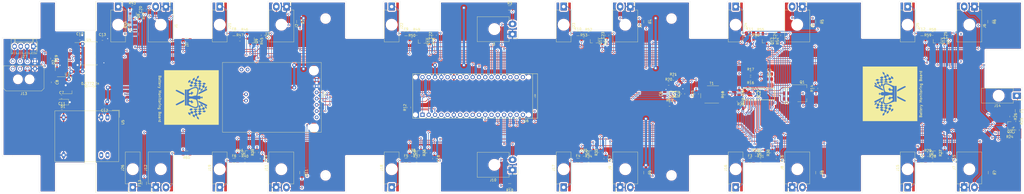
<source format=kicad_pcb>
(kicad_pcb (version 20171130) (host pcbnew "(5.1.5)-3")
  (layers (0 F.Cu signal) (31 B.Cu signal) (34 B.Paste user) (35 F.Paste user) (36 B.SilkS user) (37 F.SilkS user) (38 B.Mask user) (39 F.Mask user) (44 Edge.Cuts user))
  (net 0 "")
  (net 1 GND_ISO)
  (net 2 +5V)
  (net 3 C0)
  (net 4 Vreg)
  (net 5 "Net-(C3-Pad2)")
  (net 6 "Net-(C4-Pad1)")
  (net 7 "Net-(C5-Pad1)")
  (net 8 GND)
  (net 9 +12V)
  (net 10 VCC)
  (net 11 "Net-(C9-Pad2)")
  (net 12 VCC_ISO)
  (net 13 C6)
  (net 14 C7)
  (net 15 C8)
  (net 16 C9)
  (net 17 C10)
  (net 18 C11)
  (net 19 C12)
  (net 20 C1)
  (net 21 C2)
  (net 22 C3)
  (net 23 C4)
  (net 24 C5)
  (net 25 Cell6)
  (net 26 "Net-(F1-Pad1)")
  (net 27 Cell7)
  (net 28 "Net-(F2-Pad1)")
  (net 29 Cell8)
  (net 30 "Net-(F3-Pad1)")
  (net 31 "Net-(F4-Pad1)")
  (net 32 Cell9)
  (net 33 Cell10)
  (net 34 "Net-(F5-Pad1)")
  (net 35 Cell11)
  (net 36 "Net-(F6-Pad1)")
  (net 37 "Net-(F7-Pad1)")
  (net 38 Cell0)
  (net 39 "Net-(F8-Pad1)")
  (net 40 Cell1)
  (net 41 "Net-(F9-Pad1)")
  (net 42 Cell2)
  (net 43 Cell3)
  (net 44 "Net-(F10-Pad1)")
  (net 45 "Net-(F11-Pad1)")
  (net 46 Cell4)
  (net 47 "Net-(F12-Pad1)")
  (net 48 Cell5)
  (net 49 SI)
  (net 50 SO)
  (net 51 SCK)
  (net 52 CS)
  (net 53 IM)
  (net 54 IP)
  (net 55 "Net-(IC1-Pad15)")
  (net 56 "Net-(IC1-Pad16)")
  (net 57 S12)
  (net 58 S11)
  (net 59 S10)
  (net 60 S9)
  (net 61 S8)
  (net 62 S7)
  (net 63 S6)
  (net 64 S5)
  (net 65 S4)
  (net 66 S3)
  (net 67 S2)
  (net 68 S1)
  (net 69 "Net-(IC2-Pad27)")
  (net 70 "Net-(IC2-Pad28)")
  (net 71 "Net-(IC2-Pad29)")
  (net 72 "Net-(IC2-Pad32)")
  (net 73 "Net-(IC2-Pad33)")
  (net 74 "Net-(IC2-Pad36)")
  (net 75 DRV)
  (net 76 "Net-(IC2-Pad39)")
  (net 77 IMA)
  (net 78 IPA)
  (net 79 "Net-(IC2-Pad43)")
  (net 80 "Net-(IC2-Pad44)")
  (net 81 T0)
  (net 82 T1)
  (net 83 T2)
  (net 84 T3)
  (net 85 T4)
  (net 86 T5)
  (net 87 T6)
  (net 88 T7)
  (net 89 T8)
  (net 90 T9)
  (net 91 T10)
  (net 92 T11)
  (net 93 CANH)
  (net 94 CANL)
  (net 95 "Net-(Q2-Pad2)")
  (net 96 "Net-(Q2-Pad1)")
  (net 97 "Net-(Q3-Pad1)")
  (net 98 "Net-(Q3-Pad2)")
  (net 99 "Net-(Q4-Pad1)")
  (net 100 "Net-(Q4-Pad2)")
  (net 101 "Net-(Q5-Pad2)")
  (net 102 "Net-(Q5-Pad1)")
  (net 103 "Net-(Q6-Pad2)")
  (net 104 "Net-(Q6-Pad1)")
  (net 105 "Net-(Q7-Pad1)")
  (net 106 "Net-(Q7-Pad2)")
  (net 107 Cell12)
  (net 108 "Net-(Q8-Pad2)")
  (net 109 "Net-(Q8-Pad1)")
  (net 110 "Net-(Q9-Pad2)")
  (net 111 "Net-(Q9-Pad1)")
  (net 112 "Net-(Q10-Pad1)")
  (net 113 "Net-(Q10-Pad2)")
  (net 114 "Net-(Q11-Pad2)")
  (net 115 "Net-(Q11-Pad1)")
  (net 116 "Net-(Q12-Pad1)")
  (net 117 "Net-(Q12-Pad2)")
  (net 118 "Net-(Q13-Pad1)")
  (net 119 "Net-(Q13-Pad2)")
  (net 120 "Net-(R19-Pad1)")
  (net 121 "Net-(U1-Pad1)")
  (net 122 ISO_CANH)
  (net 123 ISO_CANL)
  (net 124 "Net-(U1-Pad10)")
  (net 125 "Net-(U1-Pad11)")
  (net 126 TXD)
  (net 127 RXD)
  (net 128 "Net-(U2-Pad5)")
  (net 129 "Net-(F13-Pad1)")
  (net 130 "Net-(R12-Pad2)")
  (net 131 "Net-(U6-PadAREF)")
  (net 132 "Net-(U6-PadRST)")
  (net 133 "Net-(U6-Pad3.3V)")
  (net 134 "Net-(U6-PadRX)")
  (net 135 "Net-(U6-Pad2)")
  (net 136 "Net-(U6-Pad3)")
  (net 137 "Net-(U6-Pad5)")
  (net 138 "Net-(U6-Pad7)")
  (net 139 "Net-(U6-Pad13)")
  (net 140 "Net-(U6-Pad11)")
  (net 141 DCDC+)
  (net 142 Sens_Fans)
  (net 143 PWM_Fans)
  (module Arduino:Arduino_Micro_Socket (layer F.Cu) (at 311.785 204.851 180)
    (fp_text reference U6 (at 2.54 -19.05) (layer F.SilkS))
    (fp_text value ARDUINO_MICRO_SHIELD)
    (fp_text user 3.3V (at 6.46 -2.794) (layer F.SilkS) (effects (font (size 0.5 0.5) (thickness 0.075))))
    (fp_text user USB (at -1.016 -9.017 90) (layer F.SilkS) (effects (font (size 0.5 0.5) (thickness 0.075))))
    (pad "" np_thru_hole circle (at 47.4 -16.62 180) (size 1.016 1.016) (drill 1.016) (layers *.Cu *.Mask))
    (pad "" np_thru_hole circle (at 1.58 -16.62 180) (size 1.016 1.016) (drill 1.016) (layers *.Cu *.Mask))
    (pad "" np_thru_hole circle (at 47.4 -1.38 180) (size 1.016 1.016) (drill 1.016) (layers *.Cu *.Mask))
    (pad NC2 thru_hole oval (at 26.78 -1.38 180) (size 1.7272 1.7272) (drill 1.016) (layers *.Cu *.Mask))
    (pad RST1 thru_hole oval (at 34.4 -16.62 180) (size 1.7272 1.7272) (drill 1.016) (layers *.Cu *.Mask))
    (pad MO thru_hole rect (at 44.56 -16.62 180) (size 1.7272 1.7272) (drill 1.016) (layers *.Cu *.Mask) (net 49 SI))
    (pad SCK thru_hole oval (at 44.56 -1.38 180) (size 1.7272 1.7272) (drill 1.016) (layers *.Cu *.Mask) (net 51 SCK))
    (pad A0 thru_hole oval (at 11.54 -1.38 180) (size 1.7272 1.7272) (drill 1.016) (layers *.Cu *.Mask) (net 81 T0))
    (pad VI thru_hole oval (at 39.48 -1.38 180) (size 1.7272 1.7272) (drill 1.016) (layers *.Cu *.Mask) (net 12 VCC_ISO))
    (pad GND thru_hole oval (at 31.86 -16.62 180) (size 1.7272 1.7272) (drill 1.016) (layers *.Cu *.Mask) (net 1 GND_ISO))
    (pad GND thru_hole oval (at 36.94 -1.38 180) (size 1.7272 1.7272) (drill 1.016) (layers *.Cu *.Mask) (net 1 GND_ISO))
    (pad 5V thru_hole oval (at 31.86 -1.38 180) (size 1.7272 1.7272) (drill 1.016) (layers *.Cu *.Mask) (net 2 +5V))
    (pad 3.3V thru_hole oval (at 6.46 -1.38 180) (size 1.7272 1.7272) (drill 1.016) (layers *.Cu *.Mask) (net 133 "Net-(U6-Pad3.3V)"))
    (pad RST thru_hole oval (at 34.4 -1.38 180) (size 1.7272 1.7272) (drill 1.016) (layers *.Cu *.Mask) (net 132 "Net-(U6-PadRST)"))
    (pad SS thru_hole oval (at 42.02 -16.62 180) (size 1.7272 1.7272) (drill 1.016) (layers *.Cu *.Mask) (net 52 CS))
    (pad RX thru_hole oval (at 36.94 -16.62 180) (size 1.7272 1.7272) (drill 1.016) (layers *.Cu *.Mask) (net 134 "Net-(U6-PadRX)"))
    (pad TX thru_hole oval (at 39.48 -16.62 180) (size 1.7272 1.7272) (drill 1.016) (layers *.Cu *.Mask) (net 130 "Net-(R12-Pad2)"))
    (pad 2 thru_hole oval (at 29.32 -16.62 180) (size 1.7272 1.7272) (drill 1.016) (layers *.Cu *.Mask) (net 135 "Net-(U6-Pad2)"))
    (pad 3 thru_hole oval (at 26.78 -16.62 180) (size 1.7272 1.7272) (drill 1.016) (layers *.Cu *.Mask) (net 136 "Net-(U6-Pad3)"))
    (pad 4 thru_hole oval (at 24.24 -16.62 180) (size 1.7272 1.7272) (drill 1.016) (layers *.Cu *.Mask) (net 87 T6))
    (pad 5 thru_hole oval (at 21.7 -16.62 180) (size 1.7272 1.7272) (drill 1.016) (layers *.Cu *.Mask) (net 137 "Net-(U6-Pad5)"))
    (pad 6 thru_hole oval (at 19.16 -16.62 180) (size 1.7272 1.7272) (drill 1.016) (layers *.Cu *.Mask) (net 88 T7))
    (pad 7 thru_hole oval (at 16.62 -16.62 180) (size 1.7272 1.7272) (drill 1.016) (layers *.Cu *.Mask) (net 138 "Net-(U6-Pad7)"))
    (pad 8 thru_hole oval (at 14.08 -16.62 180) (size 1.7272 1.7272) (drill 1.016) (layers *.Cu *.Mask) (net 89 T8))
    (pad 9 thru_hole oval (at 11.54 -16.62 180) (size 1.7272 1.7272) (drill 1.016) (layers *.Cu *.Mask) (net 90 T9))
    (pad 10 thru_hole oval (at 9 -16.62 180) (size 1.7272 1.7272) (drill 1.016) (layers *.Cu *.Mask) (net 91 T10))
    (pad "" np_thru_hole circle (at 1.58 -1.38 180) (size 1.016 1.016) (drill 1.016) (layers *.Cu *.Mask))
    (pad AREF thru_hole oval (at 9 -1.38 180) (size 1.7272 1.7272) (drill 1.016) (layers *.Cu *.Mask) (net 131 "Net-(U6-PadAREF)"))
    (pad 13 thru_hole oval (at 3.92 -1.38 180) (size 1.7272 1.7272) (drill 1.016) (layers *.Cu *.Mask) (net 139 "Net-(U6-Pad13)"))
    (pad 12 thru_hole oval (at 3.92 -16.62 180) (size 1.7272 1.7272) (drill 1.016) (layers *.Cu *.Mask) (net 92 T11))
    (pad 11 thru_hole oval (at 6.46 -16.62 180) (size 1.7272 1.7272) (drill 1.016) (layers *.Cu *.Mask) (net 140 "Net-(U6-Pad11)"))
    (pad NC1 thru_hole oval (at 29.32 -1.38 180) (size 1.7272 1.7272) (drill 1.016) (layers *.Cu *.Mask))
    (pad A1 thru_hole oval (at 14.08 -1.38 180) (size 1.7272 1.7272) (drill 1.016) (layers *.Cu *.Mask) (net 82 T1))
    (pad A2 thru_hole oval (at 16.62 -1.38 180) (size 1.7272 1.7272) (drill 1.016) (layers *.Cu *.Mask) (net 83 T2))
    (pad A3 thru_hole oval (at 19.16 -1.38 180) (size 1.7272 1.7272) (drill 1.016) (layers *.Cu *.Mask) (net 84 T3))
    (pad A4 thru_hole oval (at 21.7 -1.38 180) (size 1.7272 1.7272) (drill 1.016) (layers *.Cu *.Mask) (net 85 T4))
    (pad A5 thru_hole oval (at 24.24 -1.38 180) (size 1.7272 1.7272) (drill 1.016) (layers *.Cu *.Mask) (net 86 T5))
    (pad MI thru_hole oval (at 42.02 -1.38 180) (size 1.7272 1.7272) (drill 1.016) (layers *.Cu *.Mask) (net 50 SO))
  )
  (module Arduino_Shield_Modules_for_KiCad_V3:MCP2515_ArduinoShield (layer F.Cu) (at 226.31654 228.48316 90)
    (fp_text reference U1 (at 15.3416 1.2192 90) (layer F.SilkS))
    (fp_text value MCP2551_CANmodule)
    (pad 11 thru_hole circle (at 25.34 -29.84 90) (size 1.524 1.524) (drill 0.762) (layers *.Cu *.Mask) (net 125 "Net-(U1-Pad11)"))
    (pad 10 thru_hole circle (at 25.34 -32.36 90) (size 1.524 1.524) (drill 0.762) (layers *.Cu *.Mask) (net 124 "Net-(U1-Pad10)"))
    (pad 8 thru_hole circle (at 12.76 -30.5 90) (size 1.524 1.524) (drill 0.762) (layers *.Cu *.Mask) (net 122 ISO_CANH))
    (pad 9 thru_hole circle (at 15.32 -30.5 90) (size 1.524 1.524) (drill 0.762) (layers *.Cu *.Mask) (net 123 ISO_CANL))
    (pad 7 thru_hole circle (at 21.15 -1.92 90) (size 1.524 1.524) (drill 0.762) (layers *.Cu *.Mask) (net 2 +5V))
    (pad 6 thru_hole circle (at 18.6 -1.92 90) (size 1.524 1.524) (drill 0.762) (layers *.Cu *.Mask) (net 1 GND_ISO))
    (pad 5 thru_hole circle (at 16.08 -1.92 90) (size 1.524 1.524) (drill 0.762) (layers *.Cu *.Mask) (net 52 CS))
    (pad 4 thru_hole circle (at 13.56 -1.92 90) (size 1.524 1.524) (drill 0.762) (layers *.Cu *.Mask) (net 50 SO))
    (pad 3 thru_hole circle (at 11.04 -1.92 90) (size 1.524 1.524) (drill 0.762) (layers *.Cu *.Mask) (net 49 SI))
    (pad 2 thru_hole circle (at 8.52 -1.92 90) (size 1.524 1.524) (drill 0.762) (layers *.Cu *.Mask) (net 51 SCK))
    (pad 1 thru_hole circle (at 6 -1.92 90) (size 1.524 1.524) (drill 0.762) (layers *.Cu *.Mask) (net 121 "Net-(U1-Pad1)"))
    (pad "" np_thru_hole circle (at 1.75 -3.05 90) (size 3.1 3.1) (drill 3.1) (layers *.Cu *.Mask))
    (pad "" np_thru_hole circle (at 24.944 -3.05 90) (size 3.1 3.1) (drill 3.1) (layers *.Cu *.Mask))
  )
  (module Connector_Molex:Molex_Micro-Fit_3.0_43045-0800_2x04_P3.00mm_Horizontal (layer F.Cu) (at 110.3757 202.78598 180)
    (fp_text reference J13 (at 4.5 -10.12) (layer F.SilkS))
    (fp_text value Conn_01x08)
    (pad 8 thru_hole circle (at 9 3 180) (size 1.5 1.5) (drill 1.02) (layers *.Cu *.Mask) (net 143 PWM_Fans))
    (pad 7 thru_hole circle (at 6 3 180) (size 1.5 1.5) (drill 1.02) (layers *.Cu *.Mask) (net 142 Sens_Fans))
    (pad 6 thru_hole circle (at 3 3 180) (size 1.5 1.5) (drill 1.02) (layers *.Cu *.Mask) (net 141 DCDC+))
    (pad 5 thru_hole circle (at 0 3 180) (size 1.5 1.5) (drill 1.02) (layers *.Cu *.Mask) (net 8 GND))
    (pad 4 thru_hole circle (at 9 0 180) (size 1.5 1.5) (drill 1.02) (layers *.Cu *.Mask) (net 94 CANL))
    (pad 3 thru_hole circle (at 6 0 180) (size 1.5 1.5) (drill 1.02) (layers *.Cu *.Mask) (net 93 CANH))
    (pad 2 thru_hole circle (at 3 0 180) (size 1.5 1.5) (drill 1.02) (layers *.Cu *.Mask) (net 9 +12V))
    (pad 1 thru_hole roundrect (at 0 0 180) (size 1.5 1.5) (drill 1.02) (layers *.Cu *.Mask) (roundrect_rratio 0.166667) (net 8 GND))
    (pad "" np_thru_hole circle (at 6.86 -4.32 180) (size 3 3) (drill 3) (layers *.Cu *.Mask))
    (pad "" np_thru_hole circle (at 2.16 -4.32 180) (size 3 3) (drill 3) (layers *.Cu *.Mask))
  )
  (module "Slave Board:flag" (layer F.Cu) (at 456.438 212.979 90)
    (fp_text reference G*** hide)
    (fp_text value LOGO hide)
  )
  (module "Slave Board:flag" (layer F.Cu) (at 173.73092 214.4649 270)
    (fp_text reference G*** hide)
    (fp_text value LOGO hide)
  )
  (module Resistor_SMD:R_0805_2012Metric (layer F.Cu) (at 261.747 218.5185 90)
    (fp_text reference R12 (at 0 -1.65 90) (layer F.SilkS))
    (fp_text value NC)
    (pad 1 smd roundrect (at -0.9375 0 90) (size 0.975 1.4) (layers F.Cu F.Paste F.Mask) (net 52 CS))
    (pad 2 smd roundrect (at 0.9375 0 90) (size 0.975 1.4) (layers F.Cu F.Paste F.Mask) (net 130 "Net-(R12-Pad2)"))
  )
  (module Connector_TE-Connectivity:TE_MATE-N-LOK_1-794374-x_1x01_P4.14mm_Horizontal (layer F.Cu) (at 144.07134 177.67046 270)
    (fp_text reference J20 (at 7.85 -4.06 270) (layer F.SilkS))
    (fp_text value Conn_01x01)
    (pad 1 thru_hole roundrect (at 0 0 270) (size 3.3 2.64) (drill 1.4) (layers *.Cu *.Mask) (roundrect_rratio 0.094697) (net 37 "Net-(F7-Pad1)"))
    (pad "" np_thru_hole circle (at 7.34 0 270) (size 3.86 3.86) (drill 3.86) (layers *.Cu *.Mask))
  )
  (module Capacitor_SMD:C_0805_2012Metric (layer F.Cu) (at 372.618 212.979 90)
    (fp_text reference C1 (at 0 -1.65 90) (layer F.SilkS))
    (fp_text value 100n)
    (pad 2 smd roundrect (at 0.9375 0 90) (size 0.975 1.4) (layers F.Cu F.Paste F.Mask) (net 1 GND_ISO))
    (pad 1 smd roundrect (at -0.9375 0 90) (size 0.975 1.4) (layers F.Cu F.Paste F.Mask) (net 2 +5V))
  )
  (module Capacitor_SMD:C_0805_2012Metric (layer F.Cu) (at 414.4795 215.0595 180)
    (fp_text reference C2 (at 0 -1.65) (layer F.SilkS))
    (fp_text value 1u)
    (pad 2 smd roundrect (at 0.9375 0 180) (size 0.975 1.4) (layers F.Cu F.Paste F.Mask) (net 3 C0))
    (pad 1 smd roundrect (at -0.9375 0 180) (size 0.975 1.4) (layers F.Cu F.Paste F.Mask) (net 4 Vreg))
  )
  (module Capacitor_SMD:C_0805_2012Metric (layer F.Cu) (at 414.4795 212.725)
    (fp_text reference C3 (at 0 -1.65) (layer F.SilkS))
    (fp_text value 100n)
    (pad 2 smd roundrect (at 0.9375 0) (size 0.975 1.4) (layers F.Cu F.Paste F.Mask) (net 5 "Net-(C3-Pad2)"))
    (pad 1 smd roundrect (at -0.9375 0) (size 0.975 1.4) (layers F.Cu F.Paste F.Mask) (net 3 C0))
  )
  (module Capacitor_SMD:C_0805_2012Metric (layer F.Cu) (at 407.6215 204.978)
    (fp_text reference C4 (at 0 -1.65) (layer F.SilkS))
    (fp_text value 1u)
    (pad 2 smd roundrect (at 0.9375 0) (size 0.975 1.4) (layers F.Cu F.Paste F.Mask) (net 3 C0))
    (pad 1 smd roundrect (at -0.9375 0) (size 0.975 1.4) (layers F.Cu F.Paste F.Mask) (net 6 "Net-(C4-Pad1)"))
  )
  (module Capacitor_SMD:C_0805_2012Metric (layer F.Cu) (at 407.6215 207.01)
    (fp_text reference C5 (at 0 -1.65) (layer F.SilkS))
    (fp_text value 1u)
    (pad 1 smd roundrect (at -0.9375 0) (size 0.975 1.4) (layers F.Cu F.Paste F.Mask) (net 7 "Net-(C5-Pad1)"))
    (pad 2 smd roundrect (at 0.9375 0) (size 0.975 1.4) (layers F.Cu F.Paste F.Mask) (net 3 C0))
  )
  (module Capacitor_SMD:C_0805_2012Metric (layer F.Cu) (at 365.252 213.0275 90)
    (fp_text reference C6 (at 0 -1.65 90) (layer F.SilkS))
    (fp_text value 100n)
    (pad 1 smd roundrect (at -0.9375 0 90) (size 0.975 1.4) (layers F.Cu F.Paste F.Mask) (net 2 +5V))
    (pad 2 smd roundrect (at 0.9375 0 90) (size 0.975 1.4) (layers F.Cu F.Paste F.Mask) (net 1 GND_ISO))
  )
  (module Capacitor_SMD:C_0805_2012Metric (layer F.Cu) (at 121.13538 214.1601)
    (fp_text reference C7 (at 0 -1.65) (layer F.SilkS))
    (fp_text value 100n)
    (pad 1 smd roundrect (at -0.9375 0) (size 0.975 1.4) (layers F.Cu F.Paste F.Mask) (net 9 +12V))
    (pad 2 smd roundrect (at 0.9375 0) (size 0.975 1.4) (layers F.Cu F.Paste F.Mask) (net 8 GND))
  )
  (module Capacitor_SMD:C_0805_2012Metric (layer F.Cu) (at 117.76202 208.32802 270)
    (fp_text reference C8 (at 0 -1.65 90) (layer F.SilkS))
    (fp_text value 100n)
    (pad 1 smd roundrect (at -0.9375 0 270) (size 0.975 1.4) (layers F.Cu F.Paste F.Mask) (net 10 VCC))
    (pad 2 smd roundrect (at 0.9375 0 270) (size 0.975 1.4) (layers F.Cu F.Paste F.Mask) (net 8 GND))
  )
  (module Capacitor_SMD:C_0805_2012Metric (layer F.Cu) (at 395.351 212.5195 270)
    (fp_text reference C9 (at 0 -1.65 90) (layer F.SilkS))
    (fp_text value 100n)
    (pad 1 smd roundrect (at -0.9375 0 270) (size 0.975 1.4) (layers F.Cu F.Paste F.Mask) (net 3 C0))
    (pad 2 smd roundrect (at 0.9375 0 270) (size 0.975 1.4) (layers F.Cu F.Paste F.Mask) (net 11 "Net-(C9-Pad2)"))
  )
  (module Capacitor_SMD:C_0805_2012Metric (layer F.Cu) (at 128.5598 190.39332)
    (fp_text reference C10 (at 0 -1.65) (layer F.SilkS))
    (fp_text value 100n)
    (pad 1 smd roundrect (at -0.9375 0) (size 0.975 1.4) (layers F.Cu F.Paste F.Mask) (net 10 VCC))
    (pad 2 smd roundrect (at 0.9375 0) (size 0.975 1.4) (layers F.Cu F.Paste F.Mask) (net 8 GND))
  )
  (module Capacitor_SMD:C_0805_2012Metric (layer F.Cu) (at 121.27508 218.60002)
    (fp_text reference C11 (at 0 -1.65) (layer F.SilkS))
    (fp_text value 100n)
    (pad 1 smd roundrect (at -0.9375 0) (size 0.975 1.4) (layers F.Cu F.Paste F.Mask) (net 9 +12V))
    (pad 2 smd roundrect (at 0.9375 0) (size 0.975 1.4) (layers F.Cu F.Paste F.Mask) (net 8 GND))
  )
  (module Capacitor_SMD:C_0805_2012Metric (layer F.Cu) (at 138.542 218.07424 180)
    (fp_text reference C12 (at 0 -1.65) (layer F.SilkS))
    (fp_text value 100n)
    (pad 2 smd roundrect (at 0.9375 0 180) (size 0.975 1.4) (layers F.Cu F.Paste F.Mask) (net 1 GND_ISO))
    (pad 1 smd roundrect (at -0.9375 0 180) (size 0.975 1.4) (layers F.Cu F.Paste F.Mask) (net 12 VCC_ISO))
  )
  (module Capacitor_SMD:C_0805_2012Metric (layer F.Cu) (at 137.7038 190.64732)
    (fp_text reference C13 (at 0 -1.65) (layer F.SilkS))
    (fp_text value 100n)
    (pad 1 smd roundrect (at -0.9375 0) (size 0.975 1.4) (layers F.Cu F.Paste F.Mask) (net 2 +5V))
    (pad 2 smd roundrect (at 0.9375 0) (size 0.975 1.4) (layers F.Cu F.Paste F.Mask) (net 1 GND_ISO))
  )
  (module Capacitor_SMD:C_0805_2012Metric (layer F.Cu) (at 508 227.6325 90)
    (fp_text reference C14 (at 0 -1.65 90) (layer F.SilkS))
    (fp_text value 10n)
    (pad 2 smd roundrect (at 0.9375 0 90) (size 0.975 1.4) (layers F.Cu F.Paste F.Mask) (net 13 C6))
    (pad 1 smd roundrect (at -0.9375 0 90) (size 0.975 1.4) (layers F.Cu F.Paste F.Mask) (net 14 C7))
  )
  (module Capacitor_SMD:C_0805_2012Metric (layer F.Cu) (at 480.695 239.0625 270)
    (fp_text reference C15 (at 0 -1.65 90) (layer F.SilkS))
    (fp_text value 10n)
    (pad 1 smd roundrect (at -0.9375 0 270) (size 0.975 1.4) (layers F.Cu F.Paste F.Mask) (net 15 C8))
    (pad 2 smd roundrect (at 0.9375 0 270) (size 0.975 1.4) (layers F.Cu F.Paste F.Mask) (net 14 C7))
  )
  (module Capacitor_SMD:C_0805_2012Metric (layer F.Cu) (at 411.099 239.1895 270)
    (fp_text reference C16 (at 0 -1.65 90) (layer F.SilkS))
    (fp_text value 10n)
    (pad 2 smd roundrect (at 0.9375 0 270) (size 0.975 1.4) (layers F.Cu F.Paste F.Mask) (net 15 C8))
    (pad 1 smd roundrect (at -0.9375 0 270) (size 0.975 1.4) (layers F.Cu F.Paste F.Mask) (net 16 C9))
  )
  (module Capacitor_SMD:C_0805_2012Metric (layer F.Cu) (at 341.376 239.1895 270)
    (fp_text reference C17 (at 0 -1.65 90) (layer F.SilkS))
    (fp_text value 10n)
    (pad 1 smd roundrect (at -0.9375 0 270) (size 0.975 1.4) (layers F.Cu F.Paste F.Mask) (net 17 C10))
    (pad 2 smd roundrect (at 0.9375 0 270) (size 0.975 1.4) (layers F.Cu F.Paste F.Mask) (net 16 C9))
  )
  (module Capacitor_SMD:C_0805_2012Metric (layer F.Cu) (at 272.034 239.1895 270)
    (fp_text reference C18 (at 0 -1.65 90) (layer F.SilkS))
    (fp_text value 10n)
    (pad 1 smd roundrect (at -0.9375 0 270) (size 0.975 1.4) (layers F.Cu F.Paste F.Mask) (net 18 C11))
    (pad 2 smd roundrect (at 0.9375 0 270) (size 0.975 1.4) (layers F.Cu F.Paste F.Mask) (net 17 C10))
  )
  (module Capacitor_SMD:C_0805_2012Metric (layer F.Cu) (at 202.311 239.1895 270)
    (fp_text reference C19 (at 0 -1.65 90) (layer F.SilkS))
    (fp_text value 10n)
    (pad 1 smd roundrect (at -0.9375 0 270) (size 0.975 1.4) (layers F.Cu F.Paste F.Mask) (net 19 C12))
    (pad 2 smd roundrect (at 0.9375 0 270) (size 0.975 1.4) (layers F.Cu F.Paste F.Mask) (net 18 C11))
  )
  (module Capacitor_SMD:C_0805_2012Metric (layer F.Cu) (at 154.79522 178.86402 90)
    (fp_text reference C20 (at 0 -1.65 90) (layer F.SilkS))
    (fp_text value 10n)
    (pad 2 smd roundrect (at 0.9375 0 90) (size 0.975 1.4) (layers F.Cu F.Paste F.Mask) (net 3 C0))
    (pad 1 smd roundrect (at -0.9375 0 90) (size 0.975 1.4) (layers F.Cu F.Paste F.Mask) (net 20 C1))
  )
  (module Capacitor_SMD:C_0805_2012Metric (layer F.Cu) (at 202.692 189.3085 270)
    (fp_text reference C21 (at 0 -1.65 90) (layer F.SilkS))
    (fp_text value 10n)
    (pad 1 smd roundrect (at -0.9375 0 270) (size 0.975 1.4) (layers F.Cu F.Paste F.Mask) (net 21 C2))
    (pad 2 smd roundrect (at 0.9375 0 270) (size 0.975 1.4) (layers F.Cu F.Paste F.Mask) (net 20 C1))
  )
  (module Capacitor_SMD:C_0805_2012Metric (layer F.Cu) (at 272.161 189.3085 90)
    (fp_text reference C22 (at 0 -1.65 90) (layer F.SilkS))
    (fp_text value 10n)
    (pad 1 smd roundrect (at -0.9375 0 90) (size 0.975 1.4) (layers F.Cu F.Paste F.Mask) (net 22 C3))
    (pad 2 smd roundrect (at 0.9375 0 90) (size 0.975 1.4) (layers F.Cu F.Paste F.Mask) (net 21 C2))
  )
  (module Capacitor_SMD:C_0805_2012Metric (layer F.Cu) (at 341.884 189.3085 90)
    (fp_text reference C23 (at 0 -1.65 90) (layer F.SilkS))
    (fp_text value 10n)
    (pad 2 smd roundrect (at 0.9375 0 90) (size 0.975 1.4) (layers F.Cu F.Paste F.Mask) (net 22 C3))
    (pad 1 smd roundrect (at -0.9375 0 90) (size 0.975 1.4) (layers F.Cu F.Paste F.Mask) (net 23 C4))
  )
  (module Capacitor_SMD:C_0805_2012Metric (layer F.Cu) (at 411.48 189.3085 90)
    (fp_text reference C24 (at 0 -1.65 90) (layer F.SilkS))
    (fp_text value 10n)
    (pad 2 smd roundrect (at 0.9375 0 90) (size 0.975 1.4) (layers F.Cu F.Paste F.Mask) (net 23 C4))
    (pad 1 smd roundrect (at -0.9375 0 90) (size 0.975 1.4) (layers F.Cu F.Paste F.Mask) (net 24 C5))
  )
  (module Capacitor_SMD:C_0805_2012Metric (layer F.Cu) (at 480.568 189.3085 90)
    (fp_text reference C25 (at 0 -1.65 90) (layer F.SilkS))
    (fp_text value 10n)
    (pad 1 smd roundrect (at -0.9375 0 90) (size 0.975 1.4) (layers F.Cu F.Paste F.Mask) (net 13 C6))
    (pad 2 smd roundrect (at 0.9375 0 90) (size 0.975 1.4) (layers F.Cu F.Paste F.Mask) (net 24 C5))
  )
  (module Diode_SMD:D_1206_3216Metric (layer F.Cu) (at 121.7198 216.34958 180)
    (fp_text reference D1 (at 0 -1.82) (layer F.SilkS))
    (fp_text value DIODE)
    (pad 2 smd roundrect (at 1.4 0 180) (size 1.25 1.75) (layers F.Cu F.Paste F.Mask) (roundrect_rratio 0.2) (net 9 +12V))
    (pad 1 smd roundrect (at -1.4 0 180) (size 1.25 1.75) (layers F.Cu F.Paste F.Mask) (roundrect_rratio 0.2) (net 8 GND))
  )
  (module Fuse:Fuse_1206_3216Metric (layer F.Cu) (at 508 219.834 270)
    (fp_text reference F1 (at 0 -1.82 90) (layer F.SilkS))
    (fp_text value Fuse)
    (pad 2 smd roundrect (at 1.4 0 270) (size 1.25 1.75) (layers F.Cu F.Paste F.Mask) (roundrect_rratio 0.2) (net 25 Cell6))
    (pad 1 smd roundrect (at -1.4 0 270) (size 1.25 1.75) (layers F.Cu F.Paste F.Mask) (roundrect_rratio 0.2) (net 26 "Net-(F1-Pad1)"))
  )
  (module Fuse:Fuse_1206_3216Metric (layer F.Cu) (at 469.395 239.903)
    (fp_text reference F2 (at 0 -1.82) (layer F.SilkS))
    (fp_text value Fuse)
    (pad 2 smd roundrect (at 1.4 0) (size 1.25 1.75) (layers F.Cu F.Paste F.Mask) (roundrect_rratio 0.2) (net 27 Cell7))
    (pad 1 smd roundrect (at -1.4 0) (size 1.25 1.75) (layers F.Cu F.Paste F.Mask) (roundrect_rratio 0.2) (net 28 "Net-(F2-Pad1)"))
  )
  (module Fuse:Fuse_1206_3216Metric (layer F.Cu) (at 399.799 239.903)
    (fp_text reference F3 (at 0 -1.82) (layer F.SilkS))
    (fp_text value Fuse)
    (pad 2 smd roundrect (at 1.4 0) (size 1.25 1.75) (layers F.Cu F.Paste F.Mask) (roundrect_rratio 0.2) (net 29 Cell8))
    (pad 1 smd roundrect (at -1.4 0) (size 1.25 1.75) (layers F.Cu F.Paste F.Mask) (roundrect_rratio 0.2) (net 30 "Net-(F3-Pad1)"))
  )
  (module Fuse:Fuse_1206_3216Metric (layer F.Cu) (at 330.203 239.903)
    (fp_text reference F4 (at 0 -1.82) (layer F.SilkS))
    (fp_text value Fuse)
    (pad 1 smd roundrect (at -1.4 0) (size 1.25 1.75) (layers F.Cu F.Paste F.Mask) (roundrect_rratio 0.2) (net 31 "Net-(F4-Pad1)"))
    (pad 2 smd roundrect (at 1.4 0) (size 1.25 1.75) (layers F.Cu F.Paste F.Mask) (roundrect_rratio 0.2) (net 32 Cell9))
  )
  (module Fuse:Fuse_1206_3216Metric (layer F.Cu) (at 260.607 239.903)
    (fp_text reference F5 (at 0 -1.82) (layer F.SilkS))
    (fp_text value Fuse)
    (pad 2 smd roundrect (at 1.4 0) (size 1.25 1.75) (layers F.Cu F.Paste F.Mask) (roundrect_rratio 0.2) (net 33 Cell10))
    (pad 1 smd roundrect (at -1.4 0) (size 1.25 1.75) (layers F.Cu F.Paste F.Mask) (roundrect_rratio 0.2) (net 34 "Net-(F5-Pad1)"))
  )
  (module Fuse:Fuse_1206_3216Metric (layer F.Cu) (at 191.011 239.903)
    (fp_text reference F6 (at 0 -1.82) (layer F.SilkS))
    (fp_text value Fuse)
    (pad 2 smd roundrect (at 1.4 0) (size 1.25 1.75) (layers F.Cu F.Paste F.Mask) (roundrect_rratio 0.2) (net 35 Cell11))
    (pad 1 smd roundrect (at -1.4 0) (size 1.25 1.75) (layers F.Cu F.Paste F.Mask) (roundrect_rratio 0.2) (net 36 "Net-(F6-Pad1)"))
  )
  (module Fuse:Fuse_1206_3216Metric (layer F.Cu) (at 150.8252 187.36864 90)
    (fp_text reference F7 (at 0 -1.82 90) (layer F.SilkS))
    (fp_text value Fuse)
    (pad 1 smd roundrect (at -1.4 0 90) (size 1.25 1.75) (layers F.Cu F.Paste F.Mask) (roundrect_rratio 0.2) (net 37 "Net-(F7-Pad1)"))
    (pad 2 smd roundrect (at 1.4 0 90) (size 1.25 1.75) (layers F.Cu F.Paste F.Mask) (roundrect_rratio 0.2) (net 38 Cell0))
  )
  (module Fuse:Fuse_1206_3216Metric (layer F.Cu) (at 191.005 188.595)
    (fp_text reference F8 (at 0 -1.82) (layer F.SilkS))
    (fp_text value Fuse)
    (pad 1 smd roundrect (at -1.4 0) (size 1.25 1.75) (layers F.Cu F.Paste F.Mask) (roundrect_rratio 0.2) (net 39 "Net-(F8-Pad1)"))
    (pad 2 smd roundrect (at 1.4 0) (size 1.25 1.75) (layers F.Cu F.Paste F.Mask) (roundrect_rratio 0.2) (net 40 Cell1))
  )
  (module Fuse:Fuse_1206_3216Metric (layer F.Cu) (at 260.607 188.595)
    (fp_text reference F9 (at 0 -1.82) (layer F.SilkS))
    (fp_text value Fuse)
    (pad 1 smd roundrect (at -1.4 0) (size 1.25 1.75) (layers F.Cu F.Paste F.Mask) (roundrect_rratio 0.2) (net 41 "Net-(F9-Pad1)"))
    (pad 2 smd roundrect (at 1.4 0) (size 1.25 1.75) (layers F.Cu F.Paste F.Mask) (roundrect_rratio 0.2) (net 42 Cell2))
  )
  (module Fuse:Fuse_1206_3216Metric (layer F.Cu) (at 330.203 188.595)
    (fp_text reference F10 (at 0 -1.82) (layer F.SilkS))
    (fp_text value Fuse)
    (pad 2 smd roundrect (at 1.4 0) (size 1.25 1.75) (layers F.Cu F.Paste F.Mask) (roundrect_rratio 0.2) (net 43 Cell3))
    (pad 1 smd roundrect (at -1.4 0) (size 1.25 1.75) (layers F.Cu F.Paste F.Mask) (roundrect_rratio 0.2) (net 44 "Net-(F10-Pad1)"))
  )
  (module Fuse:Fuse_1206_3216Metric (layer F.Cu) (at 399.799 188.595)
    (fp_text reference F11 (at 0 -1.82) (layer F.SilkS))
    (fp_text value Fuse)
    (pad 1 smd roundrect (at -1.4 0) (size 1.25 1.75) (layers F.Cu F.Paste F.Mask) (roundrect_rratio 0.2) (net 45 "Net-(F11-Pad1)"))
    (pad 2 smd roundrect (at 1.4 0) (size 1.25 1.75) (layers F.Cu F.Paste F.Mask) (roundrect_rratio 0.2) (net 46 Cell4))
  )
  (module Fuse:Fuse_1206_3216Metric (layer F.Cu) (at 469.395 188.595)
    (fp_text reference F12 (at 0 -1.82) (layer F.SilkS))
    (fp_text value Fuse)
    (pad 1 smd roundrect (at -1.4 0) (size 1.25 1.75) (layers F.Cu F.Paste F.Mask) (roundrect_rratio 0.2) (net 47 "Net-(F12-Pad1)"))
    (pad 2 smd roundrect (at 1.4 0) (size 1.25 1.75) (layers F.Cu F.Paste F.Mask) (roundrect_rratio 0.2) (net 48 Cell5))
  )
  (module LTC6820IMS#PBF:SOP50P490X110-16N (layer F.Cu) (at 369.189 213.106 90)
    (fp_text reference IC1 (at 0 0 90) (layer F.SilkS) (effects (font (size 1.27 1.27) (thickness 0.254))))
    (fp_text value LTC6820IMS#PBF hide)
    (pad 1 smd rect (at -2.212 -1.75 180) (size 0.3 1.425) (layers F.Cu F.Paste F.Mask) (net 2 +5V))
    (pad 2 smd rect (at -2.212 -1.25 180) (size 0.3 1.425) (layers F.Cu F.Paste F.Mask) (net 49 SI))
    (pad 3 smd rect (at -2.212 -0.75 180) (size 0.3 1.425) (layers F.Cu F.Paste F.Mask) (net 50 SO))
    (pad 4 smd rect (at -2.212 -0.25 180) (size 0.3 1.425) (layers F.Cu F.Paste F.Mask) (net 51 SCK))
    (pad 5 smd rect (at -2.212 0.25 180) (size 0.3 1.425) (layers F.Cu F.Paste F.Mask) (net 52 CS))
    (pad 6 smd rect (at -2.212 0.75 180) (size 0.3 1.425) (layers F.Cu F.Paste F.Mask) (net 2 +5V))
    (pad 7 smd rect (at -2.212 1.25 180) (size 0.3 1.425) (layers F.Cu F.Paste F.Mask) (net 2 +5V))
    (pad 8 smd rect (at -2.212 1.75 180) (size 0.3 1.425) (layers F.Cu F.Paste F.Mask) (net 2 +5V))
    (pad 9 smd rect (at 2.212 1.75 180) (size 0.3 1.425) (layers F.Cu F.Paste F.Mask) (net 2 +5V))
    (pad 10 smd rect (at 2.212 1.25 180) (size 0.3 1.425) (layers F.Cu F.Paste F.Mask) (net 53 IM))
    (pad 11 smd rect (at 2.212 0.75 180) (size 0.3 1.425) (layers F.Cu F.Paste F.Mask) (net 54 IP))
    (pad 12 smd rect (at 2.212 0.25 180) (size 0.3 1.425) (layers F.Cu F.Paste F.Mask) (net 2 +5V))
    (pad 13 smd rect (at 2.212 -0.25 180) (size 0.3 1.425) (layers F.Cu F.Paste F.Mask) (net 1 GND_ISO))
    (pad 14 smd rect (at 2.212 -0.75 180) (size 0.3 1.425) (layers F.Cu F.Paste F.Mask) (net 1 GND_ISO))
    (pad 15 smd rect (at 2.212 -1.25 180) (size 0.3 1.425) (layers F.Cu F.Paste F.Mask) (net 55 "Net-(IC1-Pad15)"))
    (pad 16 smd rect (at 2.212 -1.75 180) (size 0.3 1.425) (layers F.Cu F.Paste F.Mask) (net 56 "Net-(IC1-Pad16)"))
  )
  (module LTC6804-2:SOP50P780X200-48N (layer F.Cu) (at 403.352 213.106 90)
    (fp_text reference IC2 (at 0 0 90) (layer F.SilkS) (effects (font (size 1.27 1.27) (thickness 0.254))))
    (fp_text value LTC6804-2 hide)
    (pad 1 smd rect (at -3.55 -5.75 180) (size 0.3 1.8) (layers F.Cu F.Paste F.Mask) (net 11 "Net-(C9-Pad2)"))
    (pad 2 smd rect (at -3.55 -5.25 180) (size 0.3 1.8) (layers F.Cu F.Paste F.Mask) (net 19 C12))
    (pad 3 smd rect (at -3.55 -4.75 180) (size 0.3 1.8) (layers F.Cu F.Paste F.Mask) (net 57 S12))
    (pad 4 smd rect (at -3.55 -4.25 180) (size 0.3 1.8) (layers F.Cu F.Paste F.Mask) (net 18 C11))
    (pad 5 smd rect (at -3.55 -3.75 180) (size 0.3 1.8) (layers F.Cu F.Paste F.Mask) (net 58 S11))
    (pad 6 smd rect (at -3.55 -3.25 180) (size 0.3 1.8) (layers F.Cu F.Paste F.Mask) (net 17 C10))
    (pad 7 smd rect (at -3.55 -2.75 180) (size 0.3 1.8) (layers F.Cu F.Paste F.Mask) (net 59 S10))
    (pad 8 smd rect (at -3.55 -2.25 180) (size 0.3 1.8) (layers F.Cu F.Paste F.Mask) (net 16 C9))
    (pad 9 smd rect (at -3.55 -1.75 180) (size 0.3 1.8) (layers F.Cu F.Paste F.Mask) (net 60 S9))
    (pad 10 smd rect (at -3.55 -1.25 180) (size 0.3 1.8) (layers F.Cu F.Paste F.Mask) (net 15 C8))
    (pad 11 smd rect (at -3.55 -0.75 180) (size 0.3 1.8) (layers F.Cu F.Paste F.Mask) (net 61 S8))
    (pad 12 smd rect (at -3.55 -0.25 180) (size 0.3 1.8) (layers F.Cu F.Paste F.Mask) (net 14 C7))
    (pad 13 smd rect (at -3.55 0.25 180) (size 0.3 1.8) (layers F.Cu F.Paste F.Mask) (net 62 S7))
    (pad 14 smd rect (at -3.55 0.75 180) (size 0.3 1.8) (layers F.Cu F.Paste F.Mask) (net 13 C6))
    (pad 15 smd rect (at -3.55 1.25 180) (size 0.3 1.8) (layers F.Cu F.Paste F.Mask) (net 63 S6))
    (pad 16 smd rect (at -3.55 1.75 180) (size 0.3 1.8) (layers F.Cu F.Paste F.Mask) (net 24 C5))
    (pad 17 smd rect (at -3.55 2.25 180) (size 0.3 1.8) (layers F.Cu F.Paste F.Mask) (net 64 S5))
    (pad 18 smd rect (at -3.55 2.75 180) (size 0.3 1.8) (layers F.Cu F.Paste F.Mask) (net 23 C4))
    (pad 19 smd rect (at -3.55 3.25 180) (size 0.3 1.8) (layers F.Cu F.Paste F.Mask) (net 65 S4))
    (pad 20 smd rect (at -3.55 3.75 180) (size 0.3 1.8) (layers F.Cu F.Paste F.Mask) (net 22 C3))
    (pad 21 smd rect (at -3.55 4.25 180) (size 0.3 1.8) (layers F.Cu F.Paste F.Mask) (net 66 S3))
    (pad 22 smd rect (at -3.55 4.75 180) (size 0.3 1.8) (layers F.Cu F.Paste F.Mask) (net 21 C2))
    (pad 23 smd rect (at -3.55 5.25 180) (size 0.3 1.8) (layers F.Cu F.Paste F.Mask) (net 67 S2))
    (pad 24 smd rect (at -3.55 5.75 180) (size 0.3 1.8) (layers F.Cu F.Paste F.Mask) (net 20 C1))
    (pad 25 smd rect (at 3.55 5.75 180) (size 0.3 1.8) (layers F.Cu F.Paste F.Mask) (net 68 S1))
    (pad 26 smd rect (at 3.55 5.25 180) (size 0.3 1.8) (layers F.Cu F.Paste F.Mask) (net 3 C0))
    (pad 27 smd rect (at 3.55 4.75 180) (size 0.3 1.8) (layers F.Cu F.Paste F.Mask) (net 69 "Net-(IC2-Pad27)"))
    (pad 28 smd rect (at 3.55 4.25 180) (size 0.3 1.8) (layers F.Cu F.Paste F.Mask) (net 70 "Net-(IC2-Pad28)"))
    (pad 29 smd rect (at 3.55 3.75 180) (size 0.3 1.8) (layers F.Cu F.Paste F.Mask) (net 71 "Net-(IC2-Pad29)"))
    (pad 30 smd rect (at 3.55 3.25 180) (size 0.3 1.8) (layers F.Cu F.Paste F.Mask) (net 3 C0))
    (pad 31 smd rect (at 3.55 2.75 180) (size 0.3 1.8) (layers F.Cu F.Paste F.Mask) (net 3 C0))
    (pad 32 smd rect (at 3.55 2.25 180) (size 0.3 1.8) (layers F.Cu F.Paste F.Mask) (net 72 "Net-(IC2-Pad32)"))
    (pad 33 smd rect (at 3.55 1.75 180) (size 0.3 1.8) (layers F.Cu F.Paste F.Mask) (net 73 "Net-(IC2-Pad33)"))
    (pad 34 smd rect (at 3.55 1.25 180) (size 0.3 1.8) (layers F.Cu F.Paste F.Mask) (net 7 "Net-(C5-Pad1)"))
    (pad 35 smd rect (at 3.55 0.75 180) (size 0.3 1.8) (layers F.Cu F.Paste F.Mask) (net 6 "Net-(C4-Pad1)"))
    (pad 36 smd rect (at 3.55 0.25 180) (size 0.3 1.8) (layers F.Cu F.Paste F.Mask) (net 74 "Net-(IC2-Pad36)"))
    (pad 37 smd rect (at 3.55 -0.25 180) (size 0.3 1.8) (layers F.Cu F.Paste F.Mask) (net 4 Vreg))
    (pad 38 smd rect (at 3.55 -0.75 180) (size 0.3 1.8) (layers F.Cu F.Paste F.Mask) (net 75 DRV))
    (pad 39 smd rect (at 3.55 -1.25 180) (size 0.3 1.8) (layers F.Cu F.Paste F.Mask) (net 76 "Net-(IC2-Pad39)"))
    (pad 40 smd rect (at 3.55 -1.75 180) (size 0.3 1.8) (layers F.Cu F.Paste F.Mask) (net 4 Vreg))
    (pad 41 smd rect (at 3.55 -2.25 180) (size 0.3 1.8) (layers F.Cu F.Paste F.Mask) (net 77 IMA))
    (pad 42 smd rect (at 3.55 -2.75 180) (size 0.3 1.8) (layers F.Cu F.Paste F.Mask) (net 78 IPA))
    (pad 43 smd rect (at 3.55 -3.25 180) (size 0.3 1.8) (layers F.Cu F.Paste F.Mask) (net 79 "Net-(IC2-Pad43)"))
    (pad 44 smd rect (at 3.55 -3.75 180) (size 0.3 1.8) (layers F.Cu F.Paste F.Mask) (net 80 "Net-(IC2-Pad44)"))
    (pad 45 smd rect (at 3.55 -4.25 180) (size 0.3 1.8) (layers F.Cu F.Paste F.Mask) (net 3 C0))
    (pad 46 smd rect (at 3.55 -4.75 180) (size 0.3 1.8) (layers F.Cu F.Paste F.Mask) (net 3 C0))
    (pad 47 smd rect (at 3.55 -5.25 180) (size 0.3 1.8) (layers F.Cu F.Paste F.Mask) (net 3 C0))
    (pad 48 smd rect (at 3.55 -5.75 180) (size 0.3 1.8) (layers F.Cu F.Paste F.Mask) (net 3 C0))
  )
  (module Connector_TE-Connectivity:TE_MATE-N-LOK_1-770966-x_1x02_P4.14mm_Horizontal (layer F.Cu) (at 163.3728 177.673 270)
    (fp_text reference J1 (at 7.85 -4.06 90) (layer F.SilkS))
    (fp_text value Conn_01x02)
    (pad "" np_thru_hole circle (at 7.34 2.07 270) (size 3.86 3.86) (drill 3.86) (layers *.Cu *.Mask))
    (pad 2 thru_hole oval (at 0 4.14 270) (size 3.3 2.64) (drill 1.4) (layers *.Cu *.Mask) (net 81 T0))
    (pad 1 thru_hole roundrect (at 0 0 270) (size 3.3 2.64) (drill 1.4) (layers *.Cu *.Mask) (roundrect_rratio 0.094697) (net 1 GND_ISO))
  )
  (module Connector_TE-Connectivity:TE_MATE-N-LOK_1-770966-x_1x02_P4.14mm_Horizontal (layer F.Cu) (at 212.217 177.673 270)
    (fp_text reference J2 (at 7.85 -4.06 90) (layer F.SilkS))
    (fp_text value Conn_01x02)
    (pad 1 thru_hole roundrect (at 0 0 270) (size 3.3 2.64) (drill 1.4) (layers *.Cu *.Mask) (roundrect_rratio 0.094697) (net 1 GND_ISO))
    (pad 2 thru_hole oval (at 0 4.14 270) (size 3.3 2.64) (drill 1.4) (layers *.Cu *.Mask) (net 82 T1))
    (pad "" np_thru_hole circle (at 7.34 2.07 270) (size 3.86 3.86) (drill 3.86) (layers *.Cu *.Mask))
  )
  (module Connector_TE-Connectivity:TE_MATE-N-LOK_1-770966-x_1x02_P4.14mm_Horizontal (layer F.Cu) (at 303.657 188.849 180)
    (fp_text reference J3 (at 7.85 -4.06) (layer F.SilkS))
    (fp_text value Conn_01x02)
    (pad "" np_thru_hole circle (at 7.34 2.07 180) (size 3.86 3.86) (drill 3.86) (layers *.Cu *.Mask))
    (pad 2 thru_hole oval (at 0 4.14 180) (size 3.3 2.64) (drill 1.4) (layers *.Cu *.Mask) (net 83 T2))
    (pad 1 thru_hole roundrect (at 0 0 180) (size 3.3 2.64) (drill 1.4) (layers *.Cu *.Mask) (roundrect_rratio 0.094697) (net 1 GND_ISO))
  )
  (module Connector_TE-Connectivity:TE_MATE-N-LOK_1-770966-x_1x02_P4.14mm_Horizontal (layer F.Cu) (at 351.358 177.673 270)
    (fp_text reference J4 (at 7.85 -4.06 90) (layer F.SilkS))
    (fp_text value Conn_01x02)
    (pad 1 thru_hole roundrect (at 0 0 270) (size 3.3 2.64) (drill 1.4) (layers *.Cu *.Mask) (roundrect_rratio 0.094697) (net 1 GND_ISO))
    (pad 2 thru_hole oval (at 0 4.14 270) (size 3.3 2.64) (drill 1.4) (layers *.Cu *.Mask) (net 84 T3))
    (pad "" np_thru_hole circle (at 7.34 2.07 270) (size 3.86 3.86) (drill 3.86) (layers *.Cu *.Mask))
  )
  (module Connector_TE-Connectivity:TE_MATE-N-LOK_1-770966-x_1x02_P4.14mm_Horizontal (layer F.Cu) (at 420.954 177.673 270)
    (fp_text reference J5 (at 7.85 -4.06 90) (layer F.SilkS))
    (fp_text value Conn_01x02)
    (pad "" np_thru_hole circle (at 7.34 2.07 270) (size 3.86 3.86) (drill 3.86) (layers *.Cu *.Mask))
    (pad 2 thru_hole oval (at 0 4.14 270) (size 3.3 2.64) (drill 1.4) (layers *.Cu *.Mask) (net 85 T4))
    (pad 1 thru_hole roundrect (at 0 0 270) (size 3.3 2.64) (drill 1.4) (layers *.Cu *.Mask) (roundrect_rratio 0.094697) (net 1 GND_ISO))
  )
  (module Connector_TE-Connectivity:TE_MATE-N-LOK_1-770966-x_1x02_P4.14mm_Horizontal (layer F.Cu) (at 490.601 177.673 270)
    (fp_text reference J6 (at 7.85 -4.06 90) (layer F.SilkS))
    (fp_text value Conn_01x02)
    (pad 1 thru_hole roundrect (at 0 0 270) (size 3.3 2.64) (drill 1.4) (layers *.Cu *.Mask) (roundrect_rratio 0.094697) (net 1 GND_ISO))
    (pad 2 thru_hole oval (at 0 4.14 270) (size 3.3 2.64) (drill 1.4) (layers *.Cu *.Mask) (net 86 T5))
    (pad "" np_thru_hole circle (at 7.34 2.07 270) (size 3.86 3.86) (drill 3.86) (layers *.Cu *.Mask))
  )
  (module Connector_TE-Connectivity:TE_MATE-N-LOK_1-770966-x_1x02_P4.14mm_Horizontal (layer F.Cu) (at 486.461 250.825 90)
    (fp_text reference J7 (at 7.85 -4.06 90) (layer F.SilkS))
    (fp_text value Conn_01x02)
    (pad 1 thru_hole roundrect (at 0 0 90) (size 3.3 2.64) (drill 1.4) (layers *.Cu *.Mask) (roundrect_rratio 0.094697) (net 1 GND_ISO))
    (pad 2 thru_hole oval (at 0 4.14 90) (size 3.3 2.64) (drill 1.4) (layers *.Cu *.Mask) (net 87 T6))
    (pad "" np_thru_hole circle (at 7.34 2.07 90) (size 3.86 3.86) (drill 3.86) (layers *.Cu *.Mask))
  )
  (module Connector_TE-Connectivity:TE_MATE-N-LOK_1-770966-x_1x02_P4.14mm_Horizontal (layer F.Cu) (at 416.865 250.825 90)
    (fp_text reference J8 (at 7.85 -4.06 90) (layer F.SilkS))
    (fp_text value Conn_01x02)
    (pad "" np_thru_hole circle (at 7.34 2.07 90) (size 3.86 3.86) (drill 3.86) (layers *.Cu *.Mask))
    (pad 2 thru_hole oval (at 0 4.14 90) (size 3.3 2.64) (drill 1.4) (layers *.Cu *.Mask) (net 88 T7))
    (pad 1 thru_hole roundrect (at 0 0 90) (size 3.3 2.64) (drill 1.4) (layers *.Cu *.Mask) (roundrect_rratio 0.094697) (net 1 GND_ISO))
  )
  (module Connector_TE-Connectivity:TE_MATE-N-LOK_1-770966-x_1x02_P4.14mm_Horizontal (layer F.Cu) (at 347.218 250.825 90)
    (fp_text reference J9 (at 7.85 -4.06 90) (layer F.SilkS))
    (fp_text value Conn_01x02)
    (pad 1 thru_hole roundrect (at 0 0 90) (size 3.3 2.64) (drill 1.4) (layers *.Cu *.Mask) (roundrect_rratio 0.094697) (net 1 GND_ISO))
    (pad 2 thru_hole oval (at 0 4.14 90) (size 3.3 2.64) (drill 1.4) (layers *.Cu *.Mask) (net 89 T8))
    (pad "" np_thru_hole circle (at 7.34 2.07 90) (size 3.86 3.86) (drill 3.86) (layers *.Cu *.Mask))
  )
  (module Connector_TE-Connectivity:TE_MATE-N-LOK_1-770966-x_1x02_P4.14mm_Horizontal (layer F.Cu) (at 303.657 243.789 180)
    (fp_text reference J10 (at 7.85 -4.06) (layer F.SilkS))
    (fp_text value Conn_01x02)
    (pad "" np_thru_hole circle (at 7.34 2.07 180) (size 3.86 3.86) (drill 3.86) (layers *.Cu *.Mask))
    (pad 2 thru_hole oval (at 0 4.14 180) (size 3.3 2.64) (drill 1.4) (layers *.Cu *.Mask) (net 90 T9))
    (pad 1 thru_hole roundrect (at 0 0 180) (size 3.3 2.64) (drill 1.4) (layers *.Cu *.Mask) (roundrect_rratio 0.094697) (net 1 GND_ISO))
  )
  (module Connector_TE-Connectivity:TE_MATE-N-LOK_1-770966-x_1x02_P4.14mm_Horizontal (layer F.Cu) (at 208.026 250.825 90)
    (fp_text reference J11 (at 7.85 -4.06 90) (layer F.SilkS))
    (fp_text value Conn_01x02)
    (pad 1 thru_hole roundrect (at 0 0 90) (size 3.3 2.64) (drill 1.4) (layers *.Cu *.Mask) (roundrect_rratio 0.094697) (net 1 GND_ISO))
    (pad 2 thru_hole oval (at 0 4.14 90) (size 3.3 2.64) (drill 1.4) (layers *.Cu *.Mask) (net 91 T10))
    (pad "" np_thru_hole circle (at 7.34 2.07 90) (size 3.86 3.86) (drill 3.86) (layers *.Cu *.Mask))
  )
  (module Connector_TE-Connectivity:TE_MATE-N-LOK_1-770966-x_1x02_P4.14mm_Horizontal (layer F.Cu) (at 159.2707 250.81484 90)
    (fp_text reference J12 (at 7.85 -4.06 90) (layer F.SilkS))
    (fp_text value Conn_01x02)
    (pad "" np_thru_hole circle (at 7.34 2.07 90) (size 3.86 3.86) (drill 3.86) (layers *.Cu *.Mask))
    (pad 2 thru_hole oval (at 0 4.14 90) (size 3.3 2.64) (drill 1.4) (layers *.Cu *.Mask) (net 92 T11))
    (pad 1 thru_hole roundrect (at 0 0 90) (size 3.3 2.64) (drill 1.4) (layers *.Cu *.Mask) (roundrect_rratio 0.094697) (net 1 GND_ISO))
  )
  (module Connector_TE-Connectivity:TE_MATE-N-LOK_1-794374-x_1x01_P4.14mm_Horizontal (layer F.Cu) (at 507.746 213.741 180)
    (fp_text reference J14 (at 7.85 -4.06) (layer F.SilkS))
    (fp_text value Conn_01x01)
    (pad "" np_thru_hole circle (at 7.34 0 180) (size 3.86 3.86) (drill 3.86) (layers *.Cu *.Mask))
    (pad 1 thru_hole roundrect (at 0 0 180) (size 3.3 2.64) (drill 1.4) (layers *.Cu *.Mask) (roundrect_rratio 0.094697) (net 26 "Net-(F1-Pad1)"))
  )
  (module Connector_TE-Connectivity:TE_MATE-N-LOK_1-794374-x_1x01_P4.14mm_Horizontal (layer F.Cu) (at 463.55 250.825 90)
    (fp_text reference J15 (at 7.85 -4.06 90) (layer F.SilkS))
    (fp_text value Conn_01x01)
    (pad 1 thru_hole roundrect (at 0 0 90) (size 3.3 2.64) (drill 1.4) (layers *.Cu *.Mask) (roundrect_rratio 0.094697) (net 28 "Net-(F2-Pad1)"))
    (pad "" np_thru_hole circle (at 7.34 0 90) (size 3.86 3.86) (drill 3.86) (layers *.Cu *.Mask))
  )
  (module Connector_TE-Connectivity:TE_MATE-N-LOK_1-794374-x_1x01_P4.14mm_Horizontal (layer F.Cu) (at 393.954 250.825 90)
    (fp_text reference J16 (at 7.85 -4.06 90) (layer F.SilkS))
    (fp_text value Conn_01x01)
    (pad 1 thru_hole roundrect (at 0 0 90) (size 3.3 2.64) (drill 1.4) (layers *.Cu *.Mask) (roundrect_rratio 0.094697) (net 30 "Net-(F3-Pad1)"))
    (pad "" np_thru_hole circle (at 7.34 0 90) (size 3.86 3.86) (drill 3.86) (layers *.Cu *.Mask))
  )
  (module Connector_TE-Connectivity:TE_MATE-N-LOK_1-794374-x_1x01_P4.14mm_Horizontal (layer F.Cu) (at 324.358 250.825 90)
    (fp_text reference J17 (at 7.85 -4.06 90) (layer F.SilkS))
    (fp_text value Conn_01x01)
    (pad "" np_thru_hole circle (at 7.34 0 90) (size 3.86 3.86) (drill 3.86) (layers *.Cu *.Mask))
    (pad 1 thru_hole roundrect (at 0 0 90) (size 3.3 2.64) (drill 1.4) (layers *.Cu *.Mask) (roundrect_rratio 0.094697) (net 31 "Net-(F4-Pad1)"))
  )
  (module Connector_TE-Connectivity:TE_MATE-N-LOK_1-794374-x_1x01_P4.14mm_Horizontal (layer F.Cu) (at 254.762 250.825 90)
    (fp_text reference J18 (at 7.85 -4.06 90) (layer F.SilkS))
    (fp_text value Conn_01x01)
    (pad 1 thru_hole roundrect (at 0 0 90) (size 3.3 2.64) (drill 1.4) (layers *.Cu *.Mask) (roundrect_rratio 0.094697) (net 34 "Net-(F5-Pad1)"))
    (pad "" np_thru_hole circle (at 7.34 0 90) (size 3.86 3.86) (drill 3.86) (layers *.Cu *.Mask))
  )
  (module Connector_TE-Connectivity:TE_MATE-N-LOK_1-794374-x_1x01_P4.14mm_Horizontal (layer F.Cu) (at 185.166 250.825 90)
    (fp_text reference J19 (at 7.85 -4.06 90) (layer F.SilkS))
    (fp_text value Conn_01x01)
    (pad "" np_thru_hole circle (at 7.34 0 90) (size 3.86 3.86) (drill 3.86) (layers *.Cu *.Mask))
    (pad 1 thru_hole roundrect (at 0 0 90) (size 3.3 2.64) (drill 1.4) (layers *.Cu *.Mask) (roundrect_rratio 0.094697) (net 36 "Net-(F6-Pad1)"))
  )
  (module Connector_TE-Connectivity:TE_MATE-N-LOK_1-794374-x_1x01_P4.14mm_Horizontal (layer F.Cu) (at 185.166 177.673 270)
    (fp_text reference J21 (at 7.85 -4.06 90) (layer F.SilkS))
    (fp_text value Conn_01x01)
    (pad 1 thru_hole roundrect (at 0 0 270) (size 3.3 2.64) (drill 1.4) (layers *.Cu *.Mask) (roundrect_rratio 0.094697) (net 39 "Net-(F8-Pad1)"))
    (pad "" np_thru_hole circle (at 7.34 0 270) (size 3.86 3.86) (drill 3.86) (layers *.Cu *.Mask))
  )
  (module Connector_TE-Connectivity:TE_MATE-N-LOK_1-794374-x_1x01_P4.14mm_Horizontal (layer F.Cu) (at 254.762 177.673 270)
    (fp_text reference J22 (at 7.85 -4.06 90) (layer F.SilkS))
    (fp_text value Conn_01x01)
    (pad 1 thru_hole roundrect (at 0 0 270) (size 3.3 2.64) (drill 1.4) (layers *.Cu *.Mask) (roundrect_rratio 0.094697) (net 41 "Net-(F9-Pad1)"))
    (pad "" np_thru_hole circle (at 7.34 0 270) (size 3.86 3.86) (drill 3.86) (layers *.Cu *.Mask))
  )
  (module Connector_TE-Connectivity:TE_MATE-N-LOK_1-794374-x_1x01_P4.14mm_Horizontal (layer F.Cu) (at 324.358 177.673 270)
    (fp_text reference J23 (at 7.85 -4.06 90) (layer F.SilkS))
    (fp_text value Conn_01x01)
    (pad "" np_thru_hole circle (at 7.34 0 270) (size 3.86 3.86) (drill 3.86) (layers *.Cu *.Mask))
    (pad 1 thru_hole roundrect (at 0 0 270) (size 3.3 2.64) (drill 1.4) (layers *.Cu *.Mask) (roundrect_rratio 0.094697) (net 44 "Net-(F10-Pad1)"))
  )
  (module Connector_TE-Connectivity:TE_MATE-N-LOK_1-794374-x_1x01_P4.14mm_Horizontal (layer F.Cu) (at 393.954 177.673 270)
    (fp_text reference J24 (at 7.85 -4.06 90) (layer F.SilkS))
    (fp_text value Conn_01x01)
    (pad "" np_thru_hole circle (at 7.34 0 270) (size 3.86 3.86) (drill 3.86) (layers *.Cu *.Mask))
    (pad 1 thru_hole roundrect (at 0 0 270) (size 3.3 2.64) (drill 1.4) (layers *.Cu *.Mask) (roundrect_rratio 0.094697) (net 45 "Net-(F11-Pad1)"))
  )
  (module Connector_TE-Connectivity:TE_MATE-N-LOK_1-794374-x_1x01_P4.14mm_Horizontal (layer F.Cu) (at 463.55 177.673 270)
    (fp_text reference J25 (at 7.85 -4.06 90) (layer F.SilkS))
    (fp_text value Conn_01x01)
    (pad "" np_thru_hole circle (at 7.34 0 270) (size 3.86 3.86) (drill 3.86) (layers *.Cu *.Mask))
    (pad 1 thru_hole roundrect (at 0 0 270) (size 3.3 2.64) (drill 1.4) (layers *.Cu *.Mask) (roundrect_rratio 0.094697) (net 47 "Net-(F12-Pad1)"))
  )
  (module Package_TO_SOT_SMD:SOT-223 (layer F.Cu) (at 420.878 212.725)
    (fp_text reference Q1 (at 0 -4.5) (layer F.SilkS))
    (fp_text value Q_NPN_BCE)
    (pad 1 smd rect (at -3.15 -2.3) (size 2 1.5) (layers F.Cu F.Paste F.Mask) (net 75 DRV))
    (pad 3 smd rect (at -3.15 2.3) (size 2 1.5) (layers F.Cu F.Paste F.Mask) (net 4 Vreg))
    (pad 2 smd rect (at -3.15 0) (size 2 1.5) (layers F.Cu F.Paste F.Mask) (net 5 "Net-(C3-Pad2)"))
    (pad 4 smd rect (at 3.15 0) (size 2 3.8) (layers F.Cu F.Paste F.Mask))
  )
  (module Package_TO_SOT_SMD:SOT-23 (layer F.Cu) (at 504.809 225.806 180)
    (fp_text reference Q2 (at 0 -2.5) (layer F.SilkS))
    (fp_text value Q_PMOS_GSD)
    (pad 3 smd rect (at 1 0 180) (size 0.9 0.8) (layers F.Cu F.Paste F.Mask) (net 27 Cell7))
    (pad 2 smd rect (at -1 0.95 180) (size 0.9 0.8) (layers F.Cu F.Paste F.Mask) (net 95 "Net-(Q2-Pad2)"))
    (pad 1 smd rect (at -1 -0.95 180) (size 0.9 0.8) (layers F.Cu F.Paste F.Mask) (net 96 "Net-(Q2-Pad1)"))
  )
  (module Package_TO_SOT_SMD:SOT-23 (layer F.Cu) (at 475.549 236.871 90)
    (fp_text reference Q3 (at 0 -2.5 90) (layer F.SilkS))
    (fp_text value Q_PMOS_GSD)
    (pad 1 smd rect (at -1 -0.95 90) (size 0.9 0.8) (layers F.Cu F.Paste F.Mask) (net 97 "Net-(Q3-Pad1)"))
    (pad 2 smd rect (at -1 0.95 90) (size 0.9 0.8) (layers F.Cu F.Paste F.Mask) (net 98 "Net-(Q3-Pad2)"))
    (pad 3 smd rect (at 1 0 90) (size 0.9 0.8) (layers F.Cu F.Paste F.Mask) (net 29 Cell8))
  )
  (module Package_TO_SOT_SMD:SOT-23 (layer F.Cu) (at 405.892 236.728 90)
    (fp_text reference Q4 (at 0 -2.5 90) (layer F.SilkS))
    (fp_text value Q_PMOS_GSD)
    (pad 1 smd rect (at -1 -0.95 90) (size 0.9 0.8) (layers F.Cu F.Paste F.Mask) (net 99 "Net-(Q4-Pad1)"))
    (pad 2 smd rect (at -1 0.95 90) (size 0.9 0.8) (layers F.Cu F.Paste F.Mask) (net 100 "Net-(Q4-Pad2)"))
    (pad 3 smd rect (at 1 0 90) (size 0.9 0.8) (layers F.Cu F.Paste F.Mask) (net 32 Cell9))
  )
  (module Package_TO_SOT_SMD:SOT-23 (layer F.Cu) (at 336.362 236.744 90)
    (fp_text reference Q5 (at 0 -2.5 90) (layer F.SilkS))
    (fp_text value Q_PMOS_GSD)
    (pad 3 smd rect (at 1 0 90) (size 0.9 0.8) (layers F.Cu F.Paste F.Mask) (net 33 Cell10))
    (pad 2 smd rect (at -1 0.95 90) (size 0.9 0.8) (layers F.Cu F.Paste F.Mask) (net 101 "Net-(Q5-Pad2)"))
    (pad 1 smd rect (at -1 -0.95 90) (size 0.9 0.8) (layers F.Cu F.Paste F.Mask) (net 102 "Net-(Q5-Pad1)"))
  )
  (module Package_TO_SOT_SMD:SOT-23 (layer F.Cu) (at 266.634 236.744 90)
    (fp_text reference Q6 (at 0 -2.5 90) (layer F.SilkS))
    (fp_text value Q_PMOS_GSD)
    (pad 3 smd rect (at 1 0 90) (size 0.9 0.8) (layers F.Cu F.Paste F.Mask) (net 35 Cell11))
    (pad 2 smd rect (at -1 0.95 90) (size 0.9 0.8) (layers F.Cu F.Paste F.Mask) (net 103 "Net-(Q6-Pad2)"))
    (pad 1 smd rect (at -1 -0.95 90) (size 0.9 0.8) (layers F.Cu F.Paste F.Mask) (net 104 "Net-(Q6-Pad1)"))
  )
  (module Package_TO_SOT_SMD:SOT-23 (layer F.Cu) (at 197.104 236.728 90)
    (fp_text reference Q7 (at 0 -2.5 90) (layer F.SilkS))
    (fp_text value Q_PMOS_GSD)
    (pad 1 smd rect (at -1 -0.95 90) (size 0.9 0.8) (layers F.Cu F.Paste F.Mask) (net 105 "Net-(Q7-Pad1)"))
    (pad 2 smd rect (at -1 0.95 90) (size 0.9 0.8) (layers F.Cu F.Paste F.Mask) (net 106 "Net-(Q7-Pad2)"))
    (pad 3 smd rect (at 1 0 90) (size 0.9 0.8) (layers F.Cu F.Paste F.Mask) (net 107 Cell12))
  )
  (module Package_TO_SOT_SMD:SOT-23 (layer F.Cu) (at 149.84222 181.50586 270)
    (fp_text reference Q8 (at 0 -2.5 90) (layer F.SilkS))
    (fp_text value Q_PMOS_GSD)
    (pad 3 smd rect (at 1 0 270) (size 0.9 0.8) (layers F.Cu F.Paste F.Mask) (net 40 Cell1))
    (pad 2 smd rect (at -1 0.95 270) (size 0.9 0.8) (layers F.Cu F.Paste F.Mask) (net 108 "Net-(Q8-Pad2)"))
    (pad 1 smd rect (at -1 -0.95 270) (size 0.9 0.8) (layers F.Cu F.Paste F.Mask) (net 109 "Net-(Q8-Pad1)"))
  )
  (module Package_TO_SOT_SMD:SOT-23 (layer F.Cu) (at 197.546 191.627 270)
    (fp_text reference Q9 (at 0 -2.5 90) (layer F.SilkS))
    (fp_text value Q_PMOS_GSD)
    (pad 3 smd rect (at 1 0 270) (size 0.9 0.8) (layers F.Cu F.Paste F.Mask) (net 42 Cell2))
    (pad 2 smd rect (at -1 0.95 270) (size 0.9 0.8) (layers F.Cu F.Paste F.Mask) (net 110 "Net-(Q9-Pad2)"))
    (pad 1 smd rect (at -1 -0.95 270) (size 0.9 0.8) (layers F.Cu F.Paste F.Mask) (net 111 "Net-(Q9-Pad1)"))
  )
  (module Package_TO_SOT_SMD:SOT-23 (layer F.Cu) (at 267.081 191.77 270)
    (fp_text reference Q10 (at 0 -2.5 90) (layer F.SilkS))
    (fp_text value Q_PMOS_GSD)
    (pad 1 smd rect (at -1 -0.95 270) (size 0.9 0.8) (layers F.Cu F.Paste F.Mask) (net 112 "Net-(Q10-Pad1)"))
    (pad 2 smd rect (at -1 0.95 270) (size 0.9 0.8) (layers F.Cu F.Paste F.Mask) (net 113 "Net-(Q10-Pad2)"))
    (pad 3 smd rect (at 1 0 270) (size 0.9 0.8) (layers F.Cu F.Paste F.Mask) (net 43 Cell3))
  )
  (module Package_TO_SOT_SMD:SOT-23 (layer F.Cu) (at 336.738 191.627 270)
    (fp_text reference Q11 (at 0 -2.5 90) (layer F.SilkS))
    (fp_text value Q_PMOS_GSD)
    (pad 3 smd rect (at 1 0 270) (size 0.9 0.8) (layers F.Cu F.Paste F.Mask) (net 46 Cell4))
    (pad 2 smd rect (at -1 0.95 270) (size 0.9 0.8) (layers F.Cu F.Paste F.Mask) (net 114 "Net-(Q11-Pad2)"))
    (pad 1 smd rect (at -1 -0.95 270) (size 0.9 0.8) (layers F.Cu F.Paste F.Mask) (net 115 "Net-(Q11-Pad1)"))
  )
  (module Package_TO_SOT_SMD:SOT-23 (layer F.Cu) (at 406.334 191.627 270)
    (fp_text reference Q12 (at 0 -2.5 90) (layer F.SilkS))
    (fp_text value Q_PMOS_GSD)
    (pad 1 smd rect (at -1 -0.95 270) (size 0.9 0.8) (layers F.Cu F.Paste F.Mask) (net 116 "Net-(Q12-Pad1)"))
    (pad 2 smd rect (at -1 0.95 270) (size 0.9 0.8) (layers F.Cu F.Paste F.Mask) (net 117 "Net-(Q12-Pad2)"))
    (pad 3 smd rect (at 1 0 270) (size 0.9 0.8) (layers F.Cu F.Paste F.Mask) (net 48 Cell5))
  )
  (module Package_TO_SOT_SMD:SOT-23 (layer F.Cu) (at 475.488 191.643 270)
    (fp_text reference Q13 (at 0 -2.5 90) (layer F.SilkS))
    (fp_text value Q_PMOS_GSD)
    (pad 1 smd rect (at -1 -0.95 270) (size 0.9 0.8) (layers F.Cu F.Paste F.Mask) (net 118 "Net-(Q13-Pad1)"))
    (pad 2 smd rect (at -1 0.95 270) (size 0.9 0.8) (layers F.Cu F.Paste F.Mask) (net 119 "Net-(Q13-Pad2)"))
    (pad 3 smd rect (at 1 0 270) (size 0.9 0.8) (layers F.Cu F.Paste F.Mask) (net 25 Cell6))
  )
  (module Resistor_SMD:R_1206_3216Metric (layer F.Cu) (at 171.79498 191.41694 180)
    (fp_text reference R1 (at 0 -1.82) (layer F.SilkS))
    (fp_text value 680)
    (pad 2 smd roundrect (at 1.4 0 180) (size 1.25 1.75) (layers F.Cu F.Paste F.Mask) (roundrect_rratio 0.2) (net 81 T0))
    (pad 1 smd roundrect (at -1.4 0 180) (size 1.25 1.75) (layers F.Cu F.Paste F.Mask) (roundrect_rratio 0.2) (net 2 +5V))
  )
  (module Resistor_SMD:R_1206_3216Metric (layer F.Cu) (at 217.17 183.769 270)
    (fp_text reference R2 (at 0 -1.82 90) (layer F.SilkS))
    (fp_text value 680)
    (pad 1 smd roundrect (at -1.4 0 270) (size 1.25 1.75) (layers F.Cu F.Paste F.Mask) (roundrect_rratio 0.2) (net 2 +5V))
    (pad 2 smd roundrect (at 1.4 0 270) (size 1.25 1.75) (layers F.Cu F.Paste F.Mask) (roundrect_rratio 0.2) (net 82 T1))
  )
  (module Resistor_SMD:R_1206_3216Metric (layer F.Cu) (at 302.517 178.181)
    (fp_text reference R3 (at 0 -1.82) (layer F.SilkS))
    (fp_text value 680)
    (pad 2 smd roundrect (at 1.4 0) (size 1.25 1.75) (layers F.Cu F.Paste F.Mask) (roundrect_rratio 0.2) (net 83 T2))
    (pad 1 smd roundrect (at -1.4 0) (size 1.25 1.75) (layers F.Cu F.Paste F.Mask) (roundrect_rratio 0.2) (net 2 +5V))
  )
  (module Resistor_SMD:R_1206_3216Metric (layer F.Cu) (at 357.632 183.766 270)
    (fp_text reference R4 (at 0 -1.82 90) (layer F.SilkS))
    (fp_text value 680)
    (pad 1 smd roundrect (at -1.4 0 270) (size 1.25 1.75) (layers F.Cu F.Paste F.Mask) (roundrect_rratio 0.2) (net 2 +5V))
    (pad 2 smd roundrect (at 1.4 0 270) (size 1.25 1.75) (layers F.Cu F.Paste F.Mask) (roundrect_rratio 0.2) (net 84 T3))
  )
  (module Resistor_SMD:R_1206_3216Metric (layer F.Cu) (at 427.228 183.766 270)
    (fp_text reference R5 (at 0 -1.82 90) (layer F.SilkS))
    (fp_text value 680)
    (pad 1 smd roundrect (at -1.4 0 270) (size 1.25 1.75) (layers F.Cu F.Paste F.Mask) (roundrect_rratio 0.2) (net 2 +5V))
    (pad 2 smd roundrect (at 1.4 0 270) (size 1.25 1.75) (layers F.Cu F.Paste F.Mask) (roundrect_rratio 0.2) (net 85 T4))
  )
  (module Resistor_SMD:R_1206_3216Metric (layer F.Cu) (at 496.951 183.766 270)
    (fp_text reference R6 (at 0 -1.82 90) (layer F.SilkS))
    (fp_text value 680)
    (pad 2 smd roundrect (at 1.4 0 270) (size 1.25 1.75) (layers F.Cu F.Paste F.Mask) (roundrect_rratio 0.2) (net 86 T5))
    (pad 1 smd roundrect (at -1.4 0 270) (size 1.25 1.75) (layers F.Cu F.Paste F.Mask) (roundrect_rratio 0.2) (net 2 +5V))
  )
  (module Resistor_SMD:R_1206_3216Metric (layer F.Cu) (at 497.078 244.853 270)
    (fp_text reference R7 (at 0 -1.82 90) (layer F.SilkS))
    (fp_text value 680)
    (pad 1 smd roundrect (at -1.4 0 270) (size 1.25 1.75) (layers F.Cu F.Paste F.Mask) (roundrect_rratio 0.2) (net 2 +5V))
    (pad 2 smd roundrect (at 1.4 0 270) (size 1.25 1.75) (layers F.Cu F.Paste F.Mask) (roundrect_rratio 0.2) (net 87 T6))
  )
  (module Resistor_SMD:R_1206_3216Metric (layer F.Cu) (at 427.228 244.859 270)
    (fp_text reference R8 (at 0 -1.82 90) (layer F.SilkS))
    (fp_text value 680)
    (pad 2 smd roundrect (at 1.4 0 270) (size 1.25 1.75) (layers F.Cu F.Paste F.Mask) (roundrect_rratio 0.2) (net 88 T7))
    (pad 1 smd roundrect (at -1.4 0 270) (size 1.25 1.75) (layers F.Cu F.Paste F.Mask) (roundrect_rratio 0.2) (net 2 +5V))
  )
  (module Resistor_SMD:R_1206_3216Metric (layer F.Cu) (at 357.632 244.859 270)
    (fp_text reference R9 (at 0 -1.82 90) (layer F.SilkS))
    (fp_text value 680)
    (pad 1 smd roundrect (at -1.4 0 270) (size 1.25 1.75) (layers F.Cu F.Paste F.Mask) (roundrect_rratio 0.2) (net 2 +5V))
    (pad 2 smd roundrect (at 1.4 0 270) (size 1.25 1.75) (layers F.Cu F.Paste F.Mask) (roundrect_rratio 0.2) (net 89 T8))
  )
  (module Resistor_SMD:R_1206_3216Metric (layer F.Cu) (at 302.517 250.19 180)
    (fp_text reference R10 (at 0 -1.82) (layer F.SilkS))
    (fp_text value 680)
    (pad 1 smd roundrect (at -1.4 0 180) (size 1.25 1.75) (layers F.Cu F.Paste F.Mask) (roundrect_rratio 0.2) (net 2 +5V))
    (pad 2 smd roundrect (at 1.4 0 180) (size 1.25 1.75) (layers F.Cu F.Paste F.Mask) (roundrect_rratio 0.2) (net 90 T9))
  )
  (module Resistor_SMD:R_1206_3216Metric (layer F.Cu) (at 218.44 244.859 270)
    (fp_text reference R11 (at 0 -1.82 90) (layer F.SilkS))
    (fp_text value 680)
    (pad 2 smd roundrect (at 1.4 0 270) (size 1.25 1.75) (layers F.Cu F.Paste F.Mask) (roundrect_rratio 0.2) (net 91 T10))
    (pad 1 smd roundrect (at -1.4 0 270) (size 1.25 1.75) (layers F.Cu F.Paste F.Mask) (roundrect_rratio 0.2) (net 2 +5V))
  )
  (module Resistor_SMD:R_0805_2012Metric (layer F.Cu) (at 367.2355 217.297)
    (fp_text reference R13 (at 0 -1.65) (layer F.SilkS))
    (fp_text value 5k)
    (pad 2 smd roundrect (at 0.9375 0) (size 0.975 1.4) (layers F.Cu F.Paste F.Mask) (net 50 SO))
    (pad 1 smd roundrect (at -0.9375 0) (size 0.975 1.4) (layers F.Cu F.Paste F.Mask) (net 2 +5V))
  )
  (module Resistor_SMD:R_0805_2012Metric (layer F.Cu) (at 426.466 210.82 90)
    (fp_text reference R14 (at 0 -1.65 90) (layer F.SilkS))
    (fp_text value 100)
    (pad 1 smd roundrect (at -0.9375 0 90) (size 0.975 1.4) (layers F.Cu F.Paste F.Mask) (net 5 "Net-(C3-Pad2)"))
    (pad 2 smd roundrect (at 0.9375 0 90) (size 0.975 1.4) (layers F.Cu F.Paste F.Mask) (net 46 Cell4))
  )
  (module Resistor_SMD:R_0805_2012Metric (layer F.Cu) (at 378.206 212.979 90)
    (fp_text reference R15 (at 0 -1.65 90) (layer F.SilkS))
    (fp_text value 100)
    (pad 1 smd roundrect (at -0.9375 0 90) (size 0.975 1.4) (layers F.Cu F.Paste F.Mask) (net 53 IM))
    (pad 2 smd roundrect (at 0.9375 0 90) (size 0.975 1.4) (layers F.Cu F.Paste F.Mask) (net 54 IP))
  )
  (module Resistor_SMD:R_0805_2012Metric (layer F.Cu) (at 399.9715 206.883 180)
    (fp_text reference R16 (at 0 -1.65) (layer F.SilkS))
    (fp_text value 1k21)
    (pad 1 smd roundrect (at -0.9375 0 180) (size 0.975 1.4) (layers F.Cu F.Paste F.Mask) (net 79 "Net-(IC2-Pad43)"))
    (pad 2 smd roundrect (at 0.9375 0 180) (size 0.975 1.4) (layers F.Cu F.Paste F.Mask) (net 80 "Net-(IC2-Pad44)"))
  )
  (module Resistor_SMD:R_0805_2012Metric (layer F.Cu) (at 400.0015 204.724)
    (fp_text reference R17 (at 0 -1.65) (layer F.SilkS))
    (fp_text value 860)
    (pad 2 smd roundrect (at 0.9375 0) (size 0.975 1.4) (layers F.Cu F.Paste F.Mask) (net 79 "Net-(IC2-Pad43)"))
    (pad 1 smd roundrect (at -0.9375 0) (size 0.975 1.4) (layers F.Cu F.Paste F.Mask) (net 3 C0))
  )
  (module Resistor_SMD:R_0805_2012Metric (layer F.Cu) (at 390.398 213.3115 90)
    (fp_text reference R18 (at 0 -1.65 90) (layer F.SilkS))
    (fp_text value 100)
    (pad 1 smd roundrect (at -0.9375 0 90) (size 0.975 1.4) (layers F.Cu F.Paste F.Mask) (net 77 IMA))
    (pad 2 smd roundrect (at 0.9375 0 90) (size 0.975 1.4) (layers F.Cu F.Paste F.Mask) (net 78 IPA))
  )
  (module Resistor_SMD:R_0805_2012Metric (layer F.Cu) (at 117.4242 198.69428 270)
    (fp_text reference R19 (at 0 -1.65 90) (layer F.SilkS))
    (fp_text value 10k)
    (pad 1 smd roundrect (at -0.9375 0 270) (size 0.975 1.4) (layers F.Cu F.Paste F.Mask) (net 120 "Net-(R19-Pad1)"))
    (pad 2 smd roundrect (at 0.9375 0 270) (size 0.975 1.4) (layers F.Cu F.Paste F.Mask) (net 8 GND))
  )
  (module Resistor_SMD:R_0805_2012Metric (layer F.Cu) (at 366.8545 208.788)
    (fp_text reference R20 (at 0 -1.65) (layer F.SilkS))
    (fp_text value 1k21)
    (pad 2 smd roundrect (at 0.9375 0) (size 0.975 1.4) (layers F.Cu F.Paste F.Mask) (net 55 "Net-(IC1-Pad15)"))
    (pad 1 smd roundrect (at -0.9375 0) (size 0.975 1.4) (layers F.Cu F.Paste F.Mask) (net 56 "Net-(IC1-Pad16)"))
  )
  (module Resistor_SMD:R_0805_2012Metric (layer F.Cu) (at 368.7295 206.756)
    (fp_text reference R21 (at 0 -1.65) (layer F.SilkS))
    (fp_text value 860)
    (pad 1 smd roundrect (at -0.9375 0) (size 0.975 1.4) (layers F.Cu F.Paste F.Mask) (net 55 "Net-(IC1-Pad15)"))
    (pad 2 smd roundrect (at 0.9375 0) (size 0.975 1.4) (layers F.Cu F.Paste F.Mask) (net 1 GND_ISO))
  )
  (module Resistor_SMD:R_0805_2012Metric (layer F.Cu) (at 396.0645 218.821)
    (fp_text reference R22 (at 0 -1.65) (layer F.SilkS))
    (fp_text value 100)
    (pad 1 smd roundrect (at -0.9375 0) (size 0.975 1.4) (layers F.Cu F.Paste F.Mask) (net 107 Cell12))
    (pad 2 smd roundrect (at 0.9375 0) (size 0.975 1.4) (layers F.Cu F.Paste F.Mask) (net 19 C12))
  )
  (module Resistor_SMD:R_0805_2012Metric (layer F.Cu) (at 395.351 216.1055 270)
    (fp_text reference R23 (at 0 -1.65 90) (layer F.SilkS))
    (fp_text value 100)
    (pad 1 smd roundrect (at -0.9375 0 270) (size 0.975 1.4) (layers F.Cu F.Paste F.Mask) (net 11 "Net-(C9-Pad2)"))
    (pad 2 smd roundrect (at 0.9375 0 270) (size 0.975 1.4) (layers F.Cu F.Paste F.Mask) (net 107 Cell12))
  )
  (module Resistor_SMD:R_0805_2012Metric (layer F.Cu) (at 504.8735 228.727 180)
    (fp_text reference R24 (at 0 -1.65) (layer F.SilkS))
    (fp_text value 3k3)
    (pad 2 smd roundrect (at 0.9375 0 180) (size 0.975 1.4) (layers F.Cu F.Paste F.Mask) (net 62 S7))
    (pad 1 smd roundrect (at -0.9375 0 180) (size 0.975 1.4) (layers F.Cu F.Paste F.Mask) (net 96 "Net-(Q2-Pad1)"))
  )
  (module Resistor_SMD:R_0805_2012Metric (layer F.Cu) (at 508 224.0765 270)
    (fp_text reference R25 (at 0 -1.65 90) (layer F.SilkS))
    (fp_text value 100)
    (pad 2 smd roundrect (at 0.9375 0 270) (size 0.975 1.4) (layers F.Cu F.Paste F.Mask) (net 13 C6))
    (pad 1 smd roundrect (at -0.9375 0 270) (size 0.975 1.4) (layers F.Cu F.Paste F.Mask) (net 25 Cell6))
  )
  (module Resistor_SMD:R_0805_2012Metric (layer F.Cu) (at 505.587 222.1715 270)
    (fp_text reference R26 (at 0 -1.65 90) (layer F.SilkS))
    (fp_text value 33)
    (pad 1 smd roundrect (at -0.9375 0 270) (size 0.975 1.4) (layers F.Cu F.Paste F.Mask) (net 25 Cell6))
    (pad 2 smd roundrect (at 0.9375 0 270) (size 0.975 1.4) (layers F.Cu F.Paste F.Mask) (net 95 "Net-(Q2-Pad2)"))
  )
  (module Resistor_SMD:R_0805_2012Metric (layer F.Cu) (at 478.536 236.9335 90)
    (fp_text reference R27 (at 0 -1.65 90) (layer F.SilkS))
    (fp_text value 3k3)
    (pad 1 smd roundrect (at -0.9375 0 90) (size 0.975 1.4) (layers F.Cu F.Paste F.Mask) (net 97 "Net-(Q3-Pad1)"))
    (pad 2 smd roundrect (at 0.9375 0 90) (size 0.975 1.4) (layers F.Cu F.Paste F.Mask) (net 61 S8))
  )
  (module Resistor_SMD:R_0805_2012Metric (layer F.Cu) (at 473.6315 239.903)
    (fp_text reference R28 (at 0 -1.65) (layer F.SilkS))
    (fp_text value 100)
    (pad 2 smd roundrect (at 0.9375 0) (size 0.975 1.4) (layers F.Cu F.Paste F.Mask) (net 14 C7))
    (pad 1 smd roundrect (at -0.9375 0) (size 0.975 1.4) (layers F.Cu F.Paste F.Mask) (net 27 Cell7))
  )
  (module Resistor_SMD:R_0805_2012Metric (layer F.Cu) (at 471.7265 237.617)
    (fp_text reference R29 (at 0 -1.65) (layer F.SilkS))
    (fp_text value 33)
    (pad 2 smd roundrect (at 0.9375 0) (size 0.975 1.4) (layers F.Cu F.Paste F.Mask) (net 98 "Net-(Q3-Pad2)"))
    (pad 1 smd roundrect (at -0.9375 0) (size 0.975 1.4) (layers F.Cu F.Paste F.Mask) (net 27 Cell7))
  )
  (module Resistor_SMD:R_0805_2012Metric (layer F.Cu) (at 408.813 236.8065 90)
    (fp_text reference R30 (at 0 -1.65 90) (layer F.SilkS))
    (fp_text value 3k3)
    (pad 2 smd roundrect (at 0.9375 0 90) (size 0.975 1.4) (layers F.Cu F.Paste F.Mask) (net 60 S9))
    (pad 1 smd roundrect (at -0.9375 0 90) (size 0.975 1.4) (layers F.Cu F.Paste F.Mask) (net 99 "Net-(Q4-Pad1)"))
  )
  (module Resistor_SMD:R_0805_2012Metric (layer F.Cu) (at 404.0355 239.903)
    (fp_text reference R31 (at 0 -1.65) (layer F.SilkS))
    (fp_text value 100)
    (pad 2 smd roundrect (at 0.9375 0) (size 0.975 1.4) (layers F.Cu F.Paste F.Mask) (net 15 C8))
    (pad 1 smd roundrect (at -0.9375 0) (size 0.975 1.4) (layers F.Cu F.Paste F.Mask) (net 29 Cell8))
  )
  (module Resistor_SMD:R_0805_2012Metric (layer F.Cu) (at 402.1305 237.49)
    (fp_text reference R32 (at 0 -1.65) (layer F.SilkS))
    (fp_text value 33)
    (pad 1 smd roundrect (at -0.9375 0) (size 0.975 1.4) (layers F.Cu F.Paste F.Mask) (net 29 Cell8))
    (pad 2 smd roundrect (at 0.9375 0) (size 0.975 1.4) (layers F.Cu F.Paste F.Mask) (net 100 "Net-(Q4-Pad2)"))
  )
  (module Resistor_SMD:R_0805_2012Metric (layer F.Cu) (at 339.217 236.6795 90)
    (fp_text reference R33 (at 0 -1.65 90) (layer F.SilkS))
    (fp_text value 3k3)
    (pad 1 smd roundrect (at -0.9375 0 90) (size 0.975 1.4) (layers F.Cu F.Paste F.Mask) (net 102 "Net-(Q5-Pad1)"))
    (pad 2 smd roundrect (at 0.9375 0 90) (size 0.975 1.4) (layers F.Cu F.Paste F.Mask) (net 59 S10))
  )
  (module Resistor_SMD:R_0805_2012Metric (layer F.Cu) (at 334.4395 239.903)
    (fp_text reference R34 (at 0 -1.65) (layer F.SilkS))
    (fp_text value 100)
    (pad 2 smd roundrect (at 0.9375 0) (size 0.975 1.4) (layers F.Cu F.Paste F.Mask) (net 16 C9))
    (pad 1 smd roundrect (at -0.9375 0) (size 0.975 1.4) (layers F.Cu F.Paste F.Mask) (net 32 Cell9))
  )
  (module Resistor_SMD:R_0805_2012Metric (layer F.Cu) (at 332.5345 237.49)
    (fp_text reference R35 (at 0 -1.65) (layer F.SilkS))
    (fp_text value 33)
    (pad 1 smd roundrect (at -0.9375 0) (size 0.975 1.4) (layers F.Cu F.Paste F.Mask) (net 32 Cell9))
    (pad 2 smd roundrect (at 0.9375 0) (size 0.975 1.4) (layers F.Cu F.Paste F.Mask) (net 101 "Net-(Q5-Pad2)"))
  )
  (module Resistor_SMD:R_0805_2012Metric (layer F.Cu) (at 269.621 236.8065 90)
    (fp_text reference R36 (at 0 -1.65 90) (layer F.SilkS))
    (fp_text value 3k3)
    (pad 2 smd roundrect (at 0.9375 0 90) (size 0.975 1.4) (layers F.Cu F.Paste F.Mask) (net 58 S11))
    (pad 1 smd roundrect (at -0.9375 0 90) (size 0.975 1.4) (layers F.Cu F.Paste F.Mask) (net 104 "Net-(Q6-Pad1)"))
  )
  (module Resistor_SMD:R_0805_2012Metric (layer F.Cu) (at 264.8435 239.903)
    (fp_text reference R37 (at 0 -1.65) (layer F.SilkS))
    (fp_text value 100)
    (pad 2 smd roundrect (at 0.9375 0) (size 0.975 1.4) (layers F.Cu F.Paste F.Mask) (net 17 C10))
    (pad 1 smd roundrect (at -0.9375 0) (size 0.975 1.4) (layers F.Cu F.Paste F.Mask) (net 33 Cell10))
  )
  (module Resistor_SMD:R_0805_2012Metric (layer F.Cu) (at 262.9385 237.49)
    (fp_text reference R38 (at 0 -1.65) (layer F.SilkS))
    (fp_text value 33)
    (pad 2 smd roundrect (at 0.9375 0) (size 0.975 1.4) (layers F.Cu F.Paste F.Mask) (net 103 "Net-(Q6-Pad2)"))
    (pad 1 smd roundrect (at -0.9375 0) (size 0.975 1.4) (layers F.Cu F.Paste F.Mask) (net 33 Cell10))
  )
  (module Resistor_SMD:R_0805_2012Metric (layer F.Cu) (at 200.152 236.6795 90)
    (fp_text reference R39 (at 0 -1.65 90) (layer F.SilkS))
    (fp_text value 3k3)
    (pad 1 smd roundrect (at -0.9375 0 90) (size 0.975 1.4) (layers F.Cu F.Paste F.Mask) (net 105 "Net-(Q7-Pad1)"))
    (pad 2 smd roundrect (at 0.9375 0 90) (size 0.975 1.4) (layers F.Cu F.Paste F.Mask) (net 57 S12))
  )
  (module Resistor_SMD:R_0805_2012Metric (layer F.Cu) (at 195.3745 239.903)
    (fp_text reference R40 (at 0 -1.65) (layer F.SilkS))
    (fp_text value 100)
    (pad 2 smd roundrect (at 0.9375 0) (size 0.975 1.4) (layers F.Cu F.Paste F.Mask) (net 18 C11))
    (pad 1 smd roundrect (at -0.9375 0) (size 0.975 1.4) (layers F.Cu F.Paste F.Mask) (net 35 Cell11))
  )
  (module Resistor_SMD:R_0805_2012Metric (layer F.Cu) (at 193.3425 237.49)
    (fp_text reference R41 (at 0 -1.65) (layer F.SilkS))
    (fp_text value 33)
    (pad 2 smd roundrect (at 0.9375 0) (size 0.975 1.4) (layers F.Cu F.Paste F.Mask) (net 106 "Net-(Q7-Pad2)"))
    (pad 1 smd roundrect (at -0.9375 0) (size 0.975 1.4) (layers F.Cu F.Paste F.Mask) (net 35 Cell11))
  )
  (module Resistor_SMD:R_0805_2012Metric (layer F.Cu) (at 152.76322 181.45736 270)
    (fp_text reference R42 (at 0 -1.65 90) (layer F.SilkS))
    (fp_text value 3k3)
    (pad 2 smd roundrect (at 0.9375 0 270) (size 0.975 1.4) (layers F.Cu F.Paste F.Mask) (net 68 S1))
    (pad 1 smd roundrect (at -0.9375 0 270) (size 0.975 1.4) (layers F.Cu F.Paste F.Mask) (net 109 "Net-(Q8-Pad1)"))
  )
  (module Resistor_SMD:R_0805_2012Metric (layer F.Cu) (at 149.76626 177.91938)
    (fp_text reference R43 (at 0 -1.65) (layer F.SilkS))
    (fp_text value 100)
    (pad 2 smd roundrect (at 0.9375 0) (size 0.975 1.4) (layers F.Cu F.Paste F.Mask) (net 3 C0))
    (pad 1 smd roundrect (at -0.9375 0) (size 0.975 1.4) (layers F.Cu F.Paste F.Mask) (net 38 Cell0))
  )
  (module Resistor_SMD:R_0805_2012Metric (layer F.Cu) (at 148.5265 185.03138 90)
    (fp_text reference R44 (at 0 -1.65 90) (layer F.SilkS))
    (fp_text value 33)
    (pad 1 smd roundrect (at -0.9375 0 90) (size 0.975 1.4) (layers F.Cu F.Paste F.Mask) (net 38 Cell0))
    (pad 2 smd roundrect (at 0.9375 0 90) (size 0.975 1.4) (layers F.Cu F.Paste F.Mask) (net 108 "Net-(Q8-Pad2)"))
  )
  (module Resistor_SMD:R_0805_2012Metric (layer F.Cu) (at 200.533 191.643 270)
    (fp_text reference R45 (at 0 -1.65 90) (layer F.SilkS))
    (fp_text value 3k3)
    (pad 1 smd roundrect (at -0.9375 0 270) (size 0.975 1.4) (layers F.Cu F.Paste F.Mask) (net 111 "Net-(Q9-Pad1)"))
    (pad 2 smd roundrect (at 0.9375 0 270) (size 0.975 1.4) (layers F.Cu F.Paste F.Mask) (net 67 S2))
  )
  (module Resistor_SMD:R_0805_2012Metric (layer F.Cu) (at 195.2475 188.595)
    (fp_text reference R46 (at 0 -1.65) (layer F.SilkS))
    (fp_text value 100)
    (pad 1 smd roundrect (at -0.9375 0) (size 0.975 1.4) (layers F.Cu F.Paste F.Mask) (net 40 Cell1))
    (pad 2 smd roundrect (at 0.9375 0) (size 0.975 1.4) (layers F.Cu F.Paste F.Mask) (net 20 C1))
  )
  (module Resistor_SMD:R_0805_2012Metric (layer F.Cu) (at 193.3425 190.881)
    (fp_text reference R47 (at 0 -1.65) (layer F.SilkS))
    (fp_text value 33)
    (pad 1 smd roundrect (at -0.9375 0) (size 0.975 1.4) (layers F.Cu F.Paste F.Mask) (net 40 Cell1))
    (pad 2 smd roundrect (at 0.9375 0) (size 0.975 1.4) (layers F.Cu F.Paste F.Mask) (net 110 "Net-(Q9-Pad2)"))
  )
  (module Resistor_SMD:R_0805_2012Metric (layer F.Cu) (at 270.002 191.7215 270)
    (fp_text reference R48 (at 0 -1.65 90) (layer F.SilkS))
    (fp_text value 3k3)
    (pad 2 smd roundrect (at 0.9375 0 270) (size 0.975 1.4) (layers F.Cu F.Paste F.Mask) (net 66 S3))
    (pad 1 smd roundrect (at -0.9375 0 270) (size 0.975 1.4) (layers F.Cu F.Paste F.Mask) (net 112 "Net-(Q10-Pad1)"))
  )
  (module Resistor_SMD:R_0805_2012Metric (layer F.Cu) (at 264.8435 188.595)
    (fp_text reference R49 (at 0 -1.65) (layer F.SilkS))
    (fp_text value 100)
    (pad 2 smd roundrect (at 0.9375 0) (size 0.975 1.4) (layers F.Cu F.Paste F.Mask) (net 21 C2))
    (pad 1 smd roundrect (at -0.9375 0) (size 0.975 1.4) (layers F.Cu F.Paste F.Mask) (net 42 Cell2))
  )
  (module Resistor_SMD:R_0805_2012Metric (layer F.Cu) (at 262.9685 191.008)
    (fp_text reference R50 (at 0 -1.65) (layer F.SilkS))
    (fp_text value 33)
    (pad 1 smd roundrect (at -0.9375 0) (size 0.975 1.4) (layers F.Cu F.Paste F.Mask) (net 42 Cell2))
    (pad 2 smd roundrect (at 0.9375 0) (size 0.975 1.4) (layers F.Cu F.Paste F.Mask) (net 113 "Net-(Q10-Pad2)"))
  )
  (module Resistor_SMD:R_0805_2012Metric (layer F.Cu) (at 339.725 191.6915 270)
    (fp_text reference R51 (at 0 -1.65 90) (layer F.SilkS))
    (fp_text value 3k3)
    (pad 2 smd roundrect (at 0.9375 0 270) (size 0.975 1.4) (layers F.Cu F.Paste F.Mask) (net 65 S4))
    (pad 1 smd roundrect (at -0.9375 0 270) (size 0.975 1.4) (layers F.Cu F.Paste F.Mask) (net 115 "Net-(Q11-Pad1)"))
  )
  (module Resistor_SMD:R_0805_2012Metric (layer F.Cu) (at 334.4395 188.595)
    (fp_text reference R52 (at 0 -1.65) (layer F.SilkS))
    (fp_text value 100)
    (pad 1 smd roundrect (at -0.9375 0) (size 0.975 1.4) (layers F.Cu F.Paste F.Mask) (net 43 Cell3))
    (pad 2 smd roundrect (at 0.9375 0) (size 0.975 1.4) (layers F.Cu F.Paste F.Mask) (net 22 C3))
  )
  (module Resistor_SMD:R_0805_2012Metric (layer F.Cu) (at 332.5345 190.881)
    (fp_text reference R53 (at 0 -1.65) (layer F.SilkS))
    (fp_text value 33)
    (pad 2 smd roundrect (at 0.9375 0) (size 0.975 1.4) (layers F.Cu F.Paste F.Mask) (net 114 "Net-(Q11-Pad2)"))
    (pad 1 smd roundrect (at -0.9375 0) (size 0.975 1.4) (layers F.Cu F.Paste F.Mask) (net 43 Cell3))
  )
  (module Resistor_SMD:R_0805_2012Metric (layer F.Cu) (at 409.321 191.643 270)
    (fp_text reference R54 (at 0 -1.65 90) (layer F.SilkS))
    (fp_text value 3k3)
    (pad 1 smd roundrect (at -0.9375 0 270) (size 0.975 1.4) (layers F.Cu F.Paste F.Mask) (net 116 "Net-(Q12-Pad1)"))
    (pad 2 smd roundrect (at 0.9375 0 270) (size 0.975 1.4) (layers F.Cu F.Paste F.Mask) (net 64 S5))
  )
  (module Resistor_SMD:R_0805_2012Metric (layer F.Cu) (at 404.0355 188.595)
    (fp_text reference R55 (at 0 -1.65) (layer F.SilkS))
    (fp_text value 100)
    (pad 1 smd roundrect (at -0.9375 0) (size 0.975 1.4) (layers F.Cu F.Paste F.Mask) (net 46 Cell4))
    (pad 2 smd roundrect (at 0.9375 0) (size 0.975 1.4) (layers F.Cu F.Paste F.Mask) (net 23 C4))
  )
  (module Resistor_SMD:R_0805_2012Metric (layer F.Cu) (at 402.1305 190.881)
    (fp_text reference R56 (at 0 -1.65) (layer F.SilkS))
    (fp_text value 33)
    (pad 2 smd roundrect (at 0.9375 0) (size 0.975 1.4) (layers F.Cu F.Paste F.Mask) (net 117 "Net-(Q12-Pad2)"))
    (pad 1 smd roundrect (at -0.9375 0) (size 0.975 1.4) (layers F.Cu F.Paste F.Mask) (net 46 Cell4))
  )
  (module Resistor_SMD:R_0805_2012Metric (layer F.Cu) (at 478.409 191.5945 270)
    (fp_text reference R57 (at 0 -1.65 90) (layer F.SilkS))
    (fp_text value 3k3)
    (pad 1 smd roundrect (at -0.9375 0 270) (size 0.975 1.4) (layers F.Cu F.Paste F.Mask) (net 118 "Net-(Q13-Pad1)"))
    (pad 2 smd roundrect (at 0.9375 0 270) (size 0.975 1.4) (layers F.Cu F.Paste F.Mask) (net 63 S6))
  )
  (module Resistor_SMD:R_0805_2012Metric (layer F.Cu) (at 473.6615 188.595)
    (fp_text reference R58 (at 0 -1.65) (layer F.SilkS))
    (fp_text value 100)
    (pad 1 smd roundrect (at -0.9375 0) (size 0.975 1.4) (layers F.Cu F.Paste F.Mask) (net 48 Cell5))
    (pad 2 smd roundrect (at 0.9375 0) (size 0.975 1.4) (layers F.Cu F.Paste F.Mask) (net 24 C5))
  )
  (module Resistor_SMD:R_0805_2012Metric (layer F.Cu) (at 471.7265 190.881)
    (fp_text reference R59 (at 0 -1.65) (layer F.SilkS))
    (fp_text value 33)
    (pad 2 smd roundrect (at 0.9375 0) (size 0.975 1.4) (layers F.Cu F.Paste F.Mask) (net 119 "Net-(Q13-Pad2)"))
    (pad 1 smd roundrect (at -0.9375 0) (size 0.975 1.4) (layers F.Cu F.Paste F.Mask) (net 48 Cell5))
  )
  (module Transformer_SMD:Pulse_PA2001NL (layer F.Cu) (at 384.2695 213.233)
    (fp_text reference T1 (at 0 -4.5) (layer F.SilkS))
    (fp_text value PE-68386NL)
    (pad 1 smd rect (at -3.8425 -2.54) (size 1.585 1.78) (layers F.Cu F.Paste F.Mask) (net 54 IP))
    (pad 3 smd rect (at -3.8425 2.54) (size 1.585 1.78) (layers F.Cu F.Paste F.Mask) (net 53 IM))
    (pad 4 smd rect (at 3.8425 2.54) (size 1.585 1.78) (layers F.Cu F.Paste F.Mask) (net 77 IMA))
    (pad 6 smd rect (at 3.8425 -2.54) (size 1.585 1.78) (layers F.Cu F.Paste F.Mask) (net 78 IPA))
  )
  (module Package_SO:SOIC-8_3.9x4.9mm_P1.27mm (layer F.Cu) (at 121.2342 200.23478 90)
    (fp_text reference U2 (at 0 -3.4 90) (layer F.SilkS))
    (fp_text value MCP2551-I-SN)
    (pad 1 smd roundrect (at -2.475 -1.905 90) (size 1.95 0.6) (layers F.Cu F.Paste F.Mask) (net 126 TXD))
    (pad 2 smd roundrect (at -2.475 -0.635 90) (size 1.95 0.6) (layers F.Cu F.Paste F.Mask) (net 8 GND))
    (pad 3 smd roundrect (at -2.475 0.635 90) (size 1.95 0.6) (layers F.Cu F.Paste F.Mask) (net 10 VCC))
    (pad 4 smd roundrect (at -2.475 1.905 90) (size 1.95 0.6) (layers F.Cu F.Paste F.Mask) (net 127 RXD))
    (pad 5 smd roundrect (at 2.475 1.905 90) (size 1.95 0.6) (layers F.Cu F.Paste F.Mask) (net 128 "Net-(U2-Pad5)"))
    (pad 6 smd roundrect (at 2.475 0.635 90) (size 1.95 0.6) (layers F.Cu F.Paste F.Mask) (net 94 CANL))
    (pad 7 smd roundrect (at 2.475 -0.635 90) (size 1.95 0.6) (layers F.Cu F.Paste F.Mask) (net 93 CANH))
    (pad 8 smd roundrect (at 2.475 -1.905 90) (size 1.95 0.6) (layers F.Cu F.Paste F.Mask) (net 120 "Net-(R19-Pad1)"))
  )
  (module Package_TO_SOT_SMD:SOT-223 (layer F.Cu) (at 123.47702 209.51952)
    (fp_text reference U3 (at 0 -4.5) (layer F.SilkS))
    (fp_text value OKI-78SR-3.3_1.5-W36-C)
    (pad 1 smd rect (at -3.15 -2.3) (size 2 1.5) (layers F.Cu F.Paste F.Mask) (net 10 VCC))
    (pad 3 smd rect (at -3.15 2.3) (size 2 1.5) (layers F.Cu F.Paste F.Mask) (net 9 +12V))
    (pad 2 smd rect (at -3.15 0) (size 2 1.5) (layers F.Cu F.Paste F.Mask) (net 8 GND))
    (pad 4 smd rect (at 3.15 0) (size 2 3.8) (layers F.Cu F.Paste F.Mask))
  )
  (module Package_SO:SOP-8_6.62x9.15mm_P2.54mm (layer F.Cu) (at 132.1943 196.61632)
    (fp_text reference U4 (at 0 -5.52) (layer F.SilkS))
    (fp_text value ISO1050DUB)
    (pad 1 smd roundrect (at -4.525 -3.81) (size 2.35 0.65) (layers F.Cu F.Paste F.Mask) (net 10 VCC))
    (pad 2 smd roundrect (at -4.525 -1.27) (size 2.35 0.65) (layers F.Cu F.Paste F.Mask) (net 127 RXD))
    (pad 3 smd roundrect (at -4.525 1.27) (size 2.35 0.65) (layers F.Cu F.Paste F.Mask) (net 126 TXD))
    (pad 4 smd roundrect (at -4.525 3.81) (size 2.35 0.65) (layers F.Cu F.Paste F.Mask) (net 8 GND))
    (pad 5 smd roundrect (at 4.525 3.81) (size 2.35 0.65) (layers F.Cu F.Paste F.Mask) (net 1 GND_ISO))
    (pad 6 smd roundrect (at 4.525 1.27) (size 2.35 0.65) (layers F.Cu F.Paste F.Mask) (net 123 ISO_CANL))
    (pad 7 smd roundrect (at 4.525 -1.27) (size 2.35 0.65) (layers F.Cu F.Paste F.Mask) (net 122 ISO_CANH))
    (pad 8 smd roundrect (at 4.525 -3.81) (size 2.35 0.65) (layers F.Cu F.Paste F.Mask) (net 2 +5V))
  )
  (module Converter_DCDC_TRACO_TRN-3_xxxx_SM:Converter_DCDC_TRACO_POWER_TEL_10-xxxx_THT (layer F.Cu) (at 139.7635 222.51924 270)
    (fp_text reference U5 (at 1.99 -6.22 90) (layer F.SilkS))
    (fp_text value TMR_1-1212)
    (pad 7 thru_hole oval (at 15.24 2.54 270) (size 2.5 1.5) (drill 0.91) (layers *.Cu *.Mask))
    (pad 6 thru_hole oval (at 0 2.54 270) (size 2.5 1.5) (drill 0.91) (layers *.Cu *.Mask) (net 1 GND_ISO))
    (pad 8 thru_hole oval (at 15.24 0 270) (size 2.5 1.5) (drill 0.91) (layers *.Cu *.Mask))
    (pad 1 thru_hole oval (at 15.24 17.78 270) (size 2.5 1.5) (drill 0.91) (layers *.Cu *.Mask) (net 8 GND))
    (pad 2 thru_hole oval (at 0 17.78 270) (size 2.5 1.5) (drill 0.91) (layers *.Cu *.Mask) (net 9 +12V))
    (pad 4 thru_hole oval (at 0 0 270) (size 2.5 1.5) (drill 0.91) (layers *.Cu *.Mask) (net 12 VCC_ISO))
  )
  (module Fuse:Fuse_1206_3216Metric (layer F.Cu) (at 154.62758 249.17954 90)
    (fp_text reference F13 (at 0 -1.82 90) (layer F.SilkS))
    (fp_text value Fuse)
    (pad 1 smd roundrect (at -1.4 0 90) (size 1.25 1.75) (layers F.Cu F.Paste F.Mask) (roundrect_rratio 0.2) (net 129 "Net-(F13-Pad1)"))
    (pad 2 smd roundrect (at 1.4 0 90) (size 1.25 1.75) (layers F.Cu F.Paste F.Mask) (roundrect_rratio 0.2) (net 107 Cell12))
  )
  (module Connector_TE-Connectivity:TE_MATE-N-LOK_1-794374-x_1x01_P4.14mm_Horizontal (layer F.Cu) (at 149.96922 250.81738 90)
    (fp_text reference J26 (at 7.85 -4.06 90) (layer F.SilkS))
    (fp_text value Conn_01x01)
    (pad 1 thru_hole roundrect (at 0 0 90) (size 3.3 2.64) (drill 1.4) (layers *.Cu *.Mask) (roundrect_rratio 0.094697) (net 129 "Net-(F13-Pad1)"))
    (pad "" np_thru_hole circle (at 7.34 0 90) (size 3.86 3.86) (drill 3.86) (layers *.Cu *.Mask))
  )
  (module Resistor_SMD:R_1206_3216Metric (layer F.Cu) (at 171.75018 237.00232 180)
    (fp_text reference R60 (at 0 -1.82) (layer F.SilkS))
    (fp_text value 680)
    (pad 1 smd roundrect (at -1.4 0 180) (size 1.25 1.75) (layers F.Cu F.Paste F.Mask) (roundrect_rratio 0.2) (net 2 +5V))
    (pad 2 smd roundrect (at 1.4 0 180) (size 1.25 1.75) (layers F.Cu F.Paste F.Mask) (roundrect_rratio 0.2) (net 92 T11))
  )
  (module Connector_Molex:Molex_KK-254_AE-6410-04A_1x04_P2.54mm_Vertical (layer F.Cu) (at 109.75086 193.77406 180)
    (fp_text reference J27 (at 3.81 -4.12) (layer F.SilkS))
    (fp_text value Conn_01x04)
    (pad 1 thru_hole roundrect (at 0 0 180) (size 1.74 2.2) (drill 1.2) (layers *.Cu *.Mask) (roundrect_rratio 0.143678) (net 8 GND))
    (pad 2 thru_hole oval (at 2.54 0 180) (size 1.74 2.2) (drill 1.2) (layers *.Cu *.Mask) (net 141 DCDC+))
    (pad 3 thru_hole oval (at 5.08 0 180) (size 1.74 2.2) (drill 1.2) (layers *.Cu *.Mask) (net 142 Sens_Fans))
    (pad 4 thru_hole oval (at 7.62 0 180) (size 1.74 2.2) (drill 1.2) (layers *.Cu *.Mask) (net 143 PWM_Fans))
  )
  (gr_line (start 130.50012 187.23864) (end 130.50012 241.22634) (layer F.SilkS) (width 0.12))
  (dimension 4.5 (width 0.12) (layer F.SilkS) (gr_text "4.500 mm" (at 132.75012 211.2391) (layer F.SilkS) (effects (font (size 1 1) (thickness 0.15)))) (feature1 (pts (xy 135.00012 209.9691) (xy 135.00012 210.555521))) (feature2 (pts (xy 130.50012 209.9691) (xy 130.50012 210.555521))) (crossbar (pts (xy 130.50012 209.9691) (xy 135.00012 209.9691))) (arrow1a (pts (xy 135.00012 209.9691) (xy 133.873616 210.555521))) (arrow1b (pts (xy 135.00012 209.9691) (xy 133.873616 209.382679))) (arrow2a (pts (xy 130.50012 209.9691) (xy 131.626624 210.555521))) (arrow2b (pts (xy 130.50012 209.9691) (xy 131.626624 209.382679))))
  (gr_line (start 135 175.5) (end 135 253) (layer F.SilkS) (width 0.12))
  (gr_line (start 97.177 190.238) (end 97.177 238.238) (layer Edge.Cuts) (width 0.05))
  (gr_line (start 97.282 238.125) (end 97.282 238.252) (layer F.SilkS) (width 0.12))
  (gr_line (start 101.346 238.125) (end 101.346 238.252) (layer F.SilkS) (width 0.12))
  (gr_line (start 509.905 175.514) (end 509.905 195.238) (layer Edge.Cuts) (width 0.05))
  (gr_line (start 112.177 175.514) (end 118.999 175.514) (layer Edge.Cuts) (width 0.05))
  (gr_line (start 482.979 252.984) (end 509.905 252.984) (layer Edge.Cuts) (width 0.05))
  (gr_text "Battery Monitoring Board" (at 468.884 213.106 90) (layer F.SilkS) (effects (font (size 1 1))))
  (gr_text "Battery Monitoring Board" (at 160.909 214.9856 270) (layer F.SilkS) (effects (font (size 1 1))))
  (gr_circle (center 368 182.514) (end 369.626394 182.514) (layer Edge.Cuts) (width 0.05))
  (gr_circle (center 368 245.984) (end 369.626394 245.984) (layer Edge.Cuts) (width 0.05))
  (gr_circle (center 228 245.984) (end 229.626394 245.984) (layer Edge.Cuts) (width 0.05))
  (gr_circle (center 228 182.514) (end 229.626394 182.514) (layer Edge.Cuts) (width 0.05))
  (gr_line (start 204.595 175.514) (end 236.369 175.514) (layer Edge.Cuts) (width 0.05))
  (gr_line (start 188.595 175.514) (end 188.595 187.238) (layer Edge.Cuts) (width 0.05))
  (gr_line (start 181.773 175.514) (end 188.595 175.514) (layer Edge.Cuts) (width 0.05))
  (gr_line (start 251.369 190.238) (end 251.369 175.514) (layer Edge.Cuts) (width 0.05))
  (gr_line (start 236.369 190.238) (end 251.369 190.238) (layer Edge.Cuts) (width 0.05))
  (gr_line (start 204.595 187.238) (end 204.595 175.514) (layer Edge.Cuts) (width 0.05))
  (gr_line (start 188.595 187.238) (end 204.595 187.238) (layer Edge.Cuts) (width 0.05))
  (gr_line (start 236.369 175.514) (end 236.369 190.238) (layer Edge.Cuts) (width 0.05))
  (gr_line (start 118.999 175.514) (end 118.999 187.238) (layer Edge.Cuts) (width 0.05))
  (gr_line (start 135.001 252.984) (end 134.999 241.238) (layer Edge.Cuts) (width 0.05))
  (gr_line (start 236.369 238.238) (end 236.369 252.984) (layer Edge.Cuts) (width 0.05))
  (gr_line (start 258.191001 252.984) (end 251.369 252.984) (layer Edge.Cuts) (width 0.05))
  (gr_line (start 181.773 190.238) (end 181.773 175.514) (layer Edge.Cuts) (width 0.05))
  (gr_line (start 251.369 238.238) (end 236.369 238.238) (layer Edge.Cuts) (width 0.05))
  (gr_line (start 166.773 190.238) (end 181.773 190.238) (layer Edge.Cuts) (width 0.05))
  (gr_line (start 181.773 238.238) (end 166.773 238.238) (layer Edge.Cuts) (width 0.05))
  (gr_line (start 97.177 190.238) (end 112.177 190.238) (layer Edge.Cuts) (width 0.05))
  (gr_line (start 118.999 241.238) (end 118.999 252.984) (layer Edge.Cuts) (width 0.05))
  (gr_line (start 166.773 175.514) (end 166.773 190.238) (layer Edge.Cuts) (width 0.05))
  (gr_line (start 204.595 252.984) (end 204.595 241.238) (layer Edge.Cuts) (width 0.05))
  (gr_line (start 135.001 175.514) (end 166.773 175.514) (layer Edge.Cuts) (width 0.05))
  (gr_line (start 204.595 241.238) (end 188.595 241.238) (layer Edge.Cuts) (width 0.05))
  (gr_line (start 112.177 252.984) (end 112.177 238.238) (layer Edge.Cuts) (width 0.05))
  (gr_line (start 118.999 252.984) (end 112.177 252.984) (layer Edge.Cuts) (width 0.05))
  (gr_line (start 134.999 241.238) (end 118.999 241.238) (layer Edge.Cuts) (width 0.05))
  (gr_line (start 166.773 252.984) (end 135.001 252.984) (layer Edge.Cuts) (width 0.05))
  (gr_line (start 166.773 238.238) (end 166.773 252.984) (layer Edge.Cuts) (width 0.05))
  (gr_line (start 181.773 252.984) (end 181.773 238.238) (layer Edge.Cuts) (width 0.05))
  (gr_line (start 251.369 252.984) (end 251.369 238.238) (layer Edge.Cuts) (width 0.05))
  (gr_line (start 343.787 252.984) (end 343.787 241.238) (layer Edge.Cuts) (width 0.05))
  (gr_line (start 258.191001 241.238) (end 258.191001 252.984) (layer Edge.Cuts) (width 0.05))
  (gr_line (start 274.191001 241.238) (end 258.191001 241.238) (layer Edge.Cuts) (width 0.05))
  (gr_line (start 320.965 252.984) (end 320.965 238.238) (layer Edge.Cuts) (width 0.05))
  (gr_line (start 327.787 252.984) (end 320.965 252.984) (layer Edge.Cuts) (width 0.05))
  (gr_line (start 343.787 241.238) (end 327.787 241.238) (layer Edge.Cuts) (width 0.05))
  (gr_line (start 375.561 238.238) (end 375.561 252.984) (layer Edge.Cuts) (width 0.05))
  (gr_line (start 188.595 252.984) (end 181.773 252.984) (layer Edge.Cuts) (width 0.05))
  (gr_line (start 236.369 252.984) (end 204.595 252.984) (layer Edge.Cuts) (width 0.05))
  (gr_line (start 375.561 252.984) (end 343.787 252.984) (layer Edge.Cuts) (width 0.05))
  (gr_line (start 112.177 190.238) (end 112.177 175.514) (layer Edge.Cuts) (width 0.05))
  (gr_line (start 274.193 252.984) (end 274.191001 241.238) (layer Edge.Cuts) (width 0.05))
  (gr_line (start 188.595 241.238) (end 188.595 252.984) (layer Edge.Cuts) (width 0.05))
  (gr_line (start 327.787 241.238) (end 327.787 252.984) (layer Edge.Cuts) (width 0.05))
  (gr_line (start 134.999 187.238) (end 135.001 175.514) (layer Edge.Cuts) (width 0.05))
  (gr_line (start 112.177 238.238) (end 97.177 238.238) (layer Edge.Cuts) (width 0.05))
  (gr_line (start 118.999 187.238) (end 134.999 187.238) (layer Edge.Cuts) (width 0.05))
  (gr_line (start 460.157 238.238) (end 445.157 238.238) (layer Edge.Cuts) (width 0.05))
  (gr_line (start 466.979 241.238) (end 466.979 252.984) (layer Edge.Cuts) (width 0.05))
  (gr_line (start 460.157 252.984) (end 460.157 238.238) (layer Edge.Cuts) (width 0.05))
  (gr_line (start 466.979 252.984) (end 460.157 252.984) (layer Edge.Cuts) (width 0.05))
  (gr_line (start 482.979 241.238) (end 466.979 241.238) (layer Edge.Cuts) (width 0.05))
  (gr_line (start 343.789 175.514) (end 375.561 175.514) (layer Edge.Cuts) (width 0.05))
  (gr_line (start 320.965 175.514) (end 327.787 175.514) (layer Edge.Cuts) (width 0.05))
  (gr_line (start 327.787 175.514) (end 327.787 187.238) (layer Edge.Cuts) (width 0.05))
  (gr_line (start 460.157 175.514) (end 466.979 175.514) (layer Edge.Cuts) (width 0.05))
  (gr_line (start 413.383 187.238) (end 413.383 175.514) (layer Edge.Cuts) (width 0.05))
  (gr_line (start 320.965 190.238) (end 320.965 175.514) (layer Edge.Cuts) (width 0.05))
  (gr_line (start 343.787 187.238) (end 343.789 175.514) (layer Edge.Cuts) (width 0.05))
  (gr_line (start 397.383 175.514) (end 397.383 187.238) (layer Edge.Cuts) (width 0.05))
  (gr_line (start 460.157 190.238) (end 460.157 175.514) (layer Edge.Cuts) (width 0.05))
  (gr_line (start 390.561 175.514) (end 397.383 175.514) (layer Edge.Cuts) (width 0.05))
  (gr_line (start 327.787 187.238) (end 343.787 187.238) (layer Edge.Cuts) (width 0.05))
  (gr_line (start 445.157 175.514) (end 445.157 190.238) (layer Edge.Cuts) (width 0.05))
  (gr_line (start 413.383 175.514) (end 445.157 175.514) (layer Edge.Cuts) (width 0.05))
  (gr_line (start 390.561 190.238) (end 390.561 175.514) (layer Edge.Cuts) (width 0.05))
  (gr_line (start 482.979 187.238) (end 482.979 175.514) (layer Edge.Cuts) (width 0.05))
  (gr_line (start 482.979 252.984) (end 482.979 241.238) (layer Edge.Cuts) (width 0.05))
  (gr_line (start 509.905 210.238) (end 509.905 252.984) (layer Edge.Cuts) (width 0.05))
  (gr_line (start 397.383 187.238) (end 413.383 187.238) (layer Edge.Cuts) (width 0.05))
  (gr_line (start 495.157 210.238) (end 509.905 210.238) (layer Edge.Cuts) (width 0.05))
  (gr_line (start 375.561 175.514) (end 375.561 190.238) (layer Edge.Cuts) (width 0.05))
  (gr_line (start 509.905 195.238) (end 495.157 195.238) (layer Edge.Cuts) (width 0.05))
  (gr_line (start 375.561 190.238) (end 390.561 190.238) (layer Edge.Cuts) (width 0.05))
  (gr_line (start 495.157 195.238) (end 495.157 210.238) (layer Edge.Cuts) (width 0.05))
  (gr_line (start 482.979 175.514) (end 509.905 175.514) (layer Edge.Cuts) (width 0.05))
  (gr_line (start 466.979 187.238) (end 482.979 187.238) (layer Edge.Cuts) (width 0.05))
  (gr_line (start 466.979 175.514) (end 466.979 187.238) (layer Edge.Cuts) (width 0.05))
  (gr_line (start 445.157 190.238) (end 460.157 190.238) (layer Edge.Cuts) (width 0.05))
  (gr_line (start 305.965 175.514) (end 305.965 190.238) (layer Edge.Cuts) (width 0.05))
  (gr_line (start 274.191001 187.238) (end 274.191001 175.514) (layer Edge.Cuts) (width 0.05))
  (gr_line (start 305.965 190.238) (end 320.965 190.238) (layer Edge.Cuts) (width 0.05))
  (gr_line (start 274.191001 175.514) (end 305.965 175.514) (layer Edge.Cuts) (width 0.05))
  (gr_line (start 258.191001 187.238) (end 274.191001 187.238) (layer Edge.Cuts) (width 0.05))
  (gr_line (start 251.369 175.514) (end 258.191001 175.514) (layer Edge.Cuts) (width 0.05))
  (gr_line (start 258.191001 175.514) (end 258.191001 187.238) (layer Edge.Cuts) (width 0.05))
  (gr_line (start 445.157 252.984) (end 413.385 252.984) (layer Edge.Cuts) (width 0.05))
  (gr_line (start 305.965 238.238) (end 305.965 252.984) (layer Edge.Cuts) (width 0.05))
  (gr_line (start 445.157 238.238) (end 445.157 252.984) (layer Edge.Cuts) (width 0.05))
  (gr_line (start 390.561 238.238) (end 375.561 238.238) (layer Edge.Cuts) (width 0.05))
  (gr_line (start 413.385 252.984) (end 413.383 241.238) (layer Edge.Cuts) (width 0.05))
  (gr_line (start 413.383 241.238) (end 397.383 241.238) (layer Edge.Cuts) (width 0.05))
  (gr_line (start 397.383 241.238) (end 397.383 252.984) (layer Edge.Cuts) (width 0.05))
  (gr_line (start 305.965 252.984) (end 274.193 252.984) (layer Edge.Cuts) (width 0.05))
  (gr_line (start 320.965 238.238) (end 305.965 238.238) (layer Edge.Cuts) (width 0.05))
  (gr_line (start 390.561 252.984) (end 390.561 238.238) (layer Edge.Cuts) (width 0.05))
  (gr_line (start 397.383 252.984) (end 390.561 252.984) (layer Edge.Cuts) (width 0.05))
  (via (at 485.14 199.898) (size 0.8) (drill 0.4) (layers F.Cu B.Cu) (net 0))
  (segment (start 484.668999 200.369001) (end 485.14 199.898) (width 0.25) (layer F.Cu) (net 0))
  (segment (start 485.14 199.898) (end 485.14 188.722) (width 0.25) (layer B.Cu) (net 0))
  (via (at 485.14 188.722) (size 0.8) (drill 0.4) (layers F.Cu B.Cu) (net 0))
  (via (at 365.76 211.201) (size 0.8) (drill 0.4) (layers F.Cu B.Cu) (net 1))
  (segment (start 365.76 212.09) (end 365.76 211.201) (width 0.25) (layer F.Cu) (net 1))
  (segment (start 365.76 211.201) (end 365.633 211.201) (width 0.25) (layer B.Cu) (net 1))
  (segment (start 365.633 211.201) (end 365.379 210.947) (width 0.25) (layer B.Cu) (net 1))
  (segment (start 368.439 210.894) (end 368.939 210.894) (width 0.25) (layer F.Cu) (net 1))
  (via (at 368.935 212.344) (size 0.8) (drill 0.4) (layers F.Cu B.Cu) (net 1))
  (segment (start 368.939 210.894) (end 368.939 212.34) (width 0.25) (layer F.Cu) (net 1))
  (segment (start 368.939 212.34) (end 368.935 212.344) (width 0.25) (layer F.Cu) (net 1))
  (segment (start 368.935 212.344) (end 368.554 212.725) (width 0.25) (layer B.Cu) (net 1))
  (segment (start 369.667 206.756) (end 369.667 205.389) (width 0.25) (layer F.Cu) (net 1))
  (via (at 369.697 205.359) (size 0.8) (drill 0.4) (layers F.Cu B.Cu) (net 1))
  (segment (start 369.667 205.389) (end 369.697 205.359) (width 0.25) (layer F.Cu) (net 1))
  (segment (start 369.697 204.793315) (end 369.627685 204.724) (width 0.25) (layer B.Cu) (net 1))
  (segment (start 369.697 205.359) (end 369.697 204.793315) (width 0.25) (layer B.Cu) (net 1))
  (via (at 372.618 210.947) (size 0.8) (drill 0.4) (layers F.Cu B.Cu) (net 1))
  (segment (start 372.618 212.0415) (end 372.618 210.947) (width 0.25) (layer F.Cu) (net 1))
  (segment (start 372.618 210.947) (end 373.183685 210.947) (width 0.25) (layer B.Cu) (net 1))
  (via (at 139.8143 190.64732) (size 0.8) (drill 0.4) (layers F.Cu B.Cu) (net 1))
  (segment (start 138.6413 190.64732) (end 139.8143 190.64732) (width 0.25) (layer F.Cu) (net 1))
  (segment (start 139.8143 190.64732) (end 140.3223 190.64732) (width 0.25) (layer B.Cu) (net 1))
  (via (at 138.2903 200.42632) (size 0.8) (drill 0.4) (layers F.Cu B.Cu) (net 1))
  (segment (start 136.7193 200.42632) (end 138.2903 200.42632) (width 0.25) (layer F.Cu) (net 1))
  (segment (start 138.2903 200.42632) (end 138.9253 200.42632) (width 0.25) (layer B.Cu) (net 1))
  (segment (start 137.2235 220.74124) (end 137.2235 222.90024) (width 1) (layer F.Cu) (net 1))
  (segment (start 137.6045 220.36024) (end 137.6045 218.07424) (width 1) (layer F.Cu) (net 1))
  (segment (start 137.2235 220.74124) (end 137.6045 220.36024) (width 1) (layer F.Cu) (net 1))
  (segment (start 357.632 182.366) (end 361.182 182.366) (width 1) (layer F.Cu) (net 2))
  (via (at 361.569 182.366) (size 1.6) (drill 0.8) (layers F.Cu B.Cu) (net 2))
  (via (at 361.569 202.565) (size 1.6) (drill 0.8) (layers F.Cu B.Cu) (net 2))
  (segment (start 361.569 182.366) (end 361.569 202.565) (width 1) (layer B.Cu) (net 2))
  (segment (start 361.569 202.565) (end 361.569 203.69637) (width 1) (layer F.Cu) (net 2))
  (via (at 357.632 241.808) (size 1.6) (drill 0.8) (layers F.Cu B.Cu) (net 2))
  (segment (start 357.632 243.459) (end 357.632 241.808) (width 1) (layer F.Cu) (net 2))
  (via (at 357.632 223.088) (size 1.6) (drill 0.8) (layers F.Cu B.Cu) (net 2))
  (segment (start 357.632 241.808) (end 357.632 223.088) (width 1) (layer B.Cu) (net 2))
  (segment (start 357.632 223.088) (end 357.632 221.95663) (width 1) (layer F.Cu) (net 2))
  (segment (start 301.117 178.181) (end 300.492 178.181) (width 1) (layer F.Cu) (net 2))
  (via (at 283.972 178.181) (size 1.6) (drill 0.8) (layers F.Cu B.Cu) (net 2))
  (segment (start 300.492 178.181) (end 283.972 178.181) (width 1) (layer F.Cu) (net 2))
  (via (at 283.972 201.367) (size 1.6) (drill 0.8) (layers F.Cu B.Cu) (net 2))
  (segment (start 283.972 178.181) (end 283.972 201.367) (width 1) (layer B.Cu) (net 2))
  (segment (start 283.972 201.367) (end 283.972 202.692) (width 1) (layer F.Cu) (net 2))
  (segment (start 217.17 182.369) (end 219.072 182.369) (width 1) (layer F.Cu) (net 2))
  (via (at 219.075 182.372) (size 1.6) (drill 0.8) (layers F.Cu B.Cu) (net 2))
  (segment (start 219.072 182.369) (end 219.075 182.372) (width 1) (layer F.Cu) (net 2))
  (via (at 219.075 202.867) (size 1.6) (drill 0.8) (layers F.Cu B.Cu) (net 2))
  (segment (start 219.075 182.372) (end 219.075 202.867) (width 1) (layer B.Cu) (net 2))
  (segment (start 219.075 202.867) (end 219.075 204.343) (width 1) (layer F.Cu) (net 2))
  (segment (start 366.298 216.597) (end 366.298 217.297) (width 0.25) (layer F.Cu) (net 2))
  (segment (start 366.298 216.059) (end 366.298 216.597) (width 0.25) (layer F.Cu) (net 2))
  (segment (start 367.039 215.318) (end 366.298 216.059) (width 0.25) (layer F.Cu) (net 2))
  (segment (start 367.439 215.318) (end 367.039 215.318) (width 0.25) (layer F.Cu) (net 2))
  (segment (start 369.439 211.774998) (end 369.754002 212.09) (width 0.25) (layer F.Cu) (net 2))
  (segment (start 369.439 210.894) (end 369.439 211.774998) (width 0.25) (layer F.Cu) (net 2))
  (segment (start 370.939 211.8565) (end 370.939 210.894) (width 0.25) (layer F.Cu) (net 2))
  (segment (start 370.7055 212.09) (end 370.939 211.8565) (width 0.25) (layer F.Cu) (net 2))
  (segment (start 369.754002 212.09) (end 370.7055 212.09) (width 0.25) (layer F.Cu) (net 2))
  (segment (start 369.939 215.318) (end 370.439 215.318) (width 0.25) (layer F.Cu) (net 2))
  (segment (start 370.439 215.318) (end 370.939 215.318) (width 0.25) (layer F.Cu) (net 2))
  (segment (start 370.7055 212.09) (end 370.7055 213.4795) (width 0.25) (layer F.Cu) (net 2))
  (segment (start 371.1425 213.9165) (end 372.618 213.9165) (width 0.25) (layer F.Cu) (net 2))
  (segment (start 370.7055 213.4795) (end 371.1425 213.9165) (width 0.25) (layer F.Cu) (net 2))
  (segment (start 397.637 209.591) (end 397.602 209.556) (width 0.25) (layer F.Cu) (net 3))
  (segment (start 397.602 209.556) (end 398.102 209.556) (width 0.25) (layer F.Cu) (net 3))
  (segment (start 398.102 209.556) (end 398.602 209.556) (width 0.25) (layer F.Cu) (net 3))
  (segment (start 398.602 209.556) (end 399.102 209.556) (width 0.25) (layer F.Cu) (net 3))
  (via (at 406.038635 210.983108) (size 0.8) (drill 0.4) (layers F.Cu B.Cu) (net 3))
  (segment (start 406.102 210.919743) (end 406.102 209.556) (width 0.25) (layer F.Cu) (net 3))
  (segment (start 406.038635 210.983108) (end 406.102 210.919743) (width 0.25) (layer F.Cu) (net 3))
  (segment (start 406.102 209.556) (end 406.602 209.556) (width 0.25) (layer F.Cu) (net 3))
  (segment (start 413.542 212.725) (end 408.686 212.725) (width 0.25) (layer F.Cu) (net 3))
  (via (at 408.686 212.725) (size 0.8) (drill 0.4) (layers F.Cu B.Cu) (net 3))
  (segment (start 408.686 212.725) (end 408.686 210.963753) (width 0.25) (layer B.Cu) (net 3))
  (segment (start 408.686 210.963753) (end 408.666195 210.983558) (width 0.25) (layer B.Cu) (net 3))
  (via (at 408.666195 210.983558) (size 0.8) (drill 0.4) (layers F.Cu B.Cu) (net 3))
  (segment (start 408.602 210.919363) (end 408.602 209.556) (width 0.25) (layer F.Cu) (net 3))
  (segment (start 408.666195 210.983558) (end 408.602 210.919363) (width 0.25) (layer F.Cu) (net 3))
  (segment (start 408.665745 210.983108) (end 408.666195 210.983558) (width 0.25) (layer F.Cu) (net 3))
  (segment (start 406.038635 210.983108) (end 408.665745 210.983108) (width 0.25) (layer F.Cu) (net 3))
  (segment (start 408.602 207.053) (end 408.559 207.01) (width 0.25) (layer F.Cu) (net 3))
  (segment (start 408.602 209.556) (end 408.602 207.053) (width 0.25) (layer F.Cu) (net 3))
  (segment (start 408.559 207.01) (end 408.559 204.978) (width 0.25) (layer F.Cu) (net 3))
  (segment (start 413.542 212.725) (end 413.542 215.0595) (width 0.25) (layer F.Cu) (net 3))
  (segment (start 397.637 210.82) (end 398.907 210.82) (width 0.25) (layer B.Cu) (net 3))
  (segment (start 406.038635 210.983108) (end 405.928108 210.983108) (width 0.25) (layer B.Cu) (net 3))
  (segment (start 405.928108 210.983108) (end 405.638 210.693) (width 0.25) (layer B.Cu) (net 3))
  (via (at 398.953705 210.790222) (size 0.8) (drill 0.4) (layers F.Cu B.Cu) (net 3))
  (segment (start 398.907 210.82) (end 398.923927 210.82) (width 0.25) (layer B.Cu) (net 3))
  (segment (start 398.923927 210.82) (end 398.953705 210.790222) (width 0.25) (layer B.Cu) (net 3))
  (segment (start 398.953705 209.704295) (end 399.102 209.556) (width 0.25) (layer F.Cu) (net 3))
  (segment (start 398.953705 210.790222) (end 398.953705 209.704295) (width 0.25) (layer F.Cu) (net 3))
  (segment (start 398.953705 210.790222) (end 402.492778 210.790222) (width 0.25) (layer B.Cu) (net 3))
  (segment (start 402.59 210.693) (end 405.638 210.693) (width 0.25) (layer B.Cu) (net 3))
  (segment (start 402.492778 210.790222) (end 402.59 210.693) (width 0.25) (layer B.Cu) (net 3))
  (segment (start 397.637 210.82) (end 397.51 210.82) (width 0.25) (layer B.Cu) (net 3))
  (via (at 396.24 211.836) (size 0.8) (drill 0.4) (layers F.Cu B.Cu) (net 3))
  (segment (start 397.51 210.82) (end 396.494 211.836) (width 0.25) (layer B.Cu) (net 3))
  (segment (start 396.494 211.836) (end 396.24 211.836) (width 0.25) (layer B.Cu) (net 3))
  (segment (start 395.986 211.582) (end 396.24 211.836) (width 0.25) (layer F.Cu) (net 3))
  (segment (start 395.351 211.582) (end 395.986 211.582) (width 0.25) (layer F.Cu) (net 3))
  (via (at 395.351 210.693) (size 0.8) (drill 0.4) (layers F.Cu B.Cu) (net 3))
  (segment (start 395.351 211.582) (end 395.351 210.693) (width 0.25) (layer F.Cu) (net 3))
  (segment (start 395.351 210.693) (end 395.351 210.127315) (width 0.25) (layer B.Cu) (net 3))
  (via (at 395.351 204.724) (size 0.8) (drill 0.4) (layers F.Cu B.Cu) (net 3))
  (segment (start 395.351 210.127315) (end 395.351 204.724) (width 0.25) (layer B.Cu) (net 3))
  (segment (start 395.351 204.724) (end 399.064 204.724) (width 0.25) (layer F.Cu) (net 3))
  (via (at 395.351 200.242) (size 0.8) (drill 0.4) (layers F.Cu B.Cu) (net 3))
  (segment (start 395.351 204.724) (end 395.351 200.242) (width 0.25) (layer B.Cu) (net 3))
  (segment (start 154.78808 177.91938) (end 154.79522 177.92652) (width 0.25) (layer F.Cu) (net 3))
  (segment (start 150.70376 177.91938) (end 154.78808 177.91938) (width 0.25) (layer F.Cu) (net 3))
  (via (at 156.71038 177.91684) (size 0.8) (drill 0.4) (layers F.Cu B.Cu) (net 3))
  (segment (start 154.79522 177.92652) (end 156.7007 177.92652) (width 0.25) (layer F.Cu) (net 3))
  (segment (start 156.7007 177.92652) (end 156.71038 177.91684) (width 0.25) (layer F.Cu) (net 3))
  (via (at 156.72562 181.5846) (size 0.8) (drill 0.4) (layers F.Cu B.Cu) (net 3))
  (segment (start 156.71038 177.91684) (end 156.71038 181.56936) (width 0.25) (layer B.Cu) (net 3))
  (segment (start 156.71038 181.56936) (end 156.72562 181.5846) (width 0.25) (layer B.Cu) (net 3))
  (segment (start 156.72562 181.5846) (end 166.07282 181.5846) (width 0.25) (layer F.Cu) (net 3))
  (via (at 166.0906 181.56682) (size 0.8) (drill 0.4) (layers F.Cu B.Cu) (net 3))
  (segment (start 166.07282 181.5846) (end 166.0906 181.56682) (width 0.25) (layer F.Cu) (net 3))
  (via (at 166.09822 200.42124) (size 0.8) (drill 0.4) (layers F.Cu B.Cu) (net 3))
  (segment (start 166.0906 181.56682) (end 166.0906 200.41362) (width 0.25) (layer B.Cu) (net 3))
  (segment (start 166.0906 200.41362) (end 166.09822 200.42124) (width 0.25) (layer B.Cu) (net 3))
  (segment (start 201.586 200.242) (end 395.351 200.242) (width 0.25) (layer F.Cu) (net 3))
  (segment (start 166.09822 200.42124) (end 166.098982 200.422002) (width 0.25) (layer F.Cu) (net 3))
  (segment (start 201.405998 200.422002) (end 201.586 200.242) (width 0.25) (layer F.Cu) (net 3))
  (segment (start 166.098982 200.422002) (end 201.405998 200.422002) (width 0.25) (layer F.Cu) (net 3))
  (segment (start 415.417 215.9) (end 415.417 215.0595) (width 0.25) (layer F.Cu) (net 4))
  (segment (start 412.115 215.646) (end 412.877 216.408) (width 0.25) (layer F.Cu) (net 4))
  (segment (start 414.909 216.408) (end 415.417 215.9) (width 0.25) (layer F.Cu) (net 4))
  (segment (start 412.115 213.995) (end 412.115 215.646) (width 0.25) (layer F.Cu) (net 4))
  (segment (start 401.602 209.556) (end 401.602 210.691002) (width 0.25) (layer F.Cu) (net 4))
  (segment (start 401.602 210.691002) (end 403.127998 212.217) (width 0.25) (layer F.Cu) (net 4))
  (segment (start 408.374998 213.487) (end 411.607 213.487) (width 0.25) (layer F.Cu) (net 4))
  (segment (start 403.127998 212.217) (end 407.104998 212.217) (width 0.25) (layer F.Cu) (net 4))
  (segment (start 412.877 216.408) (end 414.909 216.408) (width 0.25) (layer F.Cu) (net 4))
  (segment (start 411.607 213.487) (end 412.115 213.995) (width 0.25) (layer F.Cu) (net 4))
  (segment (start 407.104998 212.217) (end 408.374998 213.487) (width 0.25) (layer F.Cu) (net 4))
  (segment (start 417.6935 215.0595) (end 417.728 215.025) (width 0.25) (layer F.Cu) (net 4))
  (segment (start 415.417 215.0595) (end 417.6935 215.0595) (width 0.25) (layer F.Cu) (net 4))
  (segment (start 401.602 208.406) (end 401.855 208.153) (width 0.25) (layer F.Cu) (net 4))
  (segment (start 401.602 209.556) (end 401.602 208.406) (width 0.25) (layer F.Cu) (net 4))
  (segment (start 403.102 208.406) (end 403.102 209.556) (width 0.25) (layer F.Cu) (net 4))
  (segment (start 402.849 208.153) (end 403.102 208.406) (width 0.25) (layer F.Cu) (net 4))
  (segment (start 401.855 208.153) (end 402.849 208.153) (width 0.25) (layer F.Cu) (net 4))
  (segment (start 415.417 212.725) (end 417.728 212.725) (width 0.25) (layer F.Cu) (net 5))
  (via (at 421.259 212.725) (size 0.8) (drill 0.4) (layers F.Cu B.Cu) (net 5))
  (segment (start 417.728 212.725) (end 421.259 212.725) (width 0.25) (layer F.Cu) (net 5))
  (via (at 421.259 217.805) (size 0.8) (drill 0.4) (layers F.Cu B.Cu) (net 5))
  (segment (start 421.259 212.725) (end 421.259 217.805) (width 0.25) (layer B.Cu) (net 5))
  (segment (start 421.259 217.805) (end 421.824685 217.805) (width 0.25) (layer F.Cu) (net 5))
  (via (at 426.466 217.805) (size 0.8) (drill 0.4) (layers F.Cu B.Cu) (net 5))
  (segment (start 421.824685 217.805) (end 426.466 217.805) (width 0.25) (layer F.Cu) (net 5))
  (via (at 426.466 212.852) (size 0.8) (drill 0.4) (layers F.Cu B.Cu) (net 5))
  (segment (start 426.466 217.805) (end 426.466 212.852) (width 0.25) (layer B.Cu) (net 5))
  (segment (start 426.466 212.852) (end 426.466 211.7575) (width 0.25) (layer F.Cu) (net 5))
  (via (at 404.116221 207.125473) (size 0.8) (drill 0.4) (layers F.Cu B.Cu) (net 6))
  (segment (start 404.102 209.556) (end 404.102 207.139694) (width 0.25) (layer F.Cu) (net 6))
  (segment (start 404.102 207.139694) (end 404.116221 207.125473) (width 0.25) (layer F.Cu) (net 6))
  (segment (start 404.116221 207.125473) (end 404.116221 204.853221) (width 0.25) (layer B.Cu) (net 6))
  (via (at 404.116221 204.853221) (size 0.8) (drill 0.4) (layers F.Cu B.Cu) (net 6))
  (segment (start 406.559221 204.853221) (end 406.684 204.978) (width 0.25) (layer F.Cu) (net 6))
  (segment (start 404.116221 204.853221) (end 406.559221 204.853221) (width 0.25) (layer F.Cu) (net 6))
  (segment (start 404.602 209.556) (end 404.602 207.665) (width 0.25) (layer F.Cu) (net 7))
  (segment (start 405.257 207.01) (end 406.684 207.01) (width 0.25) (layer F.Cu) (net 7))
  (segment (start 404.602 207.665) (end 405.257 207.01) (width 0.25) (layer F.Cu) (net 7))
  (segment (start 120.07302 209.26552) (end 120.32702 209.51952) (width 1) (layer F.Cu) (net 8))
  (segment (start 117.76202 209.26552) (end 120.07302 209.26552) (width 1) (layer F.Cu) (net 8))
  (via (at 122.84202 209.51952) (size 1.6) (drill 0.8) (layers F.Cu B.Cu) (net 8))
  (segment (start 120.32702 209.51952) (end 122.84202 209.51952) (width 1) (layer F.Cu) (net 8))
  (segment (start 122.84202 209.51952) (end 122.84202 210.65089) (width 1) (layer B.Cu) (net 8))
  (segment (start 122.0678 215.29758) (end 123.1198 216.34958) (width 1) (layer F.Cu) (net 8))
  (segment (start 122.0678 213.93658) (end 122.0678 215.29758) (width 1) (layer F.Cu) (net 8))
  (via (at 124.5108 216.34958) (size 1.6) (drill 0.8) (layers F.Cu B.Cu) (net 8))
  (segment (start 123.1198 216.34958) (end 124.5108 216.34958) (width 1) (layer F.Cu) (net 8))
  (segment (start 124.5108 216.34958) (end 125.3998 216.34958) (width 1) (layer B.Cu) (net 8))
  (via (at 127.6223 201.31532) (size 1.6) (drill 0.8) (layers F.Cu B.Cu) (net 8))
  (via (at 117.4242 200.55078) (size 0.8) (drill 0.4) (layers F.Cu B.Cu) (net 8))
  (segment (start 117.4242 199.63178) (end 117.4242 200.55078) (width 0.25) (layer F.Cu) (net 8))
  (segment (start 117.4242 200.55078) (end 117.4242 201.18578) (width 0.25) (layer B.Cu) (net 8))
  (via (at 129.5273 189.25032) (size 1.6) (drill 0.8) (layers F.Cu B.Cu) (net 8))
  (segment (start 129.4973 190.39332) (end 129.4973 189.28032) (width 1) (layer F.Cu) (net 8))
  (segment (start 129.4973 189.28032) (end 129.5273 189.25032) (width 1) (layer F.Cu) (net 8))
  (via (at 120.5992 201.43978) (size 0.8) (drill 0.4) (layers F.Cu B.Cu) (net 8))
  (segment (start 120.5992 202.70978) (end 120.5992 201.43978) (width 0.25) (layer F.Cu) (net 8))
  (segment (start 120.5992 201.43978) (end 120.5992 200.80478) (width 0.25) (layer B.Cu) (net 8))
  (segment (start 123.1198 217.6928) (end 122.21258 218.60002) (width 1) (layer F.Cu) (net 8))
  (segment (start 123.1198 216.34958) (end 123.1198 217.6928) (width 1) (layer F.Cu) (net 8))
  (segment (start 127.6223 200.47332) (end 127.6693 200.42632) (width 0.25) (layer F.Cu) (net 8))
  (segment (start 127.6223 201.31532) (end 127.6223 200.47332) (width 0.25) (layer F.Cu) (net 8))
  (segment (start 120.15602 207.39052) (end 120.32702 207.21952) (width 1) (layer F.Cu) (net 10))
  (segment (start 117.76202 207.39052) (end 120.15602 207.39052) (width 1) (layer F.Cu) (net 10))
  (segment (start 120.30202 207.19452) (end 120.32702 207.21952) (width 1) (layer F.Cu) (net 10))
  (segment (start 127.6223 192.75932) (end 127.6693 192.80632) (width 1) (layer F.Cu) (net 10))
  (segment (start 127.6223 190.39332) (end 127.6223 192.75932) (width 1) (layer F.Cu) (net 10))
  (via (at 129.6543 192.80632) (size 1.6) (drill 0.8) (layers F.Cu B.Cu) (net 10))
  (segment (start 127.6693 192.80632) (end 129.6543 192.80632) (width 1) (layer F.Cu) (net 10))
  (via (at 129.65684 203.87056) (size 1.6) (drill 0.8) (layers F.Cu B.Cu) (net 10))
  (segment (start 129.6543 192.80632) (end 129.6543 203.47432) (width 1) (layer B.Cu) (net 10))
  (segment (start 121.8692 203.68478) (end 121.8692 202.70978) (width 1) (layer F.Cu) (net 10))
  (segment (start 120.3042 205.24978) (end 121.8692 203.68478) (width 1) (layer F.Cu) (net 10))
  (segment (start 120.32702 205.2726) (end 120.32702 207.21952) (width 1) (layer F.Cu) (net 10))
  (segment (start 120.3042 205.24978) (end 120.32702 205.2726) (width 1) (layer F.Cu) (net 10))
  (via (at 124.10694 207.10906) (size 1.6) (drill 0.8) (layers F.Cu B.Cu) (net 10))
  (segment (start 120.32702 207.21952) (end 123.99648 207.21952) (width 1) (layer F.Cu) (net 10))
  (segment (start 123.99648 207.21952) (end 124.10694 207.10906) (width 1) (layer F.Cu) (net 10))
  (via (at 125.144691 203.982351) (size 1.6) (drill 0.8) (layers F.Cu B.Cu) (net 10))
  (segment (start 124.10694 207.10906) (end 124.10694 205.020102) (width 1) (layer B.Cu) (net 10))
  (segment (start 124.10694 205.020102) (end 125.144691 203.982351) (width 1) (layer B.Cu) (net 10))
  (segment (start 129.545049 203.982351) (end 129.65684 203.87056) (width 1) (layer F.Cu) (net 10))
  (segment (start 125.144691 203.982351) (end 129.545049 203.982351) (width 1) (layer F.Cu) (net 10))
  (segment (start 395.351 215.168) (end 397.286 215.168) (width 0.25) (layer F.Cu) (net 11))
  (segment (start 397.602 215.484) (end 397.602 216.656) (width 0.25) (layer F.Cu) (net 11))
  (segment (start 397.286 215.168) (end 397.602 215.484) (width 0.25) (layer F.Cu) (net 11))
  (segment (start 395.351 213.457) (end 395.351 215.168) (width 0.25) (layer F.Cu) (net 11))
  (via (at 272.288 201.367) (size 1.6) (drill 0.8) (layers F.Cu B.Cu) (net 12))
  (segment (start 272.305 206.231) (end 272.305 201.384) (width 1) (layer B.Cu) (net 12))
  (segment (start 272.305 201.384) (end 272.288 201.367) (width 1) (layer B.Cu) (net 12))
  (segment (start 139.7635 222.90024) (end 139.7635 220.74124) (width 1) (layer F.Cu) (net 12))
  (segment (start 139.7635 219.05824) (end 139.7635 220.74124) (width 1) (layer F.Cu) (net 12))
  (segment (start 139.4795 218.77424) (end 139.7635 219.05824) (width 1) (layer F.Cu) (net 12))
  (segment (start 139.4795 218.07424) (end 139.4795 218.77424) (width 1) (layer F.Cu) (net 12))
  (via (at 215.32596 201.367) (size 1.6) (drill 0.8) (layers F.Cu B.Cu) (net 12))
  (segment (start 215.574 201.367) (end 215.32596 201.367) (width 1) (layer F.Cu) (net 12))
  (segment (start 215.32596 201.367) (end 215.32596 210.4263) (width 1) (layer B.Cu) (net 12))
  (via (at 215.3285 210.42884) (size 1.6) (drill 0.8) (layers F.Cu B.Cu) (net 12))
  (segment (start 215.32596 210.4263) (end 215.3285 210.42884) (width 1) (layer B.Cu) (net 12))
  (via (at 139.88288 210.40852) (size 1.6) (drill 0.8) (layers F.Cu B.Cu) (net 12))
  (segment (start 215.3285 210.42884) (end 139.9032 210.42884) (width 1) (layer F.Cu) (net 12))
  (segment (start 139.9032 210.42884) (end 139.88288 210.40852) (width 1) (layer F.Cu) (net 12))
  (via (at 139.66444 216.1159) (size 1.6) (drill 0.8) (layers F.Cu B.Cu) (net 12))
  (segment (start 139.88288 210.40852) (end 139.88288 215.89746) (width 1) (layer B.Cu) (net 12))
  (segment (start 139.88288 215.89746) (end 139.66444 216.1159) (width 1) (layer B.Cu) (net 12))
  (segment (start 139.4795 216.30084) (end 139.66444 216.1159) (width 1) (layer F.Cu) (net 12))
  (segment (start 139.4795 218.07424) (end 139.4795 216.30084) (width 1) (layer F.Cu) (net 12))
  (segment (start 272.2457 201.15784) (end 215.5317 201.15784) (width 1) (layer F.Cu) (net 12))
  (segment (start 404.102 216.656) (end 404.102 225.032) (width 0.25) (layer F.Cu) (net 13))
  (segment (start 404.102 225.032) (end 404.102 225.59907) (width 0.25) (layer F.Cu) (net 13))
  (segment (start 404.102 225.59907) (end 404.680313 226.177383) (width 0.25) (layer F.Cu) (net 13))
  (segment (start 404.680313 226.177383) (end 497.449383 226.177383) (width 0.25) (layer F.Cu) (net 13))
  (via (at 497.449383 226.177383) (size 0.8) (drill 0.4) (layers F.Cu B.Cu) (net 13))
  (segment (start 497.449383 226.177383) (end 498.338383 226.177383) (width 0.25) (layer B.Cu) (net 13))
  (segment (start 498.338383 226.177383) (end 500.253 228.092) (width 0.25) (layer B.Cu) (net 13))
  (segment (start 500.253 228.092) (end 500.253 231.521) (width 0.25) (layer B.Cu) (net 13))
  (via (at 500.253 231.521) (size 0.8) (drill 0.4) (layers F.Cu B.Cu) (net 13))
  (segment (start 500.253 231.521) (end 508.762 231.521) (width 0.25) (layer F.Cu) (net 13))
  (segment (start 508.762 231.521) (end 509.397 230.886) (width 0.25) (layer F.Cu) (net 13))
  (segment (start 509.397 230.886) (end 509.397 227.203) (width 0.25) (layer F.Cu) (net 13))
  (segment (start 508.889 226.695) (end 508 226.695) (width 0.25) (layer F.Cu) (net 13))
  (segment (start 509.397 227.203) (end 508.889 226.695) (width 0.25) (layer F.Cu) (net 13))
  (segment (start 481.711 202.184) (end 493.522 202.184) (width 0.25) (layer F.Cu) (net 13))
  (via (at 493.522 202.184) (size 0.8) (drill 0.4) (layers F.Cu B.Cu) (net 13))
  (segment (start 493.522 202.184) (end 493.522 219.71) (width 0.25) (layer B.Cu) (net 13))
  (segment (start 497.449383 223.637383) (end 497.449383 226.177383) (width 0.25) (layer B.Cu) (net 13))
  (segment (start 493.522 219.71) (end 497.449383 223.637383) (width 0.25) (layer B.Cu) (net 13))
  (segment (start 481.711 202.184) (end 480.568 202.184) (width 0.25) (layer F.Cu) (net 13))
  (via (at 480.568 202.184) (size 0.8) (drill 0.4) (layers F.Cu B.Cu) (net 13))
  (segment (start 480.568 202.184) (end 480.568 191.389) (width 0.25) (layer B.Cu) (net 13))
  (via (at 480.568 191.389) (size 0.8) (drill 0.4) (layers F.Cu B.Cu) (net 13))
  (segment (start 480.568 191.389) (end 480.568 190.246) (width 0.25) (layer F.Cu) (net 13))
  (segment (start 508 226.695) (end 508 225.014) (width 0.25) (layer F.Cu) (net 13))
  (segment (start 403.102 217.806) (end 403.098 217.81) (width 0.25) (layer F.Cu) (net 14))
  (segment (start 403.102 216.656) (end 403.102 217.806) (width 0.25) (layer F.Cu) (net 14))
  (segment (start 403.098 217.81) (end 403.098 226.568) (width 0.25) (layer F.Cu) (net 14))
  (segment (start 403.626003 227.801001) (end 481.620999 227.801001) (width 0.25) (layer F.Cu) (net 14))
  (segment (start 403.098 226.568) (end 403.098 227.272998) (width 0.25) (layer F.Cu) (net 14))
  (segment (start 403.098 227.272998) (end 403.626003 227.801001) (width 0.25) (layer F.Cu) (net 14))
  (via (at 481.711 227.801) (size 0.8) (drill 0.4) (layers F.Cu B.Cu) (net 14))
  (segment (start 481.620999 227.801001) (end 481.621 227.801) (width 0.25) (layer F.Cu) (net 14))
  (segment (start 481.621 227.801) (end 481.711 227.801) (width 0.25) (layer F.Cu) (net 14))
  (segment (start 481.711 228.366685) (end 482.473 229.128685) (width 0.25) (layer B.Cu) (net 14))
  (segment (start 481.711 227.801) (end 481.711 228.366685) (width 0.25) (layer B.Cu) (net 14))
  (via (at 482.473 239.776) (size 0.8) (drill 0.4) (layers F.Cu B.Cu) (net 14))
  (segment (start 482.473 229.128685) (end 482.473 239.776) (width 0.25) (layer B.Cu) (net 14))
  (segment (start 480.919 239.776) (end 480.695 240) (width 0.25) (layer F.Cu) (net 14))
  (segment (start 482.473 239.776) (end 480.919 239.776) (width 0.25) (layer F.Cu) (net 14))
  (segment (start 481.711 227.801) (end 494.755 227.801) (width 0.25) (layer F.Cu) (net 14))
  (via (at 494.755 227.801) (size 0.8) (drill 0.4) (layers F.Cu B.Cu) (net 14))
  (segment (start 494.755 227.801) (end 495.154999 228.200999) (width 0.25) (layer B.Cu) (net 14))
  (via (at 497.713 230.759) (size 0.8) (drill 0.4) (layers F.Cu B.Cu) (net 14))
  (segment (start 495.154999 228.200999) (end 497.713 230.759) (width 0.25) (layer B.Cu) (net 14))
  (segment (start 508 229.997) (end 508 228.57) (width 0.25) (layer F.Cu) (net 14))
  (segment (start 497.713 230.759) (end 507.238 230.759) (width 0.25) (layer F.Cu) (net 14))
  (segment (start 507.238 230.759) (end 508 229.997) (width 0.25) (layer F.Cu) (net 14))
  (segment (start 480.598 239.903) (end 480.695 240) (width 0.25) (layer F.Cu) (net 14))
  (segment (start 474.569 239.903) (end 480.598 239.903) (width 0.25) (layer F.Cu) (net 14))
  (segment (start 402.299001 218.091999) (end 402.299001 219.111999) (width 0.25) (layer F.Cu) (net 15))
  (segment (start 402.102 216.656) (end 402.102 217.894998) (width 0.25) (layer F.Cu) (net 15))
  (segment (start 402.102 217.894998) (end 402.299001 218.091999) (width 0.25) (layer F.Cu) (net 15))
  (segment (start 401.991999 228.313001) (end 402.659998 228.981) (width 0.25) (layer F.Cu) (net 15))
  (segment (start 401.991999 227.473003) (end 401.991999 228.313001) (width 0.25) (layer F.Cu) (net 15))
  (segment (start 402.299001 219.111999) (end 402.299001 227.166001) (width 0.25) (layer F.Cu) (net 15))
  (segment (start 402.299001 227.166001) (end 401.991999 227.473003) (width 0.25) (layer F.Cu) (net 15))
  (via (at 413.766 229.362) (size 0.8) (drill 0.4) (layers F.Cu B.Cu) (net 15))
  (segment (start 402.659998 228.981) (end 413.385 228.981) (width 0.25) (layer F.Cu) (net 15))
  (segment (start 413.385 228.981) (end 413.766 229.362) (width 0.25) (layer F.Cu) (net 15))
  (segment (start 413.766 229.362) (end 413.766 235.204) (width 0.25) (layer B.Cu) (net 15))
  (segment (start 413.766 235.204) (end 412.75 236.22) (width 0.25) (layer B.Cu) (net 15))
  (via (at 412.75 240.03) (size 0.8) (drill 0.4) (layers F.Cu B.Cu) (net 15))
  (segment (start 412.75 236.22) (end 412.75 240.03) (width 0.25) (layer B.Cu) (net 15))
  (segment (start 411.196 240.03) (end 411.099 240.127) (width 0.25) (layer F.Cu) (net 15))
  (segment (start 412.75 240.03) (end 411.196 240.03) (width 0.25) (layer F.Cu) (net 15))
  (segment (start 477.716998 229.362) (end 478.351998 229.997) (width 0.25) (layer F.Cu) (net 15))
  (segment (start 413.766 229.362) (end 477.716998 229.362) (width 0.25) (layer F.Cu) (net 15))
  (via (at 480.568 229.997) (size 0.8) (drill 0.4) (layers F.Cu B.Cu) (net 15))
  (segment (start 478.351998 229.997) (end 480.568 229.997) (width 0.25) (layer F.Cu) (net 15))
  (segment (start 480.568 229.997) (end 480.568 230.562685) (width 0.25) (layer B.Cu) (net 15))
  (via (at 480.568 236.982) (size 0.8) (drill 0.4) (layers F.Cu B.Cu) (net 15))
  (segment (start 480.568 230.562685) (end 480.568 234.81299) (width 0.25) (layer B.Cu) (net 15))
  (segment (start 480.568 234.81299) (end 480.568 236.982) (width 0.25) (layer B.Cu) (net 15))
  (segment (start 480.568 237.998) (end 480.695 238.125) (width 0.25) (layer F.Cu) (net 15))
  (segment (start 480.568 236.982) (end 480.568 237.998) (width 0.25) (layer F.Cu) (net 15))
  (segment (start 410.875 239.903) (end 411.099 240.127) (width 0.25) (layer F.Cu) (net 15))
  (segment (start 404.973 239.903) (end 410.875 239.903) (width 0.25) (layer F.Cu) (net 15))
  (segment (start 401.126999 216.546001) (end 401.126999 215.071999) (width 0.25) (layer F.Cu) (net 16))
  (segment (start 401.102 216.656) (end 401.102 216.571) (width 0.25) (layer F.Cu) (net 16))
  (segment (start 401.102 216.571) (end 401.126999 216.546001) (width 0.25) (layer F.Cu) (net 16))
  (via (at 401.066 214.884) (size 0.8) (drill 0.4) (layers F.Cu B.Cu) (net 16))
  (segment (start 401.126999 215.071999) (end 401.066 215.011) (width 0.25) (layer F.Cu) (net 16))
  (segment (start 401.066 215.011) (end 401.066 214.884) (width 0.25) (layer F.Cu) (net 16))
  (segment (start 401.066 217.874998) (end 400.558 218.382998) (width 0.25) (layer B.Cu) (net 16))
  (segment (start 401.066 214.884) (end 401.066 217.874998) (width 0.25) (layer B.Cu) (net 16))
  (segment (start 400.558 218.382998) (end 400.558 232.156) (width 0.25) (layer B.Cu) (net 16))
  (via (at 400.558 232.156) (size 0.8) (drill 0.4) (layers F.Cu B.Cu) (net 16))
  (segment (start 400.558 232.156) (end 410.845 232.156) (width 0.25) (layer F.Cu) (net 16))
  (via (at 410.845 232.156) (size 0.8) (drill 0.4) (layers F.Cu B.Cu) (net 16))
  (segment (start 410.845 232.156) (end 410.845 233.864002) (width 0.25) (layer B.Cu) (net 16))
  (segment (start 410.845 233.864002) (end 410.845 237.109) (width 0.25) (layer B.Cu) (net 16))
  (via (at 410.845 237.109) (size 0.8) (drill 0.4) (layers F.Cu B.Cu) (net 16))
  (segment (start 410.845 237.998) (end 411.099 238.252) (width 0.25) (layer F.Cu) (net 16))
  (segment (start 410.845 237.109) (end 410.845 237.998) (width 0.25) (layer F.Cu) (net 16))
  (segment (start 400.558 232.156) (end 343.154 232.156) (width 0.25) (layer F.Cu) (net 16))
  (via (at 343.154 232.156) (size 0.8) (drill 0.4) (layers F.Cu B.Cu) (net 16))
  (segment (start 343.154 232.156) (end 343.154 240.03) (width 0.25) (layer B.Cu) (net 16))
  (via (at 343.154 240.03) (size 0.8) (drill 0.4) (layers F.Cu B.Cu) (net 16))
  (segment (start 341.473 240.03) (end 341.376 240.127) (width 0.25) (layer F.Cu) (net 16))
  (segment (start 343.154 240.03) (end 341.473 240.03) (width 0.25) (layer F.Cu) (net 16))
  (segment (start 341.152 239.903) (end 341.376 240.127) (width 0.25) (layer F.Cu) (net 16))
  (segment (start 335.377 239.903) (end 341.152 239.903) (width 0.25) (layer F.Cu) (net 16))
  (via (at 400.05 214.884) (size 0.8) (drill 0.4) (layers F.Cu B.Cu) (net 17))
  (segment (start 400.102 214.936) (end 400.05 214.884) (width 0.25) (layer F.Cu) (net 17))
  (segment (start 400.102 216.656) (end 400.102 214.936) (width 0.25) (layer F.Cu) (net 17))
  (segment (start 400.05 214.884) (end 400.05 230.886) (width 0.25) (layer B.Cu) (net 17))
  (segment (start 400.05 230.886) (end 399.669 231.267) (width 0.25) (layer B.Cu) (net 17))
  (via (at 399.669 231.267) (size 0.8) (drill 0.4) (layers F.Cu B.Cu) (net 17))
  (segment (start 399.669 231.267) (end 342.969998 231.267) (width 0.25) (layer F.Cu) (net 17))
  (segment (start 342.969998 231.267) (end 341.376 231.267) (width 0.25) (layer F.Cu) (net 17))
  (via (at 341.376 231.267) (size 0.8) (drill 0.4) (layers F.Cu B.Cu) (net 17))
  (segment (start 341.376 231.267) (end 341.376 237.236) (width 0.25) (layer B.Cu) (net 17))
  (via (at 341.376 237.236) (size 0.8) (drill 0.4) (layers F.Cu B.Cu) (net 17))
  (segment (start 341.376 237.236) (end 341.376 238.252) (width 0.25) (layer F.Cu) (net 17))
  (segment (start 341.376 231.267) (end 274.32 231.267) (width 0.25) (layer F.Cu) (net 17))
  (via (at 274.32 231.267) (size 0.8) (drill 0.4) (layers F.Cu B.Cu) (net 17))
  (segment (start 274.32 231.267) (end 274.32 240.03) (width 0.25) (layer B.Cu) (net 17))
  (via (at 274.32 240.03) (size 0.8) (drill 0.4) (layers F.Cu B.Cu) (net 17))
  (segment (start 272.131 240.03) (end 272.034 240.127) (width 0.25) (layer F.Cu) (net 17))
  (segment (start 274.32 240.03) (end 272.131 240.03) (width 0.25) (layer F.Cu) (net 17))
  (segment (start 271.81 239.903) (end 272.034 240.127) (width 0.25) (layer F.Cu) (net 17))
  (segment (start 265.781 239.903) (end 271.81 239.903) (width 0.25) (layer F.Cu) (net 17))
  (segment (start 272.034 238.252) (end 272.034 237.49) (width 0.25) (layer F.Cu) (net 18))
  (via (at 272.034 237.236) (size 0.8) (drill 0.4) (layers F.Cu B.Cu) (net 18))
  (segment (start 272.034 237.49) (end 272.034 237.236) (width 0.25) (layer F.Cu) (net 18))
  (segment (start 272.034 237.236) (end 272.034 236.670315) (width 0.25) (layer B.Cu) (net 18))
  (via (at 398.271999 229.488999) (size 0.8) (drill 0.4) (layers F.Cu B.Cu) (net 18))
  (segment (start 398.271999 229.488999) (end 398.272001 229.488999) (width 0.25) (layer B.Cu) (net 18))
  (segment (start 398.272001 229.488999) (end 398.599999 229.161001) (width 0.25) (layer B.Cu) (net 18))
  (segment (start 398.599999 220.250999) (end 399.034 219.816998) (width 0.25) (layer B.Cu) (net 18))
  (segment (start 398.599999 229.161001) (end 398.599999 220.250999) (width 0.25) (layer B.Cu) (net 18))
  (segment (start 399.034 219.816998) (end 399.034 215.138) (width 0.25) (layer B.Cu) (net 18))
  (via (at 399.034 214.884) (size 0.8) (drill 0.4) (layers F.Cu B.Cu) (net 18))
  (segment (start 399.034 215.138) (end 399.034 214.884) (width 0.25) (layer B.Cu) (net 18))
  (segment (start 399.102 214.952) (end 399.102 216.656) (width 0.25) (layer F.Cu) (net 18))
  (segment (start 399.034 214.884) (end 399.102 214.952) (width 0.25) (layer F.Cu) (net 18))
  (via (at 203.581 240.03) (size 0.8) (drill 0.4) (layers F.Cu B.Cu) (net 18))
  (segment (start 202.408 240.03) (end 202.311 240.127) (width 0.25) (layer F.Cu) (net 18))
  (segment (start 203.581 240.03) (end 202.408 240.03) (width 0.25) (layer F.Cu) (net 18))
  (segment (start 202.087 239.903) (end 202.311 240.127) (width 0.25) (layer F.Cu) (net 18))
  (segment (start 196.312 239.903) (end 202.087 239.903) (width 0.25) (layer F.Cu) (net 18))
  (via (at 272.034 231.775) (size 0.8) (drill 0.4) (layers F.Cu B.Cu) (net 18))
  (segment (start 272.034 236.670315) (end 272.034 231.775) (width 0.25) (layer B.Cu) (net 18))
  (segment (start 273.431001 229.488999) (end 398.271999 229.488999) (width 0.25) (layer F.Cu) (net 18))
  (segment (start 272.034 231.775) (end 272.034 230.886) (width 0.25) (layer F.Cu) (net 18))
  (segment (start 272.034 230.886) (end 273.431001 229.488999) (width 0.25) (layer F.Cu) (net 18))
  (via (at 203.59878 231.74452) (size 0.8) (drill 0.4) (layers F.Cu B.Cu) (net 18))
  (segment (start 272.034 231.775) (end 203.62926 231.775) (width 0.25) (layer F.Cu) (net 18))
  (segment (start 203.62926 231.775) (end 203.59878 231.74452) (width 0.25) (layer F.Cu) (net 18))
  (segment (start 203.59878 240.01222) (end 203.581 240.03) (width 0.25) (layer B.Cu) (net 18))
  (segment (start 203.59878 231.74452) (end 203.59878 240.01222) (width 0.25) (layer B.Cu) (net 18))
  (segment (start 398.102 216.656) (end 398.102 218.483) (width 0.25) (layer F.Cu) (net 19))
  (segment (start 397.764 218.821) (end 397.002 218.821) (width 0.25) (layer F.Cu) (net 19))
  (segment (start 398.102 218.483) (end 397.764 218.821) (width 0.25) (layer F.Cu) (net 19))
  (segment (start 397.002 218.821) (end 397.002 219.521) (width 0.25) (layer F.Cu) (net 19))
  (via (at 397.002 219.964) (size 0.8) (drill 0.4) (layers F.Cu B.Cu) (net 19))
  (segment (start 397.002 219.521) (end 397.002 219.964) (width 0.25) (layer F.Cu) (net 19))
  (segment (start 397.002 219.964) (end 397.002 220.529685) (width 0.25) (layer B.Cu) (net 19))
  (via (at 397.002 227.838) (size 0.8) (drill 0.4) (layers F.Cu B.Cu) (net 19))
  (segment (start 397.002 220.529685) (end 397.002 227.838) (width 0.25) (layer B.Cu) (net 19))
  (segment (start 397.002 227.838) (end 269.309998 227.838) (width 0.25) (layer F.Cu) (net 19))
  (via (at 202.43546 230.14178) (size 0.8) (drill 0.4) (layers F.Cu B.Cu) (net 19))
  (via (at 202.438 236.982) (size 0.8) (drill 0.4) (layers F.Cu B.Cu) (net 19))
  (segment (start 202.438 238.125) (end 202.311 238.252) (width 0.25) (layer F.Cu) (net 19))
  (segment (start 202.438 236.982) (end 202.438 238.125) (width 0.25) (layer F.Cu) (net 19))
  (segment (start 267.30198 227.838) (end 264.9855 230.15448) (width 0.25) (layer F.Cu) (net 19))
  (segment (start 269.309998 227.838) (end 267.30198 227.838) (width 0.25) (layer F.Cu) (net 19))
  (segment (start 264.9855 230.15448) (end 202.44054 230.15448) (width 0.25) (layer F.Cu) (net 19))
  (segment (start 202.438 230.14432) (end 202.43546 230.14178) (width 0.25) (layer B.Cu) (net 19))
  (segment (start 202.438 236.982) (end 202.438 230.14432) (width 0.25) (layer B.Cu) (net 19))
  (segment (start 409.502 216.656) (end 409.508 216.662) (width 0.25) (layer F.Cu) (net 20))
  (segment (start 409.102 216.656) (end 409.502 216.656) (width 0.25) (layer F.Cu) (net 20))
  (via (at 409.702 216.662) (size 0.8) (drill 0.4) (layers F.Cu B.Cu) (net 20))
  (segment (start 409.508 216.662) (end 409.702 216.662) (width 0.25) (layer F.Cu) (net 20))
  (via (at 409.702 197.702) (size 0.8) (drill 0.4) (layers F.Cu B.Cu) (net 20))
  (segment (start 409.702 216.662) (end 409.702 197.702) (width 0.25) (layer B.Cu) (net 20))
  (segment (start 409.702 197.702) (end 205.269 197.702) (width 0.25) (layer F.Cu) (net 20))
  (segment (start 205.269 197.702) (end 205.015 197.702) (width 0.25) (layer F.Cu) (net 20))
  (via (at 204.978 197.739) (size 0.8) (drill 0.4) (layers F.Cu B.Cu) (net 20))
  (segment (start 205.015 197.702) (end 204.978 197.739) (width 0.25) (layer F.Cu) (net 20))
  (segment (start 204.978 197.739) (end 204.978 190.246) (width 0.25) (layer B.Cu) (net 20))
  (via (at 204.978 190.246) (size 0.8) (drill 0.4) (layers F.Cu B.Cu) (net 20))
  (segment (start 204.978 190.246) (end 202.692 190.246) (width 0.25) (layer F.Cu) (net 20))
  (via (at 154.79522 180.81752) (size 0.8) (drill 0.4) (layers F.Cu B.Cu) (net 20))
  (segment (start 154.79522 180.81752) (end 154.79522 179.80152) (width 0.25) (layer F.Cu) (net 20))
  (segment (start 201.041 188.595) (end 202.692 190.246) (width 0.25) (layer F.Cu) (net 20))
  (segment (start 196.185 188.595) (end 201.041 188.595) (width 0.25) (layer F.Cu) (net 20))
  (via (at 154.78252 197.27926) (size 0.8) (drill 0.4) (layers F.Cu B.Cu) (net 20))
  (segment (start 154.79522 180.81752) (end 154.79522 197.26656) (width 0.25) (layer B.Cu) (net 20))
  (segment (start 154.79522 197.26656) (end 154.78252 197.27926) (width 0.25) (layer B.Cu) (net 20))
  (segment (start 154.78252 197.27926) (end 195.99148 197.27926) (width 0.25) (layer F.Cu) (net 20))
  (via (at 196.0372 197.23354) (size 0.8) (drill 0.4) (layers F.Cu B.Cu) (net 20))
  (segment (start 195.99148 197.27926) (end 196.0372 197.23354) (width 0.25) (layer F.Cu) (net 20))
  (via (at 196.0499 189.32144) (size 0.8) (drill 0.4) (layers F.Cu B.Cu) (net 20))
  (segment (start 196.0372 197.23354) (end 196.0372 189.33414) (width 0.25) (layer B.Cu) (net 20))
  (segment (start 196.0372 189.33414) (end 196.0499 189.32144) (width 0.25) (layer B.Cu) (net 20))
  (segment (start 196.0499 188.7301) (end 196.185 188.595) (width 0.25) (layer F.Cu) (net 20))
  (segment (start 196.0499 189.32144) (end 196.0499 188.7301) (width 0.25) (layer F.Cu) (net 20))
  (segment (start 408.102 216.656) (end 408.102 218.618) (width 0.25) (layer F.Cu) (net 21))
  (via (at 408.432 219.075) (size 0.8) (drill 0.4) (layers F.Cu B.Cu) (net 21))
  (segment (start 408.102 218.618) (end 408.102 218.745) (width 0.25) (layer F.Cu) (net 21))
  (segment (start 408.102 218.745) (end 408.432 219.075) (width 0.25) (layer F.Cu) (net 21))
  (segment (start 408.032001 213.780413) (end 407.491185 213.239597) (width 0.25) (layer B.Cu) (net 21))
  (segment (start 408.432 219.075) (end 408.032001 218.675001) (width 0.25) (layer B.Cu) (net 21))
  (segment (start 408.032001 218.675001) (end 408.032001 213.780413) (width 0.25) (layer B.Cu) (net 21))
  (segment (start 407.491185 213.239597) (end 407.491185 199.465185) (width 0.25) (layer B.Cu) (net 21))
  (via (at 407.035 199.009) (size 0.8) (drill 0.4) (layers F.Cu B.Cu) (net 21))
  (segment (start 407.491185 199.465185) (end 407.035 199.009) (width 0.25) (layer B.Cu) (net 21))
  (segment (start 407.035 199.009) (end 406.469315 199.009) (width 0.25) (layer F.Cu) (net 21))
  (segment (start 406.469315 199.009) (end 400.939 199.009) (width 0.25) (layer F.Cu) (net 21))
  (via (at 274.574 198.972) (size 0.8) (drill 0.4) (layers F.Cu B.Cu) (net 21))
  (segment (start 400.939 199.009) (end 274.611 199.009) (width 0.25) (layer F.Cu) (net 21))
  (segment (start 274.611 199.009) (end 274.574 198.972) (width 0.25) (layer F.Cu) (net 21))
  (segment (start 274.574 198.972) (end 274.574 188.341) (width 0.25) (layer B.Cu) (net 21))
  (via (at 274.574 188.341) (size 0.8) (drill 0.4) (layers F.Cu B.Cu) (net 21))
  (segment (start 272.191 188.341) (end 272.161 188.371) (width 0.25) (layer F.Cu) (net 21))
  (segment (start 274.574 188.341) (end 272.191 188.341) (width 0.25) (layer F.Cu) (net 21))
  (via (at 206.121 198.972001) (size 0.8) (drill 0.4) (layers F.Cu B.Cu) (net 21))
  (segment (start 274.574 198.972) (end 274.008314 198.972001) (width 0.25) (layer F.Cu) (net 21))
  (segment (start 274.008314 198.972001) (end 206.121 198.972001) (width 0.25) (layer F.Cu) (net 21))
  (segment (start 206.121 198.972001) (end 206.121 198.406316) (width 0.25) (layer B.Cu) (net 21))
  (via (at 206.121 188.468) (size 0.8) (drill 0.4) (layers F.Cu B.Cu) (net 21))
  (segment (start 206.121 198.406316) (end 206.121 188.468) (width 0.25) (layer B.Cu) (net 21))
  (segment (start 202.789 188.468) (end 202.692 188.371) (width 0.25) (layer F.Cu) (net 21))
  (segment (start 206.121 188.468) (end 202.789 188.468) (width 0.25) (layer F.Cu) (net 21))
  (segment (start 266.005 188.371) (end 265.781 188.595) (width 0.25) (layer F.Cu) (net 21))
  (segment (start 272.161 188.371) (end 266.005 188.371) (width 0.25) (layer F.Cu) (net 21))
  (via (at 411.353 220.832887) (size 0.8) (drill 0.4) (layers F.Cu B.Cu) (net 22))
  (segment (start 407.522887 220.832887) (end 411.353 220.832887) (width 0.25) (layer F.Cu) (net 22))
  (segment (start 407.102 216.656) (end 407.102 220.412) (width 0.25) (layer F.Cu) (net 22))
  (segment (start 407.102 220.412) (end 407.522887 220.832887) (width 0.25) (layer F.Cu) (net 22))
  (segment (start 411.353 220.832887) (end 411.353 196.215) (width 0.25) (layer B.Cu) (net 22))
  (via (at 411.353 196.215) (size 0.8) (drill 0.4) (layers F.Cu B.Cu) (net 22))
  (segment (start 411.353 196.215) (end 344.551 196.215) (width 0.25) (layer F.Cu) (net 22))
  (via (at 344.551 196.215) (size 0.8) (drill 0.4) (layers F.Cu B.Cu) (net 22))
  (segment (start 344.551 196.215) (end 344.551 188.468) (width 0.25) (layer B.Cu) (net 22))
  (via (at 344.551 188.468) (size 0.8) (drill 0.4) (layers F.Cu B.Cu) (net 22))
  (segment (start 341.981 188.468) (end 341.884 188.371) (width 0.25) (layer F.Cu) (net 22))
  (segment (start 344.551 188.468) (end 341.981 188.468) (width 0.25) (layer F.Cu) (net 22))
  (via (at 272.161 196.215) (size 0.8) (drill 0.4) (layers F.Cu B.Cu) (net 22))
  (segment (start 344.551 196.215) (end 272.161 196.215) (width 0.25) (layer F.Cu) (net 22))
  (segment (start 272.161 196.215) (end 272.161 191.389) (width 0.25) (layer B.Cu) (net 22))
  (via (at 272.161 191.389) (size 0.8) (drill 0.4) (layers F.Cu B.Cu) (net 22))
  (segment (start 272.161 191.389) (end 272.161 190.246) (width 0.25) (layer F.Cu) (net 22))
  (segment (start 341.66 188.595) (end 341.884 188.371) (width 0.25) (layer F.Cu) (net 22))
  (segment (start 335.377 188.595) (end 341.66 188.595) (width 0.25) (layer F.Cu) (net 22))
  (via (at 413.131 222.631) (size 0.8) (drill 0.4) (layers F.Cu B.Cu) (net 23))
  (segment (start 406.527 222.631) (end 413.131 222.631) (width 0.25) (layer F.Cu) (net 23))
  (segment (start 406.102 216.656) (end 406.102 222.206) (width 0.25) (layer F.Cu) (net 23))
  (segment (start 406.102 222.206) (end 406.527 222.631) (width 0.25) (layer F.Cu) (net 23))
  (segment (start 413.131 222.631) (end 413.131 194.691) (width 0.25) (layer B.Cu) (net 23))
  (via (at 413.131 194.691) (size 0.8) (drill 0.4) (layers F.Cu B.Cu) (net 23))
  (segment (start 413.131 194.691) (end 415.798 194.691) (width 0.25) (layer F.Cu) (net 23))
  (via (at 415.798 194.691) (size 0.8) (drill 0.4) (layers F.Cu B.Cu) (net 23))
  (segment (start 415.798 194.691) (end 415.798 188.468) (width 0.25) (layer B.Cu) (net 23))
  (via (at 415.798 188.468) (size 0.8) (drill 0.4) (layers F.Cu B.Cu) (net 23))
  (segment (start 411.577 188.468) (end 411.48 188.371) (width 0.25) (layer F.Cu) (net 23))
  (segment (start 415.798 188.468) (end 411.577 188.468) (width 0.25) (layer F.Cu) (net 23))
  (via (at 341.884 191.008) (size 0.8) (drill 0.4) (layers F.Cu B.Cu) (net 23))
  (segment (start 341.884 190.246) (end 341.884 191.008) (width 0.25) (layer F.Cu) (net 23))
  (segment (start 341.884 191.008) (end 341.884 192.913) (width 0.25) (layer B.Cu) (net 23))
  (via (at 341.884 192.913) (size 0.8) (drill 0.4) (layers F.Cu B.Cu) (net 23))
  (segment (start 341.884 192.913) (end 398.653 192.913) (width 0.25) (layer F.Cu) (net 23))
  (via (at 398.653 192.913) (size 0.8) (drill 0.4) (layers F.Cu B.Cu) (net 23))
  (segment (start 398.653 192.347315) (end 400.05 190.950315) (width 0.25) (layer B.Cu) (net 23))
  (segment (start 398.653 192.913) (end 398.653 192.347315) (width 0.25) (layer B.Cu) (net 23))
  (segment (start 400.05 190.950315) (end 400.05 189.738) (width 0.25) (layer B.Cu) (net 23))
  (segment (start 400.05 189.738) (end 401.066 188.722) (width 0.25) (layer B.Cu) (net 23))
  (via (at 406.273 188.722) (size 0.8) (drill 0.4) (layers F.Cu B.Cu) (net 23))
  (segment (start 401.066 188.722) (end 406.273 188.722) (width 0.25) (layer B.Cu) (net 23))
  (segment (start 405.1 188.722) (end 404.973 188.595) (width 0.25) (layer F.Cu) (net 23))
  (segment (start 406.273 188.722) (end 405.1 188.722) (width 0.25) (layer F.Cu) (net 23))
  (segment (start 411.129 188.722) (end 411.48 188.371) (width 0.25) (layer F.Cu) (net 23))
  (segment (start 406.273 188.722) (end 411.129 188.722) (width 0.25) (layer F.Cu) (net 23))
  (segment (start 405.621713 224.409) (end 414.909 224.409) (width 0.25) (layer F.Cu) (net 24))
  (segment (start 405.102 216.656) (end 405.102 223.889287) (width 0.25) (layer F.Cu) (net 24))
  (segment (start 405.102 223.889287) (end 405.621713 224.409) (width 0.25) (layer F.Cu) (net 24))
  (segment (start 414.909 224.409) (end 415.474685 224.409) (width 0.25) (layer F.Cu) (net 24))
  (segment (start 415.474685 224.409) (end 468.249 224.409) (width 0.25) (layer F.Cu) (net 24))
  (segment (start 468.249 224.409) (end 469.011 223.647) (width 0.25) (layer F.Cu) (net 24))
  (segment (start 469.011 223.647) (end 482.854 223.647) (width 0.25) (layer F.Cu) (net 24))
  (via (at 482.854 223.647) (size 0.8) (drill 0.4) (layers F.Cu B.Cu) (net 24))
  (segment (start 482.854 223.647) (end 482.854 189.103) (width 0.25) (layer B.Cu) (net 24))
  (via (at 482.092 188.341) (size 0.8) (drill 0.4) (layers F.Cu B.Cu) (net 24))
  (segment (start 482.854 189.103) (end 482.092 188.341) (width 0.25) (layer B.Cu) (net 24))
  (segment (start 482.062 188.371) (end 482.092 188.341) (width 0.25) (layer F.Cu) (net 24))
  (segment (start 480.568 188.371) (end 482.062 188.371) (width 0.25) (layer F.Cu) (net 24))
  (via (at 414.909 224.409) (size 0.8) (drill 0.4) (layers F.Cu B.Cu) (net 24))
  (segment (start 414.909 224.409) (end 414.909 193.617998) (width 0.25) (layer B.Cu) (net 24))
  (via (at 414.909 190.246) (size 0.8) (drill 0.4) (layers F.Cu B.Cu) (net 24))
  (segment (start 414.909 193.617998) (end 414.909 190.246) (width 0.25) (layer B.Cu) (net 24))
  (segment (start 414.909 190.246) (end 411.48 190.246) (width 0.25) (layer F.Cu) (net 24))
  (segment (start 474.823 188.371) (end 474.599 188.595) (width 0.25) (layer F.Cu) (net 24))
  (segment (start 480.568 188.371) (end 474.823 188.371) (width 0.25) (layer F.Cu) (net 24))
  (segment (start 505.587 221.234) (end 504.887 221.234) (width 0.25) (layer F.Cu) (net 25))
  (segment (start 504.887 221.234) (end 496.189 221.234) (width 0.25) (layer F.Cu) (net 25))
  (via (at 496.189 221.234) (size 0.8) (drill 0.4) (layers F.Cu B.Cu) (net 25))
  (segment (start 496.189 221.234) (end 494.411 219.456) (width 0.25) (layer B.Cu) (net 25))
  (via (at 494.411 201.295) (size 0.8) (drill 0.4) (layers F.Cu B.Cu) (net 25))
  (segment (start 494.411 219.456) (end 494.411 201.295) (width 0.25) (layer B.Cu) (net 25))
  (segment (start 494.411 201.295) (end 475.615 201.295) (width 0.25) (layer F.Cu) (net 25))
  (via (at 475.615 201.295) (size 0.8) (drill 0.4) (layers F.Cu B.Cu) (net 25))
  (segment (start 475.615 201.295) (end 475.615 193.548) (width 0.25) (layer B.Cu) (net 25))
  (via (at 475.615 193.548) (size 0.8) (drill 0.4) (layers F.Cu B.Cu) (net 25))
  (segment (start 475.615 192.77) (end 475.488 192.643) (width 0.25) (layer F.Cu) (net 25))
  (segment (start 475.615 193.548) (end 475.615 192.77) (width 0.25) (layer F.Cu) (net 25))
  (segment (start 508 223.139) (end 508 221.234) (width 0.25) (layer F.Cu) (net 25))
  (segment (start 508 221.234) (end 505.587 221.234) (width 0.25) (layer F.Cu) (net 25))
  (segment (start 508 213.868) (end 507.873 213.741) (width 0.25) (layer F.Cu) (net 26))
  (segment (start 508 218.434) (end 508 213.868) (width 0.25) (layer F.Cu) (net 26))
  (segment (start 470.3015 237.617) (end 470.0475 237.871) (width 0.25) (layer F.Cu) (net 27))
  (segment (start 470.789 237.617) (end 470.3015 237.617) (width 0.25) (layer F.Cu) (net 27))
  (via (at 469.519 237.871) (size 0.8) (drill 0.4) (layers F.Cu B.Cu) (net 27))
  (segment (start 470.0475 237.871) (end 469.519 237.871) (width 0.25) (layer F.Cu) (net 27))
  (segment (start 469.519 237.871) (end 469.519 225.679) (width 0.25) (layer B.Cu) (net 27))
  (via (at 469.519 225.452383) (size 0.8) (drill 0.4) (layers F.Cu B.Cu) (net 27))
  (segment (start 469.519 225.679) (end 469.519 225.452383) (width 0.25) (layer B.Cu) (net 27))
  (segment (start 469.519 225.452383) (end 497.558617 225.452383) (width 0.25) (layer F.Cu) (net 27))
  (via (at 498.348 224.917) (size 0.8) (drill 0.4) (layers F.Cu B.Cu) (net 27))
  (segment (start 498.332766 224.917) (end 498.348 224.917) (width 0.25) (layer F.Cu) (net 27))
  (segment (start 497.558617 225.452383) (end 497.797384 225.452382) (width 0.25) (layer F.Cu) (net 27))
  (segment (start 497.797384 225.452382) (end 498.332766 224.917) (width 0.25) (layer F.Cu) (net 27))
  (segment (start 498.747999 225.316999) (end 502.303999 225.316999) (width 0.25) (layer B.Cu) (net 27))
  (segment (start 498.348 224.917) (end 498.747999 225.316999) (width 0.25) (layer B.Cu) (net 27))
  (via (at 502.793 225.806) (size 0.8) (drill 0.4) (layers F.Cu B.Cu) (net 27))
  (segment (start 502.303999 225.316999) (end 502.793 225.806) (width 0.25) (layer B.Cu) (net 27))
  (segment (start 503.809 225.806) (end 502.793 225.806) (width 0.25) (layer F.Cu) (net 27))
  (segment (start 470.795 237.623) (end 470.789 237.617) (width 0.25) (layer F.Cu) (net 27))
  (segment (start 470.795 239.903) (end 470.795 237.623) (width 0.25) (layer F.Cu) (net 27))
  (segment (start 470.795 239.903) (end 472.694 239.903) (width 0.25) (layer F.Cu) (net 27))
  (via (at 466.471 239.903) (size 0.8) (drill 0.4) (layers F.Cu B.Cu) (net 28))
  (segment (start 463.55 250.952) (end 464.87 250.952) (width 0.25) (layer B.Cu) (net 28))
  (segment (start 466.471 249.351) (end 466.471 239.903) (width 0.25) (layer B.Cu) (net 28))
  (segment (start 464.87 250.952) (end 466.471 249.351) (width 0.25) (layer B.Cu) (net 28))
  (segment (start 466.471 239.903) (end 467.995 239.903) (width 0.25) (layer F.Cu) (net 28))
  (segment (start 475.451001 235.773001) (end 475.549 235.871) (width 0.25) (layer F.Cu) (net 29))
  (via (at 467.704001 234.097999) (size 0.8) (drill 0.4) (layers F.Cu B.Cu) (net 29))
  (segment (start 468.104 234.497998) (end 468.104 236.202) (width 0.25) (layer B.Cu) (net 29))
  (segment (start 467.704001 234.097999) (end 468.104 234.497998) (width 0.25) (layer B.Cu) (net 29))
  (segment (start 468.104 236.202) (end 468.104 236.837) (width 0.25) (layer B.Cu) (net 29))
  (via (at 468.104 236.837) (size 0.8) (drill 0.4) (layers F.Cu B.Cu) (net 29))
  (segment (start 473.202 236.474) (end 473.805 235.871) (width 0.25) (layer F.Cu) (net 29))
  (segment (start 469.991 236.474) (end 473.202 236.474) (width 0.25) (layer F.Cu) (net 29))
  (segment (start 473.805 235.871) (end 475.549 235.871) (width 0.25) (layer F.Cu) (net 29))
  (segment (start 468.104 236.837) (end 469.628 236.837) (width 0.25) (layer F.Cu) (net 29))
  (segment (start 469.628 236.837) (end 469.991 236.474) (width 0.25) (layer F.Cu) (net 29))
  (segment (start 401.193 236.474) (end 401.193 236.79) (width 0.25) (layer F.Cu) (net 29))
  (segment (start 467.704001 234.097999) (end 403.569001 234.097999) (width 0.25) (layer F.Cu) (net 29))
  (segment (start 401.193 236.79) (end 401.193 237.49) (width 0.25) (layer F.Cu) (net 29))
  (segment (start 403.569001 234.097999) (end 401.193 236.474) (width 0.25) (layer F.Cu) (net 29))
  (segment (start 401.193 239.897) (end 401.199 239.903) (width 0.25) (layer F.Cu) (net 29))
  (segment (start 401.193 237.49) (end 401.193 239.897) (width 0.25) (layer F.Cu) (net 29))
  (segment (start 401.199 239.903) (end 403.098 239.903) (width 0.25) (layer F.Cu) (net 29))
  (segment (start 393.954 250.952) (end 395.274 250.952) (width 0.25) (layer B.Cu) (net 30))
  (via (at 396.875 239.903) (size 0.8) (drill 0.4) (layers F.Cu B.Cu) (net 30))
  (segment (start 396.875 249.351) (end 396.875 239.903) (width 0.25) (layer B.Cu) (net 30))
  (segment (start 395.274 250.952) (end 396.875 249.351) (width 0.25) (layer B.Cu) (net 30))
  (segment (start 396.875 239.903) (end 398.399 239.903) (width 0.25) (layer F.Cu) (net 30))
  (via (at 327.279 239.903) (size 0.8) (drill 0.4) (layers F.Cu B.Cu) (net 31))
  (segment (start 327.279 249.351) (end 327.279 239.903) (width 0.25) (layer B.Cu) (net 31))
  (segment (start 324.358 250.952) (end 325.678 250.952) (width 0.25) (layer B.Cu) (net 31))
  (segment (start 325.678 250.952) (end 327.279 249.351) (width 0.25) (layer B.Cu) (net 31))
  (segment (start 327.279 239.903) (end 328.803 239.903) (width 0.25) (layer F.Cu) (net 31))
  (segment (start 405.892 235.728) (end 405.019 235.728) (width 0.25) (layer F.Cu) (net 32))
  (via (at 405.019 235.728) (size 0.8) (drill 0.4) (layers F.Cu B.Cu) (net 32))
  (segment (start 405.019 235.728) (end 399.558 235.728) (width 0.25) (layer B.Cu) (net 32))
  (via (at 399.558 235.728) (size 0.8) (drill 0.4) (layers F.Cu B.Cu) (net 32))
  (segment (start 397.800999 233.970999) (end 331.633999 233.970999) (width 0.25) (layer F.Cu) (net 32))
  (segment (start 399.558 235.728) (end 397.800999 233.970999) (width 0.25) (layer F.Cu) (net 32))
  (via (at 331.633999 233.970999) (size 0.8) (drill 0.4) (layers F.Cu B.Cu) (net 32))
  (segment (start 331.633999 233.970999) (end 331.633999 236.183001) (width 0.25) (layer B.Cu) (net 32))
  (via (at 331.597 236.347) (size 0.8) (drill 0.4) (layers F.Cu B.Cu) (net 32))
  (segment (start 331.633999 236.183001) (end 331.597 236.22) (width 0.25) (layer B.Cu) (net 32))
  (segment (start 331.597 236.22) (end 331.597 236.347) (width 0.25) (layer B.Cu) (net 32))
  (segment (start 331.597 236.347) (end 331.597 237.49) (width 0.25) (layer F.Cu) (net 32))
  (segment (start 331.597 239.897) (end 331.603 239.903) (width 0.25) (layer F.Cu) (net 32))
  (segment (start 331.597 237.49) (end 331.597 239.897) (width 0.25) (layer F.Cu) (net 32))
  (segment (start 331.603 239.903) (end 333.502 239.903) (width 0.25) (layer F.Cu) (net 32))
  (segment (start 336.362 235.744) (end 336.362 235.143) (width 0.25) (layer F.Cu) (net 33))
  (via (at 336.296 234.823) (size 0.8) (drill 0.4) (layers F.Cu B.Cu) (net 33))
  (segment (start 336.362 235.143) (end 336.296 235.077) (width 0.25) (layer F.Cu) (net 33))
  (segment (start 336.296 235.077) (end 336.296 234.823) (width 0.25) (layer F.Cu) (net 33))
  (segment (start 336.296 234.823) (end 336.296 233.045) (width 0.25) (layer B.Cu) (net 33))
  (segment (start 336.296 233.045) (end 336.296 232.537) (width 0.25) (layer B.Cu) (net 33))
  (via (at 336.296 232.537) (size 0.8) (drill 0.4) (layers F.Cu B.Cu) (net 33))
  (segment (start 336.296 232.537) (end 262.001 232.537) (width 0.25) (layer F.Cu) (net 33))
  (via (at 262.001 232.537) (size 0.8) (drill 0.4) (layers F.Cu B.Cu) (net 33))
  (segment (start 262.001 232.537) (end 262.001 236.474) (width 0.25) (layer B.Cu) (net 33))
  (via (at 262.001 236.474) (size 0.8) (drill 0.4) (layers F.Cu B.Cu) (net 33))
  (segment (start 262.001 236.474) (end 262.001 237.49) (width 0.25) (layer F.Cu) (net 33))
  (segment (start 262.001 239.897) (end 262.007 239.903) (width 0.25) (layer F.Cu) (net 33))
  (segment (start 262.001 237.49) (end 262.001 239.897) (width 0.25) (layer F.Cu) (net 33))
  (segment (start 262.007 239.903) (end 263.906 239.903) (width 0.25) (layer F.Cu) (net 33))
  (segment (start 256.082 250.952) (end 257.556 249.478) (width 0.25) (layer B.Cu) (net 34))
  (segment (start 254.762 250.952) (end 256.082 250.952) (width 0.25) (layer B.Cu) (net 34))
  (via (at 257.556 239.903) (size 0.8) (drill 0.4) (layers F.Cu B.Cu) (net 34))
  (segment (start 257.556 249.478) (end 257.556 239.903) (width 0.25) (layer B.Cu) (net 34))
  (segment (start 257.556 239.903) (end 259.207 239.903) (width 0.25) (layer F.Cu) (net 34))
  (segment (start 266.634 235.744) (end 266.634 235.011) (width 0.25) (layer F.Cu) (net 35))
  (via (at 266.573 234.696) (size 0.8) (drill 0.4) (layers F.Cu B.Cu) (net 35))
  (segment (start 266.634 235.011) (end 266.573 234.95) (width 0.25) (layer F.Cu) (net 35))
  (segment (start 266.573 234.95) (end 266.573 234.696) (width 0.25) (layer F.Cu) (net 35))
  (segment (start 266.573 234.696) (end 266.573 234.130315) (width 0.25) (layer B.Cu) (net 35))
  (via (at 192.405 236.22) (size 0.8) (drill 0.4) (layers F.Cu B.Cu) (net 35))
  (segment (start 192.405 236.22) (end 192.405 237.49) (width 0.25) (layer F.Cu) (net 35))
  (segment (start 192.405 239.897) (end 192.411 239.903) (width 0.25) (layer F.Cu) (net 35))
  (segment (start 192.405 237.49) (end 192.405 239.897) (width 0.25) (layer F.Cu) (net 35))
  (segment (start 192.411 239.903) (end 194.437 239.903) (width 0.25) (layer F.Cu) (net 35))
  (via (at 266.573 230.9876) (size 0.8) (drill 0.4) (layers F.Cu B.Cu) (net 35))
  (segment (start 266.573 234.130315) (end 266.573 230.9876) (width 0.25) (layer B.Cu) (net 35))
  (segment (start 266.573 230.9876) (end 192.40754 230.9876) (width 0.25) (layer F.Cu) (net 35))
  (via (at 192.40754 230.9876) (size 0.8) (drill 0.4) (layers F.Cu B.Cu) (net 35))
  (segment (start 192.405 236.22) (end 192.405 230.99014) (width 0.25) (layer B.Cu) (net 35))
  (segment (start 192.405 230.99014) (end 192.40754 230.9876) (width 0.25) (layer B.Cu) (net 35))
  (segment (start 186.486 250.952) (end 188.087 249.351) (width 0.25) (layer B.Cu) (net 36))
  (segment (start 185.166 250.952) (end 186.486 250.952) (width 0.25) (layer B.Cu) (net 36))
  (via (at 188.087 239.903) (size 0.8) (drill 0.4) (layers F.Cu B.Cu) (net 36))
  (segment (start 188.087 249.351) (end 188.087 239.903) (width 0.25) (layer B.Cu) (net 36))
  (segment (start 188.087 239.903) (end 189.611 239.903) (width 0.25) (layer F.Cu) (net 36))
  (via (at 146.81454 188.75502) (size 0.8) (drill 0.4) (layers F.Cu B.Cu) (net 37))
  (segment (start 146.81454 179.09366) (end 146.81454 188.75502) (width 0.25) (layer B.Cu) (net 37))
  (segment (start 144.07134 177.67046) (end 145.39134 177.67046) (width 0.25) (layer B.Cu) (net 37))
  (segment (start 145.39134 177.67046) (end 146.81454 179.09366) (width 0.25) (layer B.Cu) (net 37))
  (segment (start 150.81158 188.75502) (end 150.8252 188.76864) (width 0.25) (layer F.Cu) (net 37))
  (segment (start 146.81454 188.75502) (end 150.81158 188.75502) (width 0.25) (layer F.Cu) (net 37))
  (segment (start 148.28474 185.97326) (end 148.28774 185.97626) (width 0.25) (layer F.Cu) (net 38))
  (segment (start 150.82496 185.96888) (end 150.8252 185.96864) (width 0.25) (layer F.Cu) (net 38))
  (segment (start 148.5265 185.96888) (end 150.82496 185.96888) (width 0.25) (layer F.Cu) (net 38))
  (segment (start 148.82876 177.91938) (end 148.82876 178.92268) (width 0.25) (layer F.Cu) (net 38))
  (via (at 148.83892 178.93284) (size 0.8) (drill 0.4) (layers F.Cu B.Cu) (net 38))
  (segment (start 148.82876 178.92268) (end 148.83892 178.93284) (width 0.25) (layer F.Cu) (net 38))
  (via (at 148.84146 187.00242) (size 0.8) (drill 0.4) (layers F.Cu B.Cu) (net 38))
  (segment (start 148.83892 178.93284) (end 148.83892 186.99988) (width 0.25) (layer B.Cu) (net 38))
  (segment (start 148.83892 186.99988) (end 148.84146 187.00242) (width 0.25) (layer B.Cu) (net 38))
  (segment (start 148.84146 186.28384) (end 148.5265 185.96888) (width 0.25) (layer F.Cu) (net 38))
  (segment (start 148.84146 187.00242) (end 148.84146 186.28384) (width 0.25) (layer F.Cu) (net 38))
  (via (at 188.087 188.595) (size 0.8) (drill 0.4) (layers F.Cu B.Cu) (net 39))
  (segment (start 185.166 177.546) (end 186.486 177.546) (width 0.25) (layer B.Cu) (net 39))
  (segment (start 188.087 179.147) (end 188.087 188.595) (width 0.25) (layer B.Cu) (net 39))
  (segment (start 186.486 177.546) (end 188.087 179.147) (width 0.25) (layer B.Cu) (net 39))
  (segment (start 188.087 188.595) (end 189.605 188.595) (width 0.25) (layer F.Cu) (net 39))
  (segment (start 149.84222 182.50586) (end 150.49222 182.50586) (width 0.25) (layer F.Cu) (net 40))
  (segment (start 192.405 193.167) (end 192.405 190.881) (width 0.25) (layer F.Cu) (net 40))
  (segment (start 191.425999 194.146001) (end 192.405 193.167) (width 0.25) (layer F.Cu) (net 40))
  (segment (start 194.31 188.595) (end 192.405 188.595) (width 0.25) (layer F.Cu) (net 40))
  (segment (start 192.405 188.595) (end 192.405 190.881) (width 0.25) (layer F.Cu) (net 40))
  (segment (start 191.425999 194.146001) (end 150.981241 194.146001) (width 0.25) (layer F.Cu) (net 40))
  (via (at 150.9141 194.07886) (size 0.8) (drill 0.4) (layers F.Cu B.Cu) (net 40))
  (segment (start 150.981241 194.146001) (end 150.9141 194.07886) (width 0.25) (layer F.Cu) (net 40))
  (via (at 150.92172 182.50408) (size 0.8) (drill 0.4) (layers F.Cu B.Cu) (net 40))
  (segment (start 150.9141 194.07886) (end 150.9141 182.5117) (width 0.25) (layer B.Cu) (net 40))
  (segment (start 150.9141 182.5117) (end 150.92172 182.50408) (width 0.25) (layer B.Cu) (net 40))
  (segment (start 150.91994 182.50586) (end 150.49222 182.50586) (width 0.25) (layer F.Cu) (net 40))
  (segment (start 150.92172 182.50408) (end 150.91994 182.50586) (width 0.25) (layer F.Cu) (net 40))
  (segment (start 257.683 179.147) (end 257.683 188.595) (width 0.25) (layer B.Cu) (net 41))
  (via (at 257.683 188.595) (size 0.8) (drill 0.4) (layers F.Cu B.Cu) (net 41))
  (segment (start 254.762 177.546) (end 256.082 177.546) (width 0.25) (layer B.Cu) (net 41))
  (segment (start 256.082 177.546) (end 257.683 179.147) (width 0.25) (layer B.Cu) (net 41))
  (segment (start 257.683 188.595) (end 259.207 188.595) (width 0.25) (layer F.Cu) (net 41))
  (via (at 262.001 192.024) (size 0.8) (drill 0.4) (layers F.Cu B.Cu) (net 42))
  (segment (start 262.031 191.008) (end 262.031 191.994) (width 0.25) (layer F.Cu) (net 42))
  (segment (start 262.031 191.994) (end 262.001 192.024) (width 0.25) (layer F.Cu) (net 42))
  (via (at 262.001 196.723) (size 0.8) (drill 0.4) (layers F.Cu B.Cu) (net 42))
  (segment (start 262.001 192.024) (end 262.001 196.723) (width 0.25) (layer B.Cu) (net 42))
  (segment (start 262.001 196.723) (end 197.485 196.723) (width 0.25) (layer F.Cu) (net 42))
  (via (at 197.485 196.723) (size 0.8) (drill 0.4) (layers F.Cu B.Cu) (net 42))
  (segment (start 197.485 196.723) (end 197.485 193.548) (width 0.25) (layer B.Cu) (net 42))
  (via (at 197.485 193.548) (size 0.8) (drill 0.4) (layers F.Cu B.Cu) (net 42))
  (segment (start 197.485 192.688) (end 197.546 192.627) (width 0.25) (layer F.Cu) (net 42))
  (segment (start 197.485 193.548) (end 197.485 192.688) (width 0.25) (layer F.Cu) (net 42))
  (segment (start 262.031 188.619) (end 262.007 188.595) (width 0.25) (layer F.Cu) (net 42))
  (segment (start 262.031 191.008) (end 262.031 188.619) (width 0.25) (layer F.Cu) (net 42))
  (segment (start 263.906 188.595) (end 262.007 188.595) (width 0.25) (layer F.Cu) (net 42))
  (via (at 331.597 191.897) (size 0.8) (drill 0.4) (layers F.Cu B.Cu) (net 43))
  (segment (start 331.597 190.881) (end 331.597 191.897) (width 0.25) (layer F.Cu) (net 43))
  (segment (start 331.597 191.897) (end 331.597 193.167) (width 0.25) (layer B.Cu) (net 43))
  (segment (start 331.597 193.167) (end 331.597 193.929) (width 0.25) (layer B.Cu) (net 43))
  (via (at 331.597 193.929) (size 0.8) (drill 0.4) (layers F.Cu B.Cu) (net 43))
  (segment (start 331.597 193.929) (end 271.78 193.929) (width 0.25) (layer F.Cu) (net 43))
  (segment (start 267.081 193.802) (end 267.081 192.77) (width 0.25) (layer F.Cu) (net 43))
  (segment (start 267.716 194.437) (end 267.081 193.802) (width 0.25) (layer F.Cu) (net 43))
  (segment (start 271.272 194.437) (end 267.716 194.437) (width 0.25) (layer F.Cu) (net 43))
  (segment (start 271.78 193.929) (end 271.272 194.437) (width 0.25) (layer F.Cu) (net 43))
  (segment (start 333.502 188.595) (end 331.603 188.595) (width 0.25) (layer F.Cu) (net 43))
  (segment (start 331.603 190.875) (end 331.597 190.881) (width 0.25) (layer F.Cu) (net 43))
  (segment (start 331.603 188.595) (end 331.603 190.875) (width 0.25) (layer F.Cu) (net 43))
  (via (at 327.279 188.595) (size 0.8) (drill 0.4) (layers F.Cu B.Cu) (net 44))
  (segment (start 327.279 179.147) (end 327.279 188.595) (width 0.25) (layer B.Cu) (net 44))
  (segment (start 324.358 177.546) (end 325.678 177.546) (width 0.25) (layer B.Cu) (net 44))
  (segment (start 325.678 177.546) (end 327.279 179.147) (width 0.25) (layer B.Cu) (net 44))
  (segment (start 327.279 188.595) (end 328.803 188.595) (width 0.25) (layer F.Cu) (net 44))
  (via (at 396.875 188.341) (size 0.8) (drill 0.4) (layers F.Cu B.Cu) (net 45))
  (segment (start 396.875 179.147) (end 396.875 188.341) (width 0.25) (layer B.Cu) (net 45))
  (segment (start 393.954 177.546) (end 395.274 177.546) (width 0.25) (layer B.Cu) (net 45))
  (segment (start 395.274 177.546) (end 396.875 179.147) (width 0.25) (layer B.Cu) (net 45))
  (segment (start 398.145 188.341) (end 398.399 188.595) (width 0.25) (layer F.Cu) (net 45))
  (segment (start 396.875 188.341) (end 398.145 188.341) (width 0.25) (layer F.Cu) (net 45))
  (segment (start 401.193 190.881) (end 401.193 191.581) (width 0.25) (layer F.Cu) (net 46))
  (via (at 401.193 191.77) (size 0.8) (drill 0.4) (layers F.Cu B.Cu) (net 46))
  (segment (start 401.193 191.581) (end 401.193 191.77) (width 0.25) (layer F.Cu) (net 46))
  (segment (start 401.193 191.77) (end 401.193 192.335685) (width 0.25) (layer B.Cu) (net 46))
  (via (at 401.193 193.802) (size 0.8) (drill 0.4) (layers F.Cu B.Cu) (net 46))
  (segment (start 401.193 192.335685) (end 401.193 193.802) (width 0.25) (layer B.Cu) (net 46))
  (segment (start 401.193 193.802) (end 401.758685 193.802) (width 0.25) (layer F.Cu) (net 46))
  (via (at 426.212 193.802) (size 0.8) (drill 0.4) (layers F.Cu B.Cu) (net 46))
  (segment (start 401.758685 193.802) (end 426.212 193.802) (width 0.25) (layer F.Cu) (net 46))
  (segment (start 426.212 193.802) (end 426.212 208.788) (width 0.25) (layer B.Cu) (net 46))
  (via (at 426.212 208.788) (size 0.8) (drill 0.4) (layers F.Cu B.Cu) (net 46))
  (segment (start 426.212 209.6285) (end 426.466 209.8825) (width 0.25) (layer F.Cu) (net 46))
  (segment (start 426.212 208.788) (end 426.212 209.6285) (width 0.25) (layer F.Cu) (net 46))
  (segment (start 400.721999 194.273001) (end 337.402001 194.273001) (width 0.25) (layer F.Cu) (net 46))
  (segment (start 401.193 193.802) (end 400.721999 194.273001) (width 0.25) (layer F.Cu) (net 46))
  (segment (start 336.738 193.609) (end 336.738 192.627) (width 0.25) (layer F.Cu) (net 46))
  (segment (start 337.402001 194.273001) (end 336.738 193.609) (width 0.25) (layer F.Cu) (net 46))
  (segment (start 403.098 188.595) (end 401.199 188.595) (width 0.25) (layer F.Cu) (net 46))
  (segment (start 401.199 190.875) (end 401.193 190.881) (width 0.25) (layer F.Cu) (net 46))
  (segment (start 401.199 188.595) (end 401.199 190.875) (width 0.25) (layer F.Cu) (net 46))
  (via (at 466.471 188.595) (size 0.8) (drill 0.4) (layers F.Cu B.Cu) (net 47))
  (segment (start 463.55 177.419) (end 464.87 177.419) (width 0.25) (layer B.Cu) (net 47))
  (segment (start 466.471 179.02) (end 466.471 188.595) (width 0.25) (layer B.Cu) (net 47))
  (segment (start 464.87 177.419) (end 466.471 179.02) (width 0.25) (layer B.Cu) (net 47))
  (segment (start 466.471 188.595) (end 467.995 188.595) (width 0.25) (layer F.Cu) (net 47))
  (via (at 407.162 192.659) (size 0.8) (drill 0.4) (layers F.Cu B.Cu) (net 48))
  (segment (start 406.334 192.627) (end 407.13 192.627) (width 0.25) (layer F.Cu) (net 48))
  (segment (start 407.13 192.627) (end 407.162 192.659) (width 0.25) (layer F.Cu) (net 48))
  (via (at 407.162 194.728) (size 0.8) (drill 0.4) (layers F.Cu B.Cu) (net 48))
  (segment (start 407.162 192.659) (end 407.162 194.728) (width 0.25) (layer B.Cu) (net 48))
  (segment (start 407.162 194.728) (end 408.522 194.728) (width 0.25) (layer F.Cu) (net 48))
  (via (at 408.522 194.728) (size 0.8) (drill 0.4) (layers F.Cu B.Cu) (net 48))
  (segment (start 408.921999 195.127999) (end 408.921999 198.736999) (width 0.25) (layer B.Cu) (net 48))
  (segment (start 408.522 194.728) (end 408.921999 195.127999) (width 0.25) (layer B.Cu) (net 48))
  (via (at 408.921999 198.736999) (size 0.8) (drill 0.4) (layers F.Cu B.Cu) (net 48))
  (segment (start 408.921999 198.736999) (end 470.770999 198.736999) (width 0.25) (layer F.Cu) (net 48))
  (via (at 470.770999 198.736999) (size 0.8) (drill 0.4) (layers F.Cu B.Cu) (net 48))
  (segment (start 470.770999 198.736999) (end 470.770999 192.042001) (width 0.25) (layer B.Cu) (net 48))
  (via (at 470.770999 192.042001) (size 0.8) (drill 0.4) (layers F.Cu B.Cu) (net 48))
  (segment (start 470.770999 190.899001) (end 470.789 190.881) (width 0.25) (layer F.Cu) (net 48))
  (segment (start 470.770999 192.042001) (end 470.770999 190.899001) (width 0.25) (layer F.Cu) (net 48))
  (segment (start 470.795 188.595) (end 472.724 188.595) (width 0.25) (layer F.Cu) (net 48))
  (segment (start 470.795 190.875) (end 470.789 190.881) (width 0.25) (layer F.Cu) (net 48))
  (segment (start 470.795 188.595) (end 470.795 190.875) (width 0.25) (layer F.Cu) (net 48))
  (segment (start 367.6685 214.085) (end 366.790911 214.085) (width 0.25) (layer F.Cu) (net 49))
  (segment (start 367.939 215.318) (end 367.939 214.3555) (width 0.25) (layer F.Cu) (net 49))
  (via (at 366.790911 214.085) (size 0.8) (drill 0.4) (layers F.Cu B.Cu) (net 49))
  (segment (start 367.939 214.3555) (end 367.6685 214.085) (width 0.25) (layer F.Cu) (net 49))
  (via (at 353.06 214.085) (size 0.8) (drill 0.4) (layers F.Cu B.Cu) (net 49))
  (segment (start 366.790911 214.085) (end 353.06 214.085) (width 0.25) (layer B.Cu) (net 49))
  (via (at 267.848186 214.128223) (size 0.8) (drill 0.4) (layers F.Cu B.Cu) (net 49))
  (segment (start 353.06 214.085) (end 267.891409 214.085) (width 0.25) (layer F.Cu) (net 49))
  (segment (start 267.891409 214.085) (end 267.848186 214.128223) (width 0.25) (layer F.Cu) (net 49))
  (segment (start 267.225 214.751409) (end 267.225 221.471) (width 0.25) (layer B.Cu) (net 49))
  (segment (start 267.848186 214.128223) (end 267.225 214.751409) (width 0.25) (layer B.Cu) (net 49))
  (via (at 229.75062 217.36304) (size 0.8) (drill 0.4) (layers F.Cu B.Cu) (net 49))
  (segment (start 224.40162 217.44104) (end 229.67262 217.44104) (width 0.25) (layer F.Cu) (net 49))
  (segment (start 229.67262 217.44104) (end 229.75062 217.36304) (width 0.25) (layer F.Cu) (net 49))
  (via (at 229.75062 214.31504) (size 0.8) (drill 0.4) (layers F.Cu B.Cu) (net 49))
  (segment (start 229.75062 217.36304) (end 229.75062 214.31504) (width 0.25) (layer B.Cu) (net 49))
  (segment (start 267.727409 214.249) (end 267.848186 214.128223) (width 0.25) (layer F.Cu) (net 49))
  (segment (start 266.218797 214.128223) (end 267.848186 214.128223) (width 0.25) (layer F.Cu) (net 49))
  (segment (start 266.01166 214.33536) (end 266.218797 214.128223) (width 0.25) (layer F.Cu) (net 49))
  (segment (start 265.99134 214.31504) (end 229.75062 214.31504) (width 0.25) (layer F.Cu) (net 49))
  (segment (start 266.01166 214.33536) (end 265.99134 214.31504) (width 0.25) (layer F.Cu) (net 49))
  (via (at 367.792 212.635) (size 0.8) (drill 0.4) (layers F.Cu B.Cu) (net 50))
  (segment (start 367.792 213.290002) (end 367.792 212.635) (width 0.25) (layer F.Cu) (net 50))
  (segment (start 368.439 215.318) (end 368.439 213.937002) (width 0.25) (layer F.Cu) (net 50))
  (segment (start 368.439 213.937002) (end 367.792 213.290002) (width 0.25) (layer F.Cu) (net 50))
  (via (at 354.838 212.598) (size 0.8) (drill 0.4) (layers F.Cu B.Cu) (net 50))
  (segment (start 367.792 212.635) (end 354.875 212.635) (width 0.25) (layer B.Cu) (net 50))
  (segment (start 354.875 212.635) (end 354.838 212.598) (width 0.25) (layer B.Cu) (net 50))
  (segment (start 354.838 212.598) (end 269.875 212.598) (width 0.25) (layer F.Cu) (net 50))
  (via (at 269.748 212.471) (size 0.8) (drill 0.4) (layers F.Cu B.Cu) (net 50))
  (segment (start 269.875 212.598) (end 269.748 212.471) (width 0.25) (layer F.Cu) (net 50))
  (segment (start 269.748 206.248) (end 269.765 206.231) (width 0.25) (layer B.Cu) (net 50))
  (segment (start 269.748 212.471) (end 269.748 206.248) (width 0.25) (layer B.Cu) (net 50))
  (segment (start 368.439 217.031) (end 368.173 217.297) (width 0.25) (layer F.Cu) (net 50))
  (segment (start 368.439 215.318) (end 368.439 217.031) (width 0.25) (layer F.Cu) (net 50))
  (segment (start 224.40162 214.92104) (end 228.70562 214.92104) (width 0.25) (layer F.Cu) (net 50))
  (via (at 228.73462 214.95004) (size 0.8) (drill 0.4) (layers F.Cu B.Cu) (net 50))
  (segment (start 228.70562 214.92104) (end 228.73462 214.95004) (width 0.25) (layer F.Cu) (net 50))
  (via (at 228.73462 212.53704) (size 0.8) (drill 0.4) (layers F.Cu B.Cu) (net 50))
  (segment (start 228.73462 214.95004) (end 228.73462 212.53704) (width 0.25) (layer B.Cu) (net 50))
  (segment (start 228.82098 212.45068) (end 228.73462 212.53704) (width 0.25) (layer F.Cu) (net 50))
  (segment (start 269.68196 212.53704) (end 269.748 212.471) (width 0.25) (layer F.Cu) (net 50))
  (segment (start 228.73462 212.53704) (end 269.68196 212.53704) (width 0.25) (layer F.Cu) (net 50))
  (via (at 368.935 213.36) (size 0.8) (drill 0.4) (layers F.Cu B.Cu) (net 51))
  (segment (start 368.939 215.318) (end 368.939 213.364) (width 0.25) (layer F.Cu) (net 51))
  (segment (start 368.939 213.364) (end 368.935 213.36) (width 0.25) (layer F.Cu) (net 51))
  (segment (start 368.935 213.36) (end 363.347 213.36) (width 0.25) (layer B.Cu) (net 51))
  (via (at 353.949 213.36) (size 0.8) (drill 0.4) (layers F.Cu B.Cu) (net 51))
  (segment (start 363.347 213.36) (end 353.949 213.36) (width 0.25) (layer B.Cu) (net 51))
  (segment (start 353.949 213.36) (end 267.208 213.36) (width 0.25) (layer F.Cu) (net 51))
  (via (at 267.208 213.36) (size 0.8) (drill 0.4) (layers F.Cu B.Cu) (net 51))
  (segment (start 267.208 206.248) (end 267.225 206.231) (width 0.25) (layer B.Cu) (net 51))
  (segment (start 267.208 213.36) (end 267.208 206.248) (width 0.25) (layer B.Cu) (net 51))
  (via (at 227.97262 219.90304) (size 0.8) (drill 0.4) (layers F.Cu B.Cu) (net 51))
  (segment (start 224.40162 219.96104) (end 227.91462 219.96104) (width 0.25) (layer F.Cu) (net 51))
  (segment (start 227.91462 219.96104) (end 227.97262 219.90304) (width 0.25) (layer F.Cu) (net 51))
  (via (at 227.97262 213.42604) (size 0.8) (drill 0.4) (layers F.Cu B.Cu) (net 51))
  (segment (start 227.97262 219.90304) (end 227.97262 213.42604) (width 0.25) (layer B.Cu) (net 51))
  (segment (start 267.12164 213.44636) (end 267.208 213.36) (width 0.25) (layer F.Cu) (net 51))
  (segment (start 267.14196 213.42604) (end 267.208 213.36) (width 0.25) (layer F.Cu) (net 51))
  (segment (start 227.97262 213.42604) (end 267.14196 213.42604) (width 0.25) (layer F.Cu) (net 51))
  (via (at 369.443 216.535) (size 0.8) (drill 0.4) (layers F.Cu B.Cu) (net 52))
  (segment (start 369.439 215.318) (end 369.439 216.531) (width 0.25) (layer F.Cu) (net 52))
  (segment (start 369.439 216.531) (end 369.443 216.535) (width 0.25) (layer F.Cu) (net 52))
  (segment (start 369.443 216.535) (end 367.792 214.884) (width 0.25) (layer B.Cu) (net 52))
  (via (at 352.171 214.884) (size 0.8) (drill 0.4) (layers F.Cu B.Cu) (net 52))
  (segment (start 367.792 214.884) (end 352.171 214.884) (width 0.25) (layer B.Cu) (net 52))
  (via (at 269.748 214.884) (size 0.8) (drill 0.4) (layers F.Cu B.Cu) (net 52))
  (segment (start 352.171 214.884) (end 269.748 214.884) (width 0.25) (layer F.Cu) (net 52))
  (segment (start 269.748 221.454) (end 269.765 221.471) (width 0.25) (layer B.Cu) (net 52))
  (segment (start 269.748 214.884) (end 269.748 221.454) (width 0.25) (layer B.Cu) (net 52))
  (segment (start 269.765 221.471) (end 269.765 219.854) (width 0.25) (layer F.Cu) (net 52))
  (segment (start 269.367 219.456) (end 261.747 219.456) (width 0.25) (layer F.Cu) (net 52))
  (segment (start 269.765 219.854) (end 269.367 219.456) (width 0.25) (layer F.Cu) (net 52))
  (via (at 226.95662 212.41004) (size 0.8) (drill 0.4) (layers F.Cu B.Cu) (net 52))
  (segment (start 224.40162 212.40104) (end 226.94762 212.40104) (width 0.25) (layer F.Cu) (net 52))
  (segment (start 226.94762 212.40104) (end 226.95662 212.41004) (width 0.25) (layer F.Cu) (net 52))
  (via (at 226.95662 215.64604) (size 0.8) (drill 0.4) (layers F.Cu B.Cu) (net 52))
  (segment (start 226.95662 212.41004) (end 226.95662 215.64604) (width 0.25) (layer B.Cu) (net 52))
  (segment (start 226.95662 215.64604) (end 226.985621 215.675041) (width 0.25) (layer F.Cu) (net 52))
  (segment (start 231.651821 216.046039) (end 227.356619 216.046039) (width 0.25) (layer F.Cu) (net 52))
  (segment (start 227.356619 216.046039) (end 226.95662 215.64604) (width 0.25) (layer F.Cu) (net 52))
  (segment (start 231.672141 216.066359) (end 231.651821 216.046039) (width 0.25) (layer F.Cu) (net 52))
  (segment (start 268.565641 216.066359) (end 231.672141 216.066359) (width 0.25) (layer F.Cu) (net 52))
  (segment (start 269.748 214.884) (end 268.565641 216.066359) (width 0.25) (layer F.Cu) (net 52))
  (segment (start 378.906 213.9165) (end 378.206 213.9165) (width 0.25) (layer F.Cu) (net 53))
  (segment (start 379.7105 213.9165) (end 378.906 213.9165) (width 0.25) (layer F.Cu) (net 53))
  (segment (start 380.427 214.633) (end 379.7105 213.9165) (width 0.25) (layer F.Cu) (net 53))
  (segment (start 380.427 215.773) (end 380.427 214.633) (width 0.25) (layer F.Cu) (net 53))
  (via (at 370.967 209.296) (size 0.8) (drill 0.4) (layers F.Cu B.Cu) (net 53))
  (segment (start 370.439 210.894) (end 370.439 209.824) (width 0.25) (layer F.Cu) (net 53))
  (segment (start 370.439 209.824) (end 370.967 209.296) (width 0.25) (layer F.Cu) (net 53))
  (segment (start 370.967 209.296) (end 371.366999 208.896001) (width 0.25) (layer B.Cu) (net 53))
  (via (at 373.258186 207.905223) (size 0.8) (drill 0.4) (layers F.Cu B.Cu) (net 53))
  (segment (start 371.366999 208.896001) (end 372.357777 207.905223) (width 0.25) (layer B.Cu) (net 53))
  (segment (start 372.357777 207.905223) (end 373.258186 207.905223) (width 0.25) (layer B.Cu) (net 53))
  (segment (start 373.258186 207.905223) (end 376.167777 207.905223) (width 0.25) (layer F.Cu) (net 53))
  (via (at 376.174 207.899) (size 0.8) (drill 0.4) (layers F.Cu B.Cu) (net 53))
  (segment (start 376.167777 207.905223) (end 376.174 207.899) (width 0.25) (layer F.Cu) (net 53))
  (via (at 376.174 213.868) (size 0.8) (drill 0.4) (layers F.Cu B.Cu) (net 53))
  (segment (start 376.174 207.899) (end 376.174 213.868) (width 0.25) (layer B.Cu) (net 53))
  (segment (start 378.1575 213.868) (end 378.206 213.9165) (width 0.25) (layer F.Cu) (net 53))
  (segment (start 376.174 213.868) (end 378.1575 213.868) (width 0.25) (layer F.Cu) (net 53))
  (segment (start 380.427 211.833) (end 380.427 210.693) (width 0.25) (layer F.Cu) (net 54))
  (segment (start 380.043 212.217) (end 380.427 211.833) (width 0.25) (layer F.Cu) (net 54))
  (segment (start 378.587 212.217) (end 380.043 212.217) (width 0.25) (layer F.Cu) (net 54))
  (segment (start 378.206 212.0415) (end 378.4115 212.0415) (width 0.25) (layer F.Cu) (net 54))
  (segment (start 378.4115 212.0415) (end 378.587 212.217) (width 0.25) (layer F.Cu) (net 54))
  (segment (start 369.939 210.681) (end 369.951 210.669) (width 0.25) (layer F.Cu) (net 54))
  (segment (start 369.939 210.894) (end 369.939 210.681) (width 0.25) (layer F.Cu) (net 54))
  (via (at 369.951 208.788) (size 0.8) (drill 0.4) (layers F.Cu B.Cu) (net 54))
  (segment (start 369.951 210.669) (end 369.951 208.788) (width 0.25) (layer F.Cu) (net 54))
  (segment (start 369.951 208.788) (end 370.350999 208.388001) (width 0.25) (layer B.Cu) (net 54))
  (segment (start 370.350999 208.388001) (end 371.602 207.137) (width 0.25) (layer B.Cu) (net 54))
  (via (at 372.618 207.137) (size 0.8) (drill 0.4) (layers F.Cu B.Cu) (net 54))
  (segment (start 371.602 207.137) (end 372.618 207.137) (width 0.25) (layer B.Cu) (net 54))
  (segment (start 372.618 207.137) (end 373.183685 207.137) (width 0.25) (layer F.Cu) (net 54))
  (via (at 377.952 207.137) (size 0.8) (drill 0.4) (layers F.Cu B.Cu) (net 54))
  (segment (start 373.183685 207.137) (end 377.952 207.137) (width 0.25) (layer F.Cu) (net 54))
  (via (at 377.952 211.074) (size 0.8) (drill 0.4) (layers F.Cu B.Cu) (net 54))
  (segment (start 377.952 207.137) (end 377.952 211.074) (width 0.25) (layer B.Cu) (net 54))
  (segment (start 377.952 211.7875) (end 378.206 212.0415) (width 0.25) (layer F.Cu) (net 54))
  (segment (start 377.952 211.074) (end 377.952 211.7875) (width 0.25) (layer F.Cu) (net 54))
  (segment (start 367.939 208.935) (end 367.939 210.894) (width 0.25) (layer F.Cu) (net 55))
  (segment (start 367.792 208.788) (end 367.939 208.935) (width 0.25) (layer F.Cu) (net 55))
  (segment (start 367.792 208.788) (end 367.792 206.756) (width 0.25) (layer F.Cu) (net 55))
  (segment (start 365.917 209.772) (end 365.917 209.488) (width 0.25) (layer F.Cu) (net 56))
  (segment (start 365.917 209.488) (end 365.917 208.788) (width 0.25) (layer F.Cu) (net 56))
  (segment (start 367.039 210.894) (end 365.917 209.772) (width 0.25) (layer F.Cu) (net 56))
  (segment (start 367.439 210.894) (end 367.039 210.894) (width 0.25) (layer F.Cu) (net 56))
  (segment (start 398.602 215.506) (end 398.018 214.922) (width 0.25) (layer F.Cu) (net 57))
  (segment (start 398.602 216.656) (end 398.602 215.506) (width 0.25) (layer F.Cu) (net 57))
  (via (at 398.018 213.995) (size 0.8) (drill 0.4) (layers F.Cu B.Cu) (net 57))
  (segment (start 398.018 214.922) (end 398.018 213.995) (width 0.25) (layer F.Cu) (net 57))
  (segment (start 398.018 213.995) (end 398.018 217.874998) (width 0.25) (layer B.Cu) (net 57))
  (segment (start 396.276999 219.615999) (end 396.276999 227.039001) (width 0.25) (layer B.Cu) (net 57))
  (segment (start 398.018 217.874998) (end 396.276999 219.615999) (width 0.25) (layer B.Cu) (net 57))
  (via (at 396.277 227.113) (size 0.8) (drill 0.4) (layers F.Cu B.Cu) (net 57))
  (segment (start 396.276999 227.039001) (end 396.277 227.039002) (width 0.25) (layer B.Cu) (net 57))
  (segment (start 396.277 227.039002) (end 396.277 227.113) (width 0.25) (layer B.Cu) (net 57))
  (via (at 200.242 234.606) (size 0.8) (drill 0.4) (layers F.Cu B.Cu) (net 57))
  (segment (start 200.242 235.652) (end 200.152 235.742) (width 0.25) (layer F.Cu) (net 57))
  (segment (start 200.242 234.606) (end 200.242 235.652) (width 0.25) (layer F.Cu) (net 57))
  (segment (start 265.85528 227.113) (end 263.5631 229.40518) (width 0.25) (layer F.Cu) (net 57))
  (segment (start 396.277 227.113) (end 265.85528 227.113) (width 0.25) (layer F.Cu) (net 57))
  (segment (start 263.5631 229.40518) (end 200.24598 229.40518) (width 0.25) (layer F.Cu) (net 57))
  (via (at 200.24598 229.40518) (size 0.8) (drill 0.4) (layers F.Cu B.Cu) (net 57))
  (segment (start 200.242 234.606) (end 200.242 229.40916) (width 0.25) (layer B.Cu) (net 57))
  (segment (start 200.242 229.40916) (end 200.24598 229.40518) (width 0.25) (layer B.Cu) (net 57))
  (segment (start 397.891 220.959998) (end 397.874999 220.959998) (width 0.25) (layer F.Cu) (net 58))
  (via (at 397.874999 220.959998) (size 0.8) (drill 0.4) (layers F.Cu B.Cu) (net 58))
  (segment (start 399.577001 219.273997) (end 397.891 220.959998) (width 0.25) (layer F.Cu) (net 58))
  (segment (start 399.602 216.656) (end 399.602 216.729) (width 0.25) (layer F.Cu) (net 58))
  (segment (start 399.602 216.729) (end 399.577001 216.753999) (width 0.25) (layer F.Cu) (net 58))
  (segment (start 399.577001 216.753999) (end 399.577001 219.273997) (width 0.25) (layer F.Cu) (net 58))
  (segment (start 397.874999 220.959998) (end 397.874999 228.329999) (width 0.25) (layer B.Cu) (net 58))
  (via (at 397.874999 228.569852) (size 0.8) (drill 0.4) (layers F.Cu B.Cu) (net 58))
  (segment (start 397.874999 228.329999) (end 397.874999 228.569852) (width 0.25) (layer B.Cu) (net 58))
  (segment (start 397.874999 228.569852) (end 269.651148 228.569852) (width 0.25) (layer F.Cu) (net 58))
  (via (at 269.651148 228.569852) (size 0.8) (drill 0.4) (layers F.Cu B.Cu) (net 58))
  (segment (start 269.651148 228.569852) (end 269.651148 234.665852) (width 0.25) (layer B.Cu) (net 58))
  (via (at 269.651148 234.665852) (size 0.8) (drill 0.4) (layers F.Cu B.Cu) (net 58))
  (segment (start 269.651148 235.838852) (end 269.621 235.869) (width 0.25) (layer F.Cu) (net 58))
  (segment (start 269.651148 234.665852) (end 269.651148 235.838852) (width 0.25) (layer F.Cu) (net 58))
  (segment (start 400.602 216.656) (end 400.602 219.119) (width 0.25) (layer F.Cu) (net 59))
  (segment (start 400.602 219.119) (end 400.602 219.412) (width 0.25) (layer F.Cu) (net 59))
  (via (at 399.325 220.599) (size 0.8) (drill 0.4) (layers F.Cu B.Cu) (net 59))
  (segment (start 400.602 219.412) (end 399.415 220.599) (width 0.25) (layer F.Cu) (net 59))
  (segment (start 399.415 220.599) (end 399.325 220.599) (width 0.25) (layer F.Cu) (net 59))
  (segment (start 399.325 220.599) (end 399.325 229.96) (width 0.25) (layer B.Cu) (net 59))
  (segment (start 399.325 229.96) (end 399.325 230.214) (width 0.25) (layer B.Cu) (net 59))
  (via (at 399.325 230.214) (size 0.8) (drill 0.4) (layers F.Cu B.Cu) (net 59))
  (segment (start 399.325 230.214) (end 339.254 230.214) (width 0.25) (layer F.Cu) (net 59))
  (via (at 339.254 230.214) (size 0.8) (drill 0.4) (layers F.Cu B.Cu) (net 59))
  (segment (start 339.254 230.214) (end 339.254 234.405) (width 0.25) (layer B.Cu) (net 59))
  (via (at 339.217 234.696) (size 0.8) (drill 0.4) (layers F.Cu B.Cu) (net 59))
  (segment (start 339.254 234.405) (end 339.217 234.442) (width 0.25) (layer B.Cu) (net 59))
  (segment (start 339.217 234.442) (end 339.217 234.696) (width 0.25) (layer B.Cu) (net 59))
  (segment (start 339.217 234.696) (end 339.217 235.742) (width 0.25) (layer F.Cu) (net 59))
  (segment (start 401.602 216.656) (end 401.602 218.158) (width 0.25) (layer F.Cu) (net 60))
  (via (at 401.574 218.44) (size 0.8) (drill 0.4) (layers F.Cu B.Cu) (net 60))
  (segment (start 401.602 218.158) (end 401.574 218.186) (width 0.25) (layer F.Cu) (net 60))
  (segment (start 401.574 218.186) (end 401.574 218.44) (width 0.25) (layer F.Cu) (net 60))
  (segment (start 401.574 218.44) (end 401.574 219.005685) (width 0.25) (layer B.Cu) (net 60))
  (segment (start 401.574 219.005685) (end 401.574 233.299) (width 0.25) (layer B.Cu) (net 60))
  (via (at 401.574 233.299) (size 0.8) (drill 0.4) (layers F.Cu B.Cu) (net 60))
  (segment (start 401.574 233.299) (end 408.813 233.299) (width 0.25) (layer F.Cu) (net 60))
  (via (at 408.813 233.299) (size 0.8) (drill 0.4) (layers F.Cu B.Cu) (net 60))
  (segment (start 408.813 233.299) (end 408.813 234.823) (width 0.25) (layer B.Cu) (net 60))
  (via (at 408.813 234.823) (size 0.8) (drill 0.4) (layers F.Cu B.Cu) (net 60))
  (segment (start 408.813 234.823) (end 408.813 235.869) (width 0.25) (layer F.Cu) (net 60))
  (segment (start 402.602 216.656) (end 402.602 215.023) (width 0.25) (layer F.Cu) (net 61))
  (via (at 402.59 214.884) (size 0.8) (drill 0.4) (layers F.Cu B.Cu) (net 61))
  (segment (start 402.602 215.023) (end 402.59 215.011) (width 0.25) (layer F.Cu) (net 61))
  (segment (start 402.59 215.011) (end 402.59 214.884) (width 0.25) (layer F.Cu) (net 61))
  (segment (start 402.59 215.449685) (end 402.717 215.576685) (width 0.25) (layer B.Cu) (net 61))
  (segment (start 402.59 214.884) (end 402.59 215.449685) (width 0.25) (layer B.Cu) (net 61))
  (via (at 402.717 227.965) (size 0.8) (drill 0.4) (layers F.Cu B.Cu) (net 61))
  (segment (start 402.717 215.576685) (end 402.717 227.838) (width 0.25) (layer B.Cu) (net 61))
  (segment (start 403.116999 228.364999) (end 477.792999 228.364999) (width 0.25) (layer F.Cu) (net 61))
  (segment (start 402.717 227.965) (end 403.116999 228.364999) (width 0.25) (layer F.Cu) (net 61))
  (via (at 478.282 228.854) (size 0.8) (drill 0.4) (layers F.Cu B.Cu) (net 61))
  (segment (start 477.792999 228.364999) (end 478.282 228.854) (width 0.25) (layer F.Cu) (net 61))
  (segment (start 478.282 229.419685) (end 478.536 229.673685) (width 0.25) (layer B.Cu) (net 61))
  (segment (start 478.282 228.854) (end 478.282 229.419685) (width 0.25) (layer B.Cu) (net 61))
  (via (at 478.536 234.95) (size 0.8) (drill 0.4) (layers F.Cu B.Cu) (net 61))
  (segment (start 478.536 229.673685) (end 478.536 234.95) (width 0.25) (layer B.Cu) (net 61))
  (segment (start 478.536 234.95) (end 478.536 235.996) (width 0.25) (layer F.Cu) (net 61))
  (segment (start 403.602 215.506) (end 403.606 215.502) (width 0.25) (layer F.Cu) (net 62))
  (segment (start 403.602 216.656) (end 403.602 215.506) (width 0.25) (layer F.Cu) (net 62))
  (via (at 403.606 214.884) (size 0.8) (drill 0.4) (layers F.Cu B.Cu) (net 62))
  (segment (start 403.606 215.502) (end 403.606 214.884) (width 0.25) (layer F.Cu) (net 62))
  (segment (start 403.606 214.884) (end 403.606 226.695) (width 0.25) (layer B.Cu) (net 62))
  (via (at 403.987 227.076) (size 0.8) (drill 0.4) (layers F.Cu B.Cu) (net 62))
  (segment (start 403.606 226.695) (end 403.987 227.076) (width 0.25) (layer B.Cu) (net 62))
  (segment (start 403.987 227.076) (end 496.57 227.076) (width 0.25) (layer F.Cu) (net 62))
  (via (at 496.57 227.076) (size 0.8) (drill 0.4) (layers F.Cu B.Cu) (net 62))
  (segment (start 497.135685 227.076) (end 498.913685 228.854) (width 0.25) (layer B.Cu) (net 62))
  (segment (start 496.57 227.076) (end 497.135685 227.076) (width 0.25) (layer B.Cu) (net 62))
  (via (at 499.11 228.854) (size 0.8) (drill 0.4) (layers F.Cu B.Cu) (net 62))
  (segment (start 498.913685 228.854) (end 499.11 228.854) (width 0.25) (layer B.Cu) (net 62))
  (segment (start 503.809 228.854) (end 503.936 228.727) (width 0.25) (layer F.Cu) (net 62))
  (segment (start 499.11 228.854) (end 503.809 228.854) (width 0.25) (layer F.Cu) (net 62))
  (segment (start 405.185357 225.314287) (end 415.798 225.314287) (width 0.25) (layer F.Cu) (net 63))
  (segment (start 404.602 216.656) (end 404.602 224.73093) (width 0.25) (layer F.Cu) (net 63))
  (segment (start 404.602 224.73093) (end 405.185357 225.314287) (width 0.25) (layer F.Cu) (net 63))
  (segment (start 478.409 192.532) (end 478.409 193.0195) (width 0.25) (layer F.Cu) (net 63))
  (via (at 478.409 193.421) (size 0.8) (drill 0.4) (layers F.Cu B.Cu) (net 63))
  (segment (start 478.409 193.0195) (end 478.409 193.421) (width 0.25) (layer F.Cu) (net 63))
  (segment (start 478.409 193.421) (end 478.409 224.536) (width 0.25) (layer B.Cu) (net 63))
  (via (at 478.409 224.536) (size 0.8) (drill 0.4) (layers F.Cu B.Cu) (net 63))
  (segment (start 468.584094 225.314287) (end 415.798 225.314287) (width 0.25) (layer F.Cu) (net 63))
  (segment (start 478.409 224.536) (end 469.362381 224.536) (width 0.25) (layer F.Cu) (net 63))
  (segment (start 469.362381 224.536) (end 468.584094 225.314287) (width 0.25) (layer F.Cu) (net 63))
  (via (at 414.02 223.525429) (size 0.8) (drill 0.4) (layers F.Cu B.Cu) (net 64))
  (segment (start 406.079786 223.525429) (end 414.02 223.525429) (width 0.25) (layer F.Cu) (net 64))
  (segment (start 405.602 216.656) (end 405.602 223.047643) (width 0.25) (layer F.Cu) (net 64))
  (segment (start 405.602 223.047643) (end 406.079786 223.525429) (width 0.25) (layer F.Cu) (net 64))
  (segment (start 414.02 223.525429) (end 414.02 193.802) (width 0.25) (layer B.Cu) (net 64))
  (via (at 412.75 192.532) (size 0.8) (drill 0.4) (layers F.Cu B.Cu) (net 64))
  (segment (start 414.02 193.802) (end 412.75 192.532) (width 0.25) (layer B.Cu) (net 64))
  (segment (start 409.3695 192.532) (end 409.321 192.5805) (width 0.25) (layer F.Cu) (net 64))
  (segment (start 412.75 192.532) (end 409.3695 192.532) (width 0.25) (layer F.Cu) (net 64))
  (via (at 412.242 221.742) (size 0.8) (drill 0.4) (layers F.Cu B.Cu) (net 65))
  (segment (start 407.035 221.742) (end 412.242 221.742) (width 0.25) (layer F.Cu) (net 65))
  (segment (start 406.602 216.656) (end 406.602 221.309) (width 0.25) (layer F.Cu) (net 65))
  (segment (start 406.602 221.309) (end 407.035 221.742) (width 0.25) (layer F.Cu) (net 65))
  (segment (start 412.242 221.742) (end 412.242 221.176315) (width 0.25) (layer B.Cu) (net 65))
  (via (at 412.242 195.453) (size 0.8) (drill 0.4) (layers F.Cu B.Cu) (net 65))
  (segment (start 412.242 221.176315) (end 412.242 195.453) (width 0.25) (layer B.Cu) (net 65))
  (segment (start 412.242 195.453) (end 339.979 195.453) (width 0.25) (layer F.Cu) (net 65))
  (via (at 339.979 195.453) (size 0.8) (drill 0.4) (layers F.Cu B.Cu) (net 65))
  (segment (start 339.979 195.453) (end 339.979 194.887315) (width 0.25) (layer B.Cu) (net 65))
  (via (at 339.979 193.548) (size 0.8) (drill 0.4) (layers F.Cu B.Cu) (net 65))
  (segment (start 339.979 194.887315) (end 339.979 193.548) (width 0.25) (layer B.Cu) (net 65))
  (segment (start 339.979 192.883) (end 339.725 192.629) (width 0.25) (layer F.Cu) (net 65))
  (segment (start 339.979 193.548) (end 339.979 192.883) (width 0.25) (layer F.Cu) (net 65))
  (via (at 410.591 219.837) (size 0.8) (drill 0.4) (layers F.Cu B.Cu) (net 66))
  (segment (start 407.924 219.837) (end 410.591 219.837) (width 0.25) (layer F.Cu) (net 66))
  (segment (start 407.577001 217.135999) (end 407.577001 219.490001) (width 0.25) (layer F.Cu) (net 66))
  (segment (start 407.577001 219.490001) (end 407.924 219.837) (width 0.25) (layer F.Cu) (net 66))
  (segment (start 407.602 216.656) (end 407.602 217.111) (width 0.25) (layer F.Cu) (net 66))
  (segment (start 407.602 217.111) (end 407.577001 217.135999) (width 0.25) (layer F.Cu) (net 66))
  (segment (start 410.591 219.837) (end 410.591 219.271315) (width 0.25) (layer B.Cu) (net 66))
  (via (at 410.591 196.977) (size 0.8) (drill 0.4) (layers F.Cu B.Cu) (net 66))
  (segment (start 410.591 219.271315) (end 410.591 196.977) (width 0.25) (layer B.Cu) (net 66))
  (segment (start 410.591 196.977) (end 270.129 196.977) (width 0.25) (layer F.Cu) (net 66))
  (via (at 270.129 196.977) (size 0.8) (drill 0.4) (layers F.Cu B.Cu) (net 66))
  (segment (start 270.129 196.977) (end 270.129 196.411315) (width 0.25) (layer B.Cu) (net 66))
  (via (at 270.129 193.548) (size 0.8) (drill 0.4) (layers F.Cu B.Cu) (net 66))
  (segment (start 270.129 196.411315) (end 270.129 193.548) (width 0.25) (layer B.Cu) (net 66))
  (segment (start 270.129 192.786) (end 270.002 192.659) (width 0.25) (layer F.Cu) (net 66))
  (segment (start 270.129 193.548) (end 270.129 192.786) (width 0.25) (layer F.Cu) (net 66))
  (segment (start 408.602 216.656) (end 408.602 217.721) (width 0.25) (layer F.Cu) (net 67))
  (via (at 408.94 218.186) (size 0.8) (drill 0.4) (layers F.Cu B.Cu) (net 67))
  (segment (start 408.762001 218.008001) (end 408.94 218.186) (width 0.25) (layer F.Cu) (net 67))
  (segment (start 408.602 217.721) (end 408.762001 217.881001) (width 0.25) (layer F.Cu) (net 67))
  (segment (start 408.762001 217.881001) (end 408.762001 218.008001) (width 0.25) (layer F.Cu) (net 67))
  (segment (start 408.94 218.186) (end 408.94 214.052002) (width 0.25) (layer B.Cu) (net 67))
  (segment (start 407.941194 213.053196) (end 407.941194 198.772194) (width 0.25) (layer B.Cu) (net 67))
  (segment (start 408.94 214.052002) (end 407.941194 213.053196) (width 0.25) (layer B.Cu) (net 67))
  (segment (start 407.941194 198.772194) (end 407.924 198.755) (width 0.25) (layer B.Cu) (net 67))
  (via (at 407.924 198.427) (size 0.8) (drill 0.4) (layers F.Cu B.Cu) (net 67))
  (segment (start 407.924 198.755) (end 407.924 198.427) (width 0.25) (layer B.Cu) (net 67))
  (segment (start 407.924 198.374) (end 407.797 198.247) (width 0.25) (layer F.Cu) (net 67))
  (segment (start 407.924 198.427) (end 407.924 198.374) (width 0.25) (layer F.Cu) (net 67))
  (segment (start 407.797 198.247) (end 240.538 198.247) (width 0.25) (layer F.Cu) (net 67))
  (segment (start 205.326001 198.464001) (end 200.750001 198.464001) (width 0.25) (layer F.Cu) (net 67))
  (segment (start 240.538 198.247) (end 205.543002 198.247) (width 0.25) (layer F.Cu) (net 67))
  (segment (start 205.543002 198.247) (end 205.326001 198.464001) (width 0.25) (layer F.Cu) (net 67))
  (via (at 200.533 198.501) (size 0.8) (drill 0.4) (layers F.Cu B.Cu) (net 67))
  (segment (start 200.750001 198.464001) (end 200.713002 198.501) (width 0.25) (layer F.Cu) (net 67))
  (segment (start 200.713002 198.501) (end 200.533 198.501) (width 0.25) (layer F.Cu) (net 67))
  (segment (start 200.533 198.501) (end 200.533 193.675) (width 0.25) (layer B.Cu) (net 67))
  (via (at 200.533 193.675) (size 0.8) (drill 0.4) (layers F.Cu B.Cu) (net 67))
  (segment (start 200.533 193.675) (end 200.533 192.5805) (width 0.25) (layer F.Cu) (net 67))
  (via (at 415.798 209.55) (size 0.8) (drill 0.4) (layers F.Cu B.Cu) (net 68))
  (segment (start 409.102 209.556) (end 415.792 209.556) (width 0.25) (layer F.Cu) (net 68))
  (segment (start 415.792 209.556) (end 415.798 209.55) (width 0.25) (layer F.Cu) (net 68))
  (segment (start 415.798 209.55) (end 415.798 199.644) (width 0.25) (layer B.Cu) (net 68))
  (via (at 415.798 199.644) (size 0.8) (drill 0.4) (layers F.Cu B.Cu) (net 68))
  (segment (start 415.798 199.644) (end 415.232315 199.644) (width 0.25) (layer F.Cu) (net 68))
  (segment (start 407.383001 199.734001) (end 406.363001 199.734001) (width 0.25) (layer F.Cu) (net 68))
  (segment (start 415.232315 199.644) (end 407.473002 199.644) (width 0.25) (layer F.Cu) (net 68))
  (segment (start 407.473002 199.644) (end 407.383001 199.734001) (width 0.25) (layer F.Cu) (net 68))
  (segment (start 406.363001 199.734001) (end 406.146 199.517) (width 0.25) (layer F.Cu) (net 68))
  (segment (start 406.146 199.517) (end 391.287 199.517) (width 0.25) (layer F.Cu) (net 68))
  (segment (start 391.287 199.517) (end 382.905 199.517) (width 0.25) (layer F.Cu) (net 68))
  (segment (start 382.905 199.517) (end 345.186 199.517) (width 0.25) (layer F.Cu) (net 68))
  (segment (start 345.186 199.517) (end 331.597 199.517) (width 0.25) (layer F.Cu) (net 68))
  (segment (start 274.922001 199.697001) (end 200.078001 199.697001) (width 0.25) (layer F.Cu) (net 68))
  (segment (start 331.597 199.517) (end 275.102002 199.517) (width 0.25) (layer F.Cu) (net 68))
  (segment (start 275.102002 199.517) (end 274.922001 199.697001) (width 0.25) (layer F.Cu) (net 68))
  (via (at 200.078001 199.697001) (size 0.8) (drill 0.4) (layers F.Cu B.Cu) (net 68))
  (segment (start 200.078001 199.697001) (end 199.517 199.136) (width 0.25) (layer B.Cu) (net 68))
  (via (at 199.51446 195.04914) (size 0.8) (drill 0.4) (layers F.Cu B.Cu) (net 68))
  (segment (start 199.517 199.136) (end 199.517 195.199) (width 0.25) (layer B.Cu) (net 68))
  (via (at 152.76322 183.28386) (size 0.8) (drill 0.4) (layers F.Cu B.Cu) (net 68))
  (segment (start 152.76322 182.39486) (end 152.76322 183.28386) (width 0.25) (layer F.Cu) (net 68))
  (via (at 152.76576 195.02882) (size 0.8) (drill 0.4) (layers F.Cu B.Cu) (net 68))
  (segment (start 152.76322 183.28386) (end 152.76322 195.16598) (width 0.25) (layer B.Cu) (net 68))
  (segment (start 152.76322 195.16598) (end 152.78354 195.1863) (width 0.25) (layer B.Cu) (net 68))
  (segment (start 199.42556 195.02882) (end 199.51446 195.11772) (width 0.25) (layer F.Cu) (net 68))
  (segment (start 152.76576 195.02882) (end 199.42556 195.02882) (width 0.25) (layer F.Cu) (net 68))
  (segment (start 403.604559 211.708559) (end 411.607441 211.708559) (width 0.25) (layer F.Cu) (net 75))
  (segment (start 402.602 209.556) (end 402.602 210.706) (width 0.25) (layer F.Cu) (net 75))
  (segment (start 402.602 210.706) (end 403.604559 211.708559) (width 0.25) (layer F.Cu) (net 75))
  (segment (start 412.891 210.425) (end 417.728 210.425) (width 0.25) (layer F.Cu) (net 75))
  (segment (start 411.607441 211.708559) (end 412.891 210.425) (width 0.25) (layer F.Cu) (net 75))
  (segment (start 401.32 211.20422) (end 401.32 212.979) (width 0.25) (layer F.Cu) (net 77))
  (segment (start 401.102 209.556) (end 401.102 210.98622) (width 0.25) (layer F.Cu) (net 77))
  (via (at 401.32 212.979) (size 0.8) (drill 0.4) (layers F.Cu B.Cu) (net 77))
  (segment (start 401.102 210.98622) (end 401.32 211.20422) (width 0.25) (layer F.Cu) (net 77))
  (segment (start 400.754315 212.979) (end 400.627315 213.106) (width 0.25) (layer B.Cu) (net 77))
  (segment (start 401.32 212.979) (end 400.754315 212.979) (width 0.25) (layer B.Cu) (net 77))
  (via (at 392.500051 213.323) (size 0.8) (drill 0.4) (layers F.Cu B.Cu) (net 77))
  (segment (start 400.627315 213.106) (end 392.717051 213.106) (width 0.25) (layer B.Cu) (net 77))
  (segment (start 392.717051 213.106) (end 392.500051 213.323) (width 0.25) (layer B.Cu) (net 77))
  (segment (start 391.574051 214.249) (end 390.398 214.249) (width 0.25) (layer F.Cu) (net 77))
  (segment (start 392.500051 213.323) (end 391.574051 214.249) (width 0.25) (layer F.Cu) (net 77))
  (segment (start 388.112 214.633) (end 388.112 215.773) (width 0.25) (layer F.Cu) (net 77))
  (segment (start 388.496 214.249) (end 388.112 214.633) (width 0.25) (layer F.Cu) (net 77))
  (segment (start 390.398 214.249) (end 388.496 214.249) (width 0.25) (layer F.Cu) (net 77))
  (via (at 400.558 211.515222) (size 0.8) (drill 0.4) (layers F.Cu B.Cu) (net 78))
  (segment (start 400.602 209.556) (end 400.602 211.471222) (width 0.25) (layer F.Cu) (net 78))
  (segment (start 400.602 211.471222) (end 400.558 211.515222) (width 0.25) (layer F.Cu) (net 78))
  (segment (start 399.424776 211.515222) (end 398.341998 212.598) (width 0.25) (layer B.Cu) (net 78))
  (segment (start 400.558 211.515222) (end 399.424776 211.515222) (width 0.25) (layer B.Cu) (net 78))
  (via (at 391.668 212.598) (size 0.8) (drill 0.4) (layers F.Cu B.Cu) (net 78))
  (segment (start 398.341998 212.598) (end 391.668 212.598) (width 0.25) (layer B.Cu) (net 78))
  (segment (start 390.622 212.598) (end 390.398 212.374) (width 0.25) (layer F.Cu) (net 78))
  (segment (start 391.668 212.598) (end 390.622 212.598) (width 0.25) (layer F.Cu) (net 78))
  (segment (start 388.653 212.374) (end 389.698 212.374) (width 0.25) (layer F.Cu) (net 78))
  (segment (start 388.112 211.833) (end 388.653 212.374) (width 0.25) (layer F.Cu) (net 78))
  (segment (start 389.698 212.374) (end 390.398 212.374) (width 0.25) (layer F.Cu) (net 78))
  (segment (start 388.112 210.693) (end 388.112 211.833) (width 0.25) (layer F.Cu) (net 78))
  (segment (start 400.939 206.853) (end 400.909 206.883) (width 0.25) (layer F.Cu) (net 79))
  (segment (start 400.939 204.724) (end 400.939 206.853) (width 0.25) (layer F.Cu) (net 79))
  (segment (start 400.102 209.556) (end 400.102 208.406) (width 0.25) (layer F.Cu) (net 79))
  (segment (start 400.909 207.599) (end 400.909 206.883) (width 0.25) (layer F.Cu) (net 79))
  (segment (start 400.102 208.406) (end 400.909 207.599) (width 0.25) (layer F.Cu) (net 79))
  (segment (start 399.602 209.483) (end 399.577001 209.458001) (width 0.25) (layer F.Cu) (net 80))
  (segment (start 399.602 209.556) (end 399.602 209.483) (width 0.25) (layer F.Cu) (net 80))
  (segment (start 399.602 208.406) (end 399.034 207.838) (width 0.25) (layer F.Cu) (net 80))
  (segment (start 399.602 209.556) (end 399.602 208.406) (width 0.25) (layer F.Cu) (net 80))
  (segment (start 399.034 207.838) (end 399.034 206.883) (width 0.25) (layer F.Cu) (net 80))
  (via (at 300.228 194.691) (size 0.8) (drill 0.4) (layers F.Cu B.Cu) (net 81))
  (segment (start 300.245 206.231) (end 300.245 194.708) (width 0.25) (layer B.Cu) (net 81))
  (segment (start 300.245 194.708) (end 300.228 194.691) (width 0.25) (layer B.Cu) (net 81))
  (segment (start 201.061003 194.727999) (end 199.865002 195.924) (width 0.25) (layer F.Cu) (net 81))
  (segment (start 300.228 194.691) (end 331.908002 194.691) (width 0.25) (layer F.Cu) (net 81))
  (segment (start 332.322001 193.580999) (end 331.945001 193.203999) (width 0.25) (layer F.Cu) (net 81))
  (segment (start 331.248999 193.203999) (end 330.22466 192.17966) (width 0.25) (layer F.Cu) (net 81))
  (segment (start 331.945001 193.203999) (end 331.248999 193.203999) (width 0.25) (layer F.Cu) (net 81))
  (segment (start 271.02701 192.17966) (end 270.69384 191.84649) (width 0.25) (layer F.Cu) (net 81))
  (segment (start 331.908002 194.691) (end 332.322001 194.277001) (width 0.25) (layer F.Cu) (net 81))
  (segment (start 330.22466 192.17966) (end 271.02701 192.17966) (width 0.25) (layer F.Cu) (net 81))
  (segment (start 270.69384 191.84649) (end 266.569508 191.84649) (width 0.25) (layer F.Cu) (net 81))
  (segment (start 266.569508 191.84649) (end 263.687999 194.727999) (width 0.25) (layer F.Cu) (net 81))
  (segment (start 332.322001 194.277001) (end 332.322001 193.580999) (width 0.25) (layer F.Cu) (net 81))
  (segment (start 263.687999 194.727999) (end 201.061003 194.727999) (width 0.25) (layer F.Cu) (net 81))
  (via (at 170.39844 195.8721) (size 0.8) (drill 0.4) (layers F.Cu B.Cu) (net 81))
  (segment (start 199.865002 195.924) (end 170.45034 195.924) (width 0.25) (layer F.Cu) (net 81))
  (segment (start 170.45034 195.924) (end 170.39844 195.8721) (width 0.25) (layer F.Cu) (net 81))
  (via (at 170.42892 192.04432) (size 0.8) (drill 0.4) (layers F.Cu B.Cu) (net 81))
  (segment (start 170.39844 195.8721) (end 170.39844 192.33134) (width 0.25) (layer B.Cu) (net 81))
  (segment (start 170.39844 192.33134) (end 170.4213 192.30848) (width 0.25) (layer B.Cu) (net 81))
  (segment (start 170.4213 191.44326) (end 170.39498 191.41694) (width 0.25) (layer F.Cu) (net 81))
  (segment (start 170.4213 192.30848) (end 170.4213 191.44326) (width 0.25) (layer F.Cu) (net 81))
  (via (at 165.22192 191.3636) (size 0.8) (drill 0.4) (layers F.Cu B.Cu) (net 81))
  (segment (start 170.39498 191.41694) (end 165.27526 191.41694) (width 0.25) (layer F.Cu) (net 81))
  (segment (start 165.27526 191.41694) (end 165.22192 191.3636) (width 0.25) (layer F.Cu) (net 81))
  (via (at 165.20414 182.4482) (size 0.8) (drill 0.4) (layers F.Cu B.Cu) (net 81))
  (segment (start 165.22192 191.3636) (end 165.22192 182.46598) (width 0.25) (layer B.Cu) (net 81))
  (segment (start 165.22192 182.46598) (end 165.20414 182.4482) (width 0.25) (layer B.Cu) (net 81))
  (via (at 159.24276 182.372) (size 0.8) (drill 0.4) (layers F.Cu B.Cu) (net 81))
  (segment (start 165.20414 182.4482) (end 159.31896 182.4482) (width 0.25) (layer F.Cu) (net 81))
  (segment (start 159.31896 182.4482) (end 159.24276 182.372) (width 0.25) (layer F.Cu) (net 81))
  (segment (start 159.24276 177.68296) (end 159.2328 177.673) (width 0.25) (layer B.Cu) (net 81))
  (segment (start 159.24276 182.372) (end 159.24276 177.68296) (width 0.25) (layer B.Cu) (net 81))
  (via (at 297.686424 195.49) (size 0.8) (drill 0.4) (layers F.Cu B.Cu) (net 82))
  (segment (start 297.705 206.231) (end 297.705 195.508576) (width 0.25) (layer B.Cu) (net 82))
  (segment (start 297.705 195.508576) (end 297.686424 195.49) (width 0.25) (layer B.Cu) (net 82))
  (segment (start 297.686424 195.49) (end 217.842 195.49) (width 0.25) (layer F.Cu) (net 82))
  (via (at 217.678 195.453) (size 0.8) (drill 0.4) (layers F.Cu B.Cu) (net 82))
  (segment (start 217.842 195.49) (end 217.805 195.453) (width 0.25) (layer F.Cu) (net 82))
  (segment (start 217.805 195.453) (end 217.678 195.453) (width 0.25) (layer F.Cu) (net 82))
  (segment (start 217.678 195.453) (end 217.678 194.887315) (width 0.25) (layer B.Cu) (net 82))
  (via (at 217.678 186.436) (size 0.8) (drill 0.4) (layers F.Cu B.Cu) (net 82))
  (segment (start 217.678 194.887315) (end 217.678 186.436) (width 0.25) (layer B.Cu) (net 82))
  (segment (start 217.678 185.677) (end 217.17 185.169) (width 0.25) (layer F.Cu) (net 82))
  (segment (start 217.678 186.436) (end 217.678 185.677) (width 0.25) (layer F.Cu) (net 82))
  (segment (start 216.295 185.169) (end 216.292 185.166) (width 0.25) (layer F.Cu) (net 82))
  (segment (start 217.17 185.169) (end 216.295 185.169) (width 0.25) (layer F.Cu) (net 82))
  (via (at 212.979 185.166) (size 0.8) (drill 0.4) (layers F.Cu B.Cu) (net 82))
  (segment (start 216.292 185.166) (end 212.979 185.166) (width 0.25) (layer F.Cu) (net 82))
  (segment (start 212.979 185.166) (end 212.979 184.600315) (width 0.25) (layer B.Cu) (net 82))
  (via (at 212.979 180.721) (size 0.8) (drill 0.4) (layers F.Cu B.Cu) (net 82))
  (segment (start 212.979 184.600315) (end 212.979 180.721) (width 0.25) (layer B.Cu) (net 82))
  (segment (start 212.979 180.721) (end 208.661 180.721) (width 0.25) (layer F.Cu) (net 82))
  (segment (start 208.077 180.137) (end 208.077 177.546) (width 0.25) (layer F.Cu) (net 82))
  (segment (start 208.661 180.721) (end 208.077 180.137) (width 0.25) (layer F.Cu) (net 82))
  (via (at 295.148 193.204) (size 0.8) (drill 0.4) (layers F.Cu B.Cu) (net 83))
  (segment (start 295.165 206.231) (end 295.165 193.221) (width 0.25) (layer B.Cu) (net 83))
  (segment (start 295.165 193.221) (end 295.148 193.204) (width 0.25) (layer B.Cu) (net 83))
  (via (at 299.339 193.167) (size 0.8) (drill 0.4) (layers F.Cu B.Cu) (net 83))
  (segment (start 295.148 193.204) (end 299.302 193.204) (width 0.25) (layer F.Cu) (net 83))
  (segment (start 299.302 193.204) (end 299.339 193.167) (width 0.25) (layer F.Cu) (net 83))
  (via (at 299.339 184.912) (size 0.8) (drill 0.4) (layers F.Cu B.Cu) (net 83))
  (segment (start 299.339 193.167) (end 299.339 184.912) (width 0.25) (layer B.Cu) (net 83))
  (segment (start 303.454 184.912) (end 303.657 184.709) (width 0.25) (layer F.Cu) (net 83))
  (segment (start 299.339 184.912) (end 303.454 184.912) (width 0.25) (layer F.Cu) (net 83))
  (segment (start 303.657 184.709) (end 303.657 179.959) (width 0.25) (layer B.Cu) (net 83))
  (via (at 303.657 179.705) (size 0.8) (drill 0.4) (layers F.Cu B.Cu) (net 83))
  (segment (start 303.657 179.959) (end 303.657 179.705) (width 0.25) (layer B.Cu) (net 83))
  (segment (start 303.657 178.441) (end 303.917 178.181) (width 0.25) (layer F.Cu) (net 83))
  (segment (start 303.657 179.705) (end 303.657 178.441) (width 0.25) (layer F.Cu) (net 83))
  (via (at 292.608 202.417) (size 0.8) (drill 0.4) (layers F.Cu B.Cu) (net 84))
  (segment (start 292.625 206.231) (end 292.625 202.434) (width 0.25) (layer B.Cu) (net 84))
  (segment (start 292.625 202.434) (end 292.608 202.417) (width 0.25) (layer B.Cu) (net 84))
  (via (at 357.759 202.417) (size 0.8) (drill 0.4) (layers F.Cu B.Cu) (net 84))
  (segment (start 292.608 202.417) (end 357.759 202.417) (width 0.25) (layer F.Cu) (net 84))
  (via (at 357.759 186.563) (size 0.8) (drill 0.4) (layers F.Cu B.Cu) (net 84))
  (segment (start 357.759 202.417) (end 357.759 186.563) (width 0.25) (layer B.Cu) (net 84))
  (segment (start 357.759 185.293) (end 357.632 185.166) (width 0.25) (layer F.Cu) (net 84))
  (segment (start 357.759 186.563) (end 357.759 185.293) (width 0.25) (layer F.Cu) (net 84))
  (via (at 347.218 182.372) (size 0.8) (drill 0.4) (layers F.Cu B.Cu) (net 84))
  (segment (start 347.218 177.546) (end 347.218 182.372) (width 0.25) (layer B.Cu) (net 84))
  (segment (start 347.218 182.372) (end 354.965 182.372) (width 0.25) (layer F.Cu) (net 84))
  (via (at 354.965 182.372) (size 0.8) (drill 0.4) (layers F.Cu B.Cu) (net 84))
  (via (at 354.965 185.166) (size 0.8) (drill 0.4) (layers F.Cu B.Cu) (net 84))
  (segment (start 354.965 182.372) (end 354.965 185.166) (width 0.25) (layer B.Cu) (net 84))
  (segment (start 355.530685 185.166) (end 357.632 185.166) (width 0.25) (layer F.Cu) (net 84))
  (segment (start 354.965 185.166) (end 355.530685 185.166) (width 0.25) (layer F.Cu) (net 84))
  (via (at 427.228 186.944) (size 0.8) (drill 0.4) (layers F.Cu B.Cu) (net 85))
  (segment (start 427.228 185.166) (end 427.228 186.944) (width 0.25) (layer F.Cu) (net 85))
  (segment (start 426.50899 187.66301) (end 399.20399 187.66301) (width 0.25) (layer B.Cu) (net 85))
  (segment (start 427.228 186.944) (end 426.50899 187.66301) (width 0.25) (layer B.Cu) (net 85))
  (via (at 396.367 192.188) (size 0.8) (drill 0.4) (layers F.Cu B.Cu) (net 85))
  (segment (start 399.20399 187.66301) (end 396.367 190.5) (width 0.25) (layer B.Cu) (net 85))
  (segment (start 396.367 190.5) (end 396.367 192.188) (width 0.25) (layer B.Cu) (net 85))
  (via (at 360.426 192.151) (size 0.8) (drill 0.4) (layers F.Cu B.Cu) (net 85))
  (segment (start 396.367 192.188) (end 360.463 192.188) (width 0.25) (layer F.Cu) (net 85))
  (segment (start 360.463 192.188) (end 360.426 192.151) (width 0.25) (layer F.Cu) (net 85))
  (via (at 360.426 201.692) (size 0.8) (drill 0.4) (layers F.Cu B.Cu) (net 85))
  (segment (start 360.426 192.151) (end 360.426 201.692) (width 0.25) (layer B.Cu) (net 85))
  (via (at 290.068 201.692) (size 0.8) (drill 0.4) (layers F.Cu B.Cu) (net 85))
  (segment (start 360.426 201.692) (end 290.068 201.692) (width 0.25) (layer F.Cu) (net 85))
  (segment (start 290.068 206.214) (end 290.085 206.231) (width 0.25) (layer B.Cu) (net 85))
  (segment (start 290.068 201.692) (end 290.068 206.214) (width 0.25) (layer B.Cu) (net 85))
  (segment (start 416.814 177.546) (end 416.814 179.446) (width 0.25) (layer B.Cu) (net 85))
  (via (at 416.814 182.245) (size 0.8) (drill 0.4) (layers F.Cu B.Cu) (net 85))
  (segment (start 416.814 179.446) (end 416.814 182.245) (width 0.25) (layer B.Cu) (net 85))
  (segment (start 416.814 182.245) (end 417.379685 182.245) (width 0.25) (layer F.Cu) (net 85))
  (via (at 425.196 182.245) (size 0.8) (drill 0.4) (layers F.Cu B.Cu) (net 85))
  (segment (start 417.379685 182.245) (end 425.196 182.245) (width 0.25) (layer F.Cu) (net 85))
  (via (at 425.196 185.166) (size 0.8) (drill 0.4) (layers F.Cu B.Cu) (net 85))
  (segment (start 425.196 182.245) (end 425.196 185.166) (width 0.25) (layer B.Cu) (net 85))
  (segment (start 425.196 185.166) (end 427.228 185.166) (width 0.25) (layer F.Cu) (net 85))
  (via (at 287.528 200.967) (size 0.8) (drill 0.4) (layers F.Cu B.Cu) (net 86))
  (segment (start 287.545 206.231) (end 287.545 200.984) (width 0.25) (layer B.Cu) (net 86))
  (segment (start 287.545 200.984) (end 287.528 200.967) (width 0.25) (layer B.Cu) (net 86))
  (segment (start 287.528 200.967) (end 395.826991 200.967) (width 0.25) (layer F.Cu) (net 86))
  (segment (start 395.826991 200.967) (end 396.387991 200.406) (width 0.25) (layer F.Cu) (net 86))
  (via (at 471.424 200.406) (size 0.8) (drill 0.4) (layers F.Cu B.Cu) (net 86))
  (segment (start 396.387991 200.406) (end 471.424 200.406) (width 0.25) (layer F.Cu) (net 86))
  (segment (start 471.424 199.157) (end 471.678 198.903) (width 0.25) (layer B.Cu) (net 86))
  (segment (start 471.424 200.406) (end 471.424 199.157) (width 0.25) (layer B.Cu) (net 86))
  (segment (start 471.678 198.903) (end 471.678 195.707) (width 0.25) (layer B.Cu) (net 86))
  (via (at 471.678 194.691) (size 0.8) (drill 0.4) (layers F.Cu B.Cu) (net 86))
  (segment (start 471.678 195.707) (end 471.678 194.691) (width 0.25) (layer B.Cu) (net 86))
  (segment (start 471.678 194.691) (end 492.125 194.691) (width 0.25) (layer F.Cu) (net 86))
  (via (at 492.125 194.691) (size 0.8) (drill 0.4) (layers F.Cu B.Cu) (net 86))
  (segment (start 492.125 194.691) (end 492.125 185.293) (width 0.25) (layer B.Cu) (net 86))
  (via (at 492.125 185.293) (size 0.8) (drill 0.4) (layers F.Cu B.Cu) (net 86))
  (segment (start 496.824 185.293) (end 496.951 185.166) (width 0.25) (layer F.Cu) (net 86))
  (segment (start 492.125 185.293) (end 496.824 185.293) (width 0.25) (layer F.Cu) (net 86))
  (segment (start 486.461 179.446) (end 488.625 181.61) (width 0.25) (layer B.Cu) (net 86))
  (segment (start 486.461 177.546) (end 486.461 179.446) (width 0.25) (layer B.Cu) (net 86))
  (segment (start 488.625 181.61) (end 490.474 181.61) (width 0.25) (layer B.Cu) (net 86))
  (segment (start 492.125 183.261) (end 492.125 185.293) (width 0.25) (layer B.Cu) (net 86))
  (segment (start 490.474 181.61) (end 492.125 183.261) (width 0.25) (layer B.Cu) (net 86))
  (segment (start 287.545 221.471) (end 289.052 219.964) (width 0.25) (layer F.Cu) (net 87))
  (segment (start 289.052 219.964) (end 312.674 219.964) (width 0.25) (layer F.Cu) (net 87))
  (via (at 312.674 219.964) (size 0.8) (drill 0.4) (layers F.Cu B.Cu) (net 87))
  (via (at 312.674 224.213) (size 0.8) (drill 0.4) (layers F.Cu B.Cu) (net 87))
  (segment (start 312.674 219.964) (end 312.674 224.213) (width 0.25) (layer B.Cu) (net 87))
  (segment (start 360.753001 224.212999) (end 361.752992 225.212991) (width 0.25) (layer F.Cu) (net 87))
  (segment (start 312.674 224.213) (end 360.753001 224.212999) (width 0.25) (layer F.Cu) (net 87))
  (segment (start 361.752992 225.212991) (end 396.227549 225.21299) (width 0.25) (layer F.Cu) (net 87))
  (segment (start 410.177001 229.906999) (end 412.426002 232.156) (width 0.25) (layer F.Cu) (net 87))
  (segment (start 396.227549 225.21299) (end 400.921558 229.906999) (width 0.25) (layer F.Cu) (net 87))
  (segment (start 400.921558 229.906999) (end 410.177001 229.906999) (width 0.25) (layer F.Cu) (net 87))
  (via (at 492.887 232.156) (size 0.8) (drill 0.4) (layers F.Cu B.Cu) (net 87))
  (segment (start 412.426002 232.156) (end 492.887 232.156) (width 0.25) (layer F.Cu) (net 87))
  (segment (start 490.601 247.777) (end 490.601 250.952) (width 0.25) (layer B.Cu) (net 87))
  (segment (start 492.887 232.156) (end 492.887 245.491) (width 0.25) (layer B.Cu) (net 87))
  (segment (start 492.887 245.491) (end 490.601 247.777) (width 0.25) (layer B.Cu) (net 87))
  (segment (start 490.601 250.952) (end 495.046 250.952) (width 0.25) (layer F.Cu) (net 87))
  (segment (start 497.078 248.92) (end 497.078 246.253) (width 0.25) (layer F.Cu) (net 87))
  (segment (start 495.046 250.952) (end 497.078 248.92) (width 0.25) (layer F.Cu) (net 87))
  (via (at 292.608 223.488) (size 0.8) (drill 0.4) (layers F.Cu B.Cu) (net 88))
  (segment (start 292.625 221.471) (end 292.625 223.471) (width 0.25) (layer B.Cu) (net 88))
  (segment (start 292.625 223.471) (end 292.608 223.488) (width 0.25) (layer B.Cu) (net 88))
  (segment (start 409.829 230.632) (end 409.263315 230.632) (width 0.25) (layer F.Cu) (net 88))
  (segment (start 409.263315 230.632) (end 409.136315 230.505) (width 0.25) (layer F.Cu) (net 88))
  (segment (start 429.768 246.253) (end 429.768 232.918) (width 0.25) (layer B.Cu) (net 88))
  (segment (start 427.228 246.259) (end 428.103 246.259) (width 0.25) (layer F.Cu) (net 88))
  (segment (start 428.109 246.253) (end 429.768 246.253) (width 0.25) (layer F.Cu) (net 88))
  (segment (start 428.103 246.259) (end 428.109 246.253) (width 0.25) (layer F.Cu) (net 88))
  (segment (start 400.883149 230.505) (end 396.041148 225.662999) (width 0.25) (layer F.Cu) (net 88))
  (segment (start 409.136315 230.505) (end 400.883149 230.505) (width 0.25) (layer F.Cu) (net 88))
  (segment (start 396.041148 225.662999) (end 393.843001 225.662999) (width 0.25) (layer F.Cu) (net 88))
  (via (at 409.829 230.632) (size 0.8) (drill 0.4) (layers F.Cu B.Cu) (net 88))
  (via (at 429.768 232.918) (size 0.8) (drill 0.4) (layers F.Cu B.Cu) (net 88))
  (via (at 429.768 246.253) (size 0.8) (drill 0.4) (layers F.Cu B.Cu) (net 88))
  (via (at 409.829 232.918) (size 0.8) (drill 0.4) (layers F.Cu B.Cu) (net 88))
  (segment (start 409.829 232.352315) (end 409.829 230.632) (width 0.25) (layer B.Cu) (net 88))
  (segment (start 409.829 232.918) (end 409.829 232.352315) (width 0.25) (layer B.Cu) (net 88))
  (segment (start 429.768 232.918) (end 409.829 232.918) (width 0.25) (layer F.Cu) (net 88))
  (via (at 305.308 225.663) (size 0.8) (drill 0.4) (layers F.Cu B.Cu) (net 88))
  (segment (start 393.843001 225.662999) (end 360.753002 225.663) (width 0.25) (layer F.Cu) (net 88))
  (segment (start 360.753002 225.663) (end 305.308 225.663) (width 0.25) (layer F.Cu) (net 88))
  (via (at 305.308 223.488) (size 0.8) (drill 0.4) (layers F.Cu B.Cu) (net 88))
  (segment (start 305.308 225.663) (end 305.308 223.488) (width 0.25) (layer B.Cu) (net 88))
  (segment (start 305.308 223.488) (end 292.608 223.488) (width 0.25) (layer F.Cu) (net 88))
  (segment (start 421.005 250.952) (end 425.323 250.952) (width 0.25) (layer F.Cu) (net 88))
  (segment (start 427.228 249.047) (end 427.228 246.259) (width 0.25) (layer F.Cu) (net 88))
  (segment (start 425.323 250.952) (end 427.228 249.047) (width 0.25) (layer F.Cu) (net 88))
  (segment (start 297.705 221.471) (end 297.705 224.921) (width 0.25) (layer B.Cu) (net 89))
  (via (at 297.688 224.938) (size 0.8) (drill 0.4) (layers F.Cu B.Cu) (net 89))
  (segment (start 297.705 224.921) (end 297.688 224.938) (width 0.25) (layer B.Cu) (net 89))
  (segment (start 297.688 224.938) (end 360.405 224.938) (width 0.25) (layer F.Cu) (net 89))
  (via (at 360.405 224.938) (size 0.8) (drill 0.4) (layers F.Cu B.Cu) (net 89))
  (segment (start 360.405 224.938) (end 360.405 246.232) (width 0.25) (layer B.Cu) (net 89))
  (via (at 360.405 246.232) (size 0.8) (drill 0.4) (layers F.Cu B.Cu) (net 89))
  (segment (start 357.659 246.232) (end 357.632 246.259) (width 0.25) (layer F.Cu) (net 89))
  (segment (start 360.405 246.232) (end 357.659 246.232) (width 0.25) (layer F.Cu) (net 89))
  (segment (start 355.473 250.952) (end 351.358 250.952) (width 0.25) (layer F.Cu) (net 89))
  (segment (start 357.632 246.259) (end 357.632 248.793) (width 0.25) (layer F.Cu) (net 89))
  (segment (start 357.632 248.793) (end 355.473 250.952) (width 0.25) (layer F.Cu) (net 89))
  (segment (start 300.245 221.471) (end 300.245 233.155) (width 0.25) (layer B.Cu) (net 90))
  (via (at 300.245 233.262) (size 0.8) (drill 0.4) (layers F.Cu B.Cu) (net 90))
  (segment (start 300.245 233.155) (end 300.245 233.262) (width 0.25) (layer B.Cu) (net 90))
  (segment (start 300.245 233.262) (end 303.747 233.262) (width 0.25) (layer F.Cu) (net 90))
  (via (at 303.747 233.262) (size 0.8) (drill 0.4) (layers F.Cu B.Cu) (net 90))
  (segment (start 303.747 239.559) (end 303.657 239.649) (width 0.25) (layer B.Cu) (net 90))
  (segment (start 303.747 233.262) (end 303.747 239.559) (width 0.25) (layer B.Cu) (net 90))
  (segment (start 303.657 239.649) (end 301.757 239.649) (width 0.25) (layer F.Cu) (net 90))
  (via (at 298.958 239.649) (size 0.8) (drill 0.4) (layers F.Cu B.Cu) (net 90))
  (segment (start 301.757 239.649) (end 298.958 239.649) (width 0.25) (layer F.Cu) (net 90))
  (via (at 298.958 250.19) (size 0.8) (drill 0.4) (layers F.Cu B.Cu) (net 90))
  (segment (start 298.958 239.649) (end 298.958 250.19) (width 0.25) (layer B.Cu) (net 90))
  (segment (start 298.958 250.19) (end 301.117 250.19) (width 0.25) (layer F.Cu) (net 90))
  (via (at 302.768 225.663) (size 0.8) (drill 0.4) (layers F.Cu B.Cu) (net 91))
  (segment (start 302.785 221.471) (end 302.785 225.646) (width 0.25) (layer B.Cu) (net 91))
  (segment (start 302.785 225.646) (end 302.768 225.663) (width 0.25) (layer B.Cu) (net 91))
  (segment (start 218.462 246.237) (end 218.44 246.259) (width 0.25) (layer F.Cu) (net 91))
  (segment (start 212.166 250.952) (end 213.736 250.952) (width 0.25) (layer F.Cu) (net 91))
  (segment (start 213.736 250.952) (end 218.44 250.952) (width 0.25) (layer F.Cu) (net 91))
  (via (at 218.44 250.952) (size 0.8) (drill 0.4) (layers F.Cu B.Cu) (net 91))
  (via (at 218.44 247.269) (size 0.8) (drill 0.4) (layers F.Cu B.Cu) (net 91))
  (segment (start 218.44 250.952) (end 218.44 247.269) (width 0.25) (layer B.Cu) (net 91))
  (segment (start 218.44 247.269) (end 218.44 246.259) (width 0.25) (layer F.Cu) (net 91))
  (segment (start 302.768 225.663) (end 226.54946 225.663) (width 0.25) (layer F.Cu) (net 91))
  (via (at 220.46184 225.663) (size 0.8) (drill 0.4) (layers F.Cu B.Cu) (net 91))
  (segment (start 221.266681 224.858159) (end 220.46184 225.663) (width 0.25) (layer F.Cu) (net 91))
  (segment (start 226.54946 225.663) (end 225.744619 224.858159) (width 0.25) (layer F.Cu) (net 91))
  (segment (start 225.744619 224.858159) (end 221.266681 224.858159) (width 0.25) (layer F.Cu) (net 91))
  (via (at 220.5736 246.19966) (size 0.8) (drill 0.4) (layers F.Cu B.Cu) (net 91))
  (segment (start 220.46184 225.663) (end 220.46184 246.0879) (width 0.25) (layer B.Cu) (net 91))
  (segment (start 220.46184 246.0879) (end 220.5736 246.19966) (width 0.25) (layer B.Cu) (net 91))
  (segment (start 218.49934 246.19966) (end 218.44 246.259) (width 0.25) (layer F.Cu) (net 91))
  (segment (start 220.5736 246.19966) (end 218.49934 246.19966) (width 0.25) (layer F.Cu) (net 91))
  (via (at 307.848 224.213) (size 0.8) (drill 0.4) (layers F.Cu B.Cu) (net 92))
  (segment (start 307.865 221.471) (end 307.865 224.196) (width 0.25) (layer B.Cu) (net 92))
  (segment (start 307.865 224.196) (end 307.848 224.213) (width 0.25) (layer B.Cu) (net 92))
  (segment (start 307.848 224.213) (end 220.922 224.213) (width 0.25) (layer F.Cu) (net 92))
  (via (at 165.9509 236.9947) (size 0.8) (drill 0.4) (layers F.Cu B.Cu) (net 92))
  (segment (start 165.9509 249.84464) (end 165.9509 236.9947) (width 0.25) (layer B.Cu) (net 92))
  (segment (start 163.4107 250.81484) (end 164.9807 250.81484) (width 0.25) (layer B.Cu) (net 92))
  (segment (start 164.9807 250.81484) (end 165.9509 249.84464) (width 0.25) (layer B.Cu) (net 92))
  (segment (start 170.34256 236.9947) (end 170.35018 237.00232) (width 0.25) (layer F.Cu) (net 92))
  (segment (start 165.9509 236.9947) (end 170.34256 236.9947) (width 0.25) (layer F.Cu) (net 92))
  (via (at 170.36542 235.45546) (size 0.8) (drill 0.4) (layers F.Cu B.Cu) (net 92))
  (segment (start 170.36034 235.45038) (end 170.36542 235.45546) (width 0.25) (layer B.Cu) (net 92))
  (segment (start 170.36542 236.98708) (end 170.35018 237.00232) (width 0.25) (layer F.Cu) (net 92))
  (segment (start 170.36542 235.45546) (end 170.36542 236.98708) (width 0.25) (layer F.Cu) (net 92))
  (segment (start 220.922 224.213) (end 220.46988 224.213) (width 0.25) (layer F.Cu) (net 92))
  (via (at 170.35018 227.75418) (size 0.8) (drill 0.4) (layers F.Cu B.Cu) (net 92))
  (segment (start 220.46988 224.213) (end 216.9287 227.75418) (width 0.25) (layer F.Cu) (net 92))
  (segment (start 216.9287 227.75418) (end 170.35018 227.75418) (width 0.25) (layer F.Cu) (net 92))
  (segment (start 170.35018 235.44022) (end 170.36542 235.45546) (width 0.25) (layer B.Cu) (net 92))
  (segment (start 170.35018 227.75418) (end 170.35018 235.44022) (width 0.25) (layer B.Cu) (net 92))
  (segment (start 120.27419 196.45977) (end 115.03821 196.45977) (width 0.25) (layer F.Cu) (net 93))
  (segment (start 120.5992 197.75978) (end 120.5992 196.78478) (width 0.25) (layer F.Cu) (net 93))
  (segment (start 120.5992 196.78478) (end 120.27419 196.45977) (width 0.25) (layer F.Cu) (net 93))
  (segment (start 114.373079 201.710979) (end 114.40668 201.74458) (width 0.25) (layer F.Cu) (net 93))
  (via (at 114.40668 201.74458) (size 0.8) (drill 0.4) (layers F.Cu B.Cu) (net 93))
  (segment (start 104.3757 202.78598) (end 105.450701 201.710979) (width 0.25) (layer F.Cu) (net 93))
  (segment (start 105.450701 201.710979) (end 114.373079 201.710979) (width 0.25) (layer F.Cu) (net 93))
  (segment (start 115.03728 196.45884) (end 114.39144 196.45884) (width 0.25) (layer F.Cu) (net 93))
  (segment (start 115.03821 196.45977) (end 115.03728 196.45884) (width 0.25) (layer F.Cu) (net 93))
  (segment (start 114.39144 201.72934) (end 114.40668 201.74458) (width 0.25) (layer B.Cu) (net 93))
  (via (at 114.39144 196.476619) (size 0.8) (drill 0.4) (layers F.Cu B.Cu) (net 93))
  (segment (start 114.40668 201.74458) (end 114.40668 196.491859) (width 0.25) (layer B.Cu) (net 93))
  (segment (start 114.40668 196.491859) (end 114.39144 196.476619) (width 0.25) (layer B.Cu) (net 93))
  (via (at 113.49736 195.75018) (size 0.8) (drill 0.4) (layers F.Cu B.Cu) (net 94))
  (segment (start 120.836039 195.751619) (end 114.141081 195.751619) (width 0.25) (layer F.Cu) (net 94))
  (segment (start 121.8692 197.75978) (end 121.8692 196.78478) (width 0.25) (layer F.Cu) (net 94))
  (segment (start 121.8692 196.78478) (end 120.836039 195.751619) (width 0.25) (layer F.Cu) (net 94))
  (segment (start 112.822731 201.260969) (end 113.49228 200.59142) (width 0.25) (layer F.Cu) (net 94))
  (segment (start 101.3757 202.78598) (end 102.900711 201.260969) (width 0.25) (layer F.Cu) (net 94))
  (via (at 113.49228 200.59142) (size 0.8) (drill 0.4) (layers F.Cu B.Cu) (net 94))
  (segment (start 102.900711 201.260969) (end 112.822731 201.260969) (width 0.25) (layer F.Cu) (net 94))
  (segment (start 114.139642 195.75018) (end 114.141081 195.751619) (width 0.25) (layer F.Cu) (net 94))
  (segment (start 113.49736 195.75018) (end 114.139642 195.75018) (width 0.25) (layer F.Cu) (net 94))
  (segment (start 113.49736 200.58634) (end 113.49228 200.59142) (width 0.25) (layer B.Cu) (net 94))
  (segment (start 113.49736 195.75018) (end 113.49736 200.58634) (width 0.25) (layer B.Cu) (net 94))
  (segment (start 505.809 223.331) (end 505.587 223.109) (width 0.25) (layer F.Cu) (net 95))
  (segment (start 505.809 224.856) (end 505.809 223.331) (width 0.25) (layer F.Cu) (net 95))
  (segment (start 505.811 226.758) (end 505.809 226.756) (width 0.25) (layer F.Cu) (net 96))
  (segment (start 505.811 228.727) (end 505.811 226.758) (width 0.25) (layer F.Cu) (net 96))
  (segment (start 474.599 237.921) (end 475.565 238.887) (width 0.25) (layer F.Cu) (net 97))
  (segment (start 474.599 237.871) (end 474.599 237.921) (width 0.25) (layer F.Cu) (net 97))
  (segment (start 477.52 238.887) (end 478.536 237.871) (width 0.25) (layer F.Cu) (net 97))
  (segment (start 475.565 238.887) (end 477.52 238.887) (width 0.25) (layer F.Cu) (net 97))
  (segment (start 476.499 237.171) (end 476.056 236.728) (width 0.25) (layer F.Cu) (net 98))
  (segment (start 476.499 237.871) (end 476.499 237.171) (width 0.25) (layer F.Cu) (net 98))
  (segment (start 473.1515 237.617) (end 472.664 237.617) (width 0.25) (layer F.Cu) (net 98))
  (segment (start 474.0405 236.728) (end 473.1515 237.617) (width 0.25) (layer F.Cu) (net 98))
  (segment (start 476.056 236.728) (end 474.0405 236.728) (width 0.25) (layer F.Cu) (net 98))
  (segment (start 404.942 238.428) (end 405.401 238.887) (width 0.25) (layer F.Cu) (net 99))
  (segment (start 404.942 237.728) (end 404.942 238.428) (width 0.25) (layer F.Cu) (net 99))
  (segment (start 407.67 238.887) (end 408.813 237.744) (width 0.25) (layer F.Cu) (net 99))
  (segment (start 405.401 238.887) (end 407.67 238.887) (width 0.25) (layer F.Cu) (net 99))
  (segment (start 406.842 237.028) (end 406.542 236.728) (width 0.25) (layer F.Cu) (net 100))
  (segment (start 406.842 237.728) (end 406.842 237.028) (width 0.25) (layer F.Cu) (net 100))
  (segment (start 403.83 236.728) (end 403.068 237.49) (width 0.25) (layer F.Cu) (net 100))
  (segment (start 406.542 236.728) (end 403.83 236.728) (width 0.25) (layer F.Cu) (net 100))
  (segment (start 337.312 237.044) (end 336.996 236.728) (width 0.25) (layer F.Cu) (net 101))
  (segment (start 337.312 237.744) (end 337.312 237.044) (width 0.25) (layer F.Cu) (net 101))
  (segment (start 334.234 236.728) (end 333.957527 237.004473) (width 0.25) (layer F.Cu) (net 101))
  (segment (start 333.957527 237.004473) (end 333.472 237.49) (width 0.25) (layer F.Cu) (net 101))
  (segment (start 336.996 236.728) (end 334.234 236.728) (width 0.25) (layer F.Cu) (net 101))
  (segment (start 335.412 238.444) (end 335.728 238.76) (width 0.25) (layer F.Cu) (net 102))
  (segment (start 335.412 237.744) (end 335.412 238.444) (width 0.25) (layer F.Cu) (net 102))
  (segment (start 338.074 238.76) (end 339.217 237.617) (width 0.25) (layer F.Cu) (net 102))
  (segment (start 335.728 238.76) (end 338.074 238.76) (width 0.25) (layer F.Cu) (net 102))
  (segment (start 267.584 237.044) (end 267.268 236.728) (width 0.25) (layer F.Cu) (net 103))
  (segment (start 267.584 237.744) (end 267.584 237.044) (width 0.25) (layer F.Cu) (net 103))
  (segment (start 267.268 236.728) (end 265.303 236.728) (width 0.25) (layer F.Cu) (net 103))
  (segment (start 264.541 237.49) (end 263.876 237.49) (width 0.25) (layer F.Cu) (net 103))
  (segment (start 265.303 236.728) (end 264.541 237.49) (width 0.25) (layer F.Cu) (net 103))
  (segment (start 269.367 238.76) (end 269.621 238.506) (width 0.25) (layer F.Cu) (net 104))
  (segment (start 266 238.76) (end 269.367 238.76) (width 0.25) (layer F.Cu) (net 104))
  (segment (start 269.621 238.506) (end 269.621 237.744) (width 0.25) (layer F.Cu) (net 104))
  (segment (start 265.684 237.744) (end 265.684 238.444) (width 0.25) (layer F.Cu) (net 104))
  (segment (start 265.684 238.444) (end 266 238.76) (width 0.25) (layer F.Cu) (net 104))
  (segment (start 196.154 238.428) (end 196.469 238.743) (width 0.25) (layer F.Cu) (net 105))
  (segment (start 196.154 237.728) (end 196.154 238.428) (width 0.25) (layer F.Cu) (net 105))
  (segment (start 196.469 238.743) (end 199.788 238.743) (width 0.25) (layer F.Cu) (net 105))
  (segment (start 200.152 238.379) (end 200.152 237.617) (width 0.25) (layer F.Cu) (net 105))
  (segment (start 199.788 238.743) (end 200.152 238.379) (width 0.25) (layer F.Cu) (net 105))
  (segment (start 198.054 237.028) (end 197.754 236.728) (width 0.25) (layer F.Cu) (net 106))
  (segment (start 198.054 237.728) (end 198.054 237.028) (width 0.25) (layer F.Cu) (net 106))
  (segment (start 197.754 236.728) (end 195.707 236.728) (width 0.25) (layer F.Cu) (net 106))
  (segment (start 194.945 237.49) (end 194.28 237.49) (width 0.25) (layer F.Cu) (net 106))
  (segment (start 195.707 236.728) (end 194.945 237.49) (width 0.25) (layer F.Cu) (net 106))
  (segment (start 395.127 218.821) (end 395.127 219.807) (width 0.25) (layer F.Cu) (net 107))
  (via (at 395.097 220.091) (size 0.8) (drill 0.4) (layers F.Cu B.Cu) (net 107))
  (segment (start 395.127 219.807) (end 395.097 219.837) (width 0.25) (layer F.Cu) (net 107))
  (segment (start 395.097 219.837) (end 395.097 220.091) (width 0.25) (layer F.Cu) (net 107))
  (segment (start 395.097 220.091) (end 395.097 226.314) (width 0.25) (layer B.Cu) (net 107))
  (via (at 395.097 226.388) (size 0.8) (drill 0.4) (layers F.Cu B.Cu) (net 107))
  (segment (start 395.097 226.314) (end 395.097 226.388) (width 0.25) (layer B.Cu) (net 107))
  (via (at 197.157 234.643) (size 0.8) (drill 0.4) (layers F.Cu B.Cu) (net 107))
  (segment (start 197.157 235.675) (end 197.104 235.728) (width 0.25) (layer F.Cu) (net 107))
  (segment (start 197.157 234.643) (end 197.157 235.675) (width 0.25) (layer F.Cu) (net 107))
  (segment (start 395.351 218.597) (end 395.127 218.821) (width 0.25) (layer F.Cu) (net 107))
  (segment (start 395.351 217.043) (end 395.351 218.597) (width 0.25) (layer F.Cu) (net 107))
  (via (at 154.63774 246.46382) (size 0.8) (drill 0.4) (layers F.Cu B.Cu) (net 107))
  (segment (start 154.64028 246.46128) (end 154.63774 246.46382) (width 0.25) (layer B.Cu) (net 107))
  (segment (start 154.63774 247.76938) (end 154.62758 247.77954) (width 0.25) (layer F.Cu) (net 107))
  (segment (start 154.63774 246.46382) (end 154.63774 247.76938) (width 0.25) (layer F.Cu) (net 107))
  (segment (start 154.59964 246.42572) (end 154.63774 246.46382) (width 0.25) (layer B.Cu) (net 107))
  (segment (start 154.59964 229.96144) (end 154.59964 246.42572) (width 0.25) (layer B.Cu) (net 107))
  (segment (start 395.097 226.388) (end 265.26456 226.388) (width 0.25) (layer F.Cu) (net 107))
  (segment (start 263.044399 228.608161) (end 197.164419 228.608161) (width 0.25) (layer F.Cu) (net 107))
  (segment (start 265.26456 226.388) (end 263.044399 228.608161) (width 0.25) (layer F.Cu) (net 107))
  (via (at 197.164419 228.608161) (size 0.8) (drill 0.4) (layers F.Cu B.Cu) (net 107))
  (segment (start 197.157 234.643) (end 197.157 228.61558) (width 0.25) (layer B.Cu) (net 107))
  (segment (start 197.157 228.61558) (end 197.164419 228.608161) (width 0.25) (layer B.Cu) (net 107))
  (via (at 154.59964 228.5746) (size 0.8) (drill 0.4) (layers F.Cu B.Cu) (net 107))
  (segment (start 197.164419 228.608161) (end 154.633201 228.608161) (width 0.25) (layer F.Cu) (net 107))
  (segment (start 154.633201 228.608161) (end 154.59964 228.5746) (width 0.25) (layer F.Cu) (net 107))
  (segment (start 154.59964 229.96144) (end 154.59964 228.5746) (width 0.25) (layer B.Cu) (net 107))
  (segment (start 148.04974 183.86326) (end 148.28774 184.10126) (width 0.25) (layer F.Cu) (net 108))
  (segment (start 148.89222 183.72816) (end 148.5265 184.09388) (width 0.25) (layer F.Cu) (net 108))
  (segment (start 148.89222 180.50586) (end 148.89222 183.72816) (width 0.25) (layer F.Cu) (net 108))
  (segment (start 150.80622 180.51986) (end 150.79222 180.50586) (width 0.25) (layer F.Cu) (net 109))
  (segment (start 152.76322 180.51986) (end 150.80622 180.51986) (width 0.25) (layer F.Cu) (net 109))
  (segment (start 194.534 190.627) (end 194.28 190.881) (width 0.25) (layer F.Cu) (net 110))
  (segment (start 196.596 190.627) (end 194.534 190.627) (width 0.25) (layer F.Cu) (net 110))
  (segment (start 200.4545 190.627) (end 200.533 190.7055) (width 0.25) (layer F.Cu) (net 111))
  (segment (start 198.496 190.627) (end 200.4545 190.627) (width 0.25) (layer F.Cu) (net 111))
  (segment (start 268.045 190.784) (end 268.031 190.77) (width 0.25) (layer F.Cu) (net 112))
  (segment (start 270.002 190.784) (end 268.045 190.784) (width 0.25) (layer F.Cu) (net 112))
  (segment (start 264.144 190.77) (end 263.906 191.008) (width 0.25) (layer F.Cu) (net 113))
  (segment (start 266.131 190.77) (end 264.144 190.77) (width 0.25) (layer F.Cu) (net 113))
  (segment (start 333.726 190.627) (end 333.472 190.881) (width 0.25) (layer F.Cu) (net 114))
  (segment (start 335.788 190.627) (end 333.726 190.627) (width 0.25) (layer F.Cu) (net 114))
  (segment (start 339.598 190.627) (end 339.725 190.754) (width 0.25) (layer F.Cu) (net 115))
  (segment (start 337.688 190.627) (end 339.598 190.627) (width 0.25) (layer F.Cu) (net 115))
  (segment (start 409.2425 190.627) (end 409.321 190.7055) (width 0.25) (layer F.Cu) (net 116))
  (segment (start 407.284 190.627) (end 409.2425 190.627) (width 0.25) (layer F.Cu) (net 116))
  (segment (start 403.322 190.627) (end 403.068 190.881) (width 0.25) (layer F.Cu) (net 117))
  (segment (start 405.384 190.627) (end 403.322 190.627) (width 0.25) (layer F.Cu) (net 117))
  (segment (start 478.395 190.643) (end 478.409 190.657) (width 0.25) (layer F.Cu) (net 118))
  (segment (start 476.438 190.643) (end 478.395 190.643) (width 0.25) (layer F.Cu) (net 118))
  (segment (start 472.902 190.643) (end 472.664 190.881) (width 0.25) (layer F.Cu) (net 119))
  (segment (start 474.538 190.643) (end 472.902 190.643) (width 0.25) (layer F.Cu) (net 119))
  (segment (start 119.3262 197.75678) (end 119.3292 197.75978) (width 0.25) (layer F.Cu) (net 120))
  (segment (start 117.4242 197.75678) (end 119.3262 197.75678) (width 0.25) (layer F.Cu) (net 120))
  (segment (start 136.8463 195.47332) (end 136.7193 195.34632) (width 0.25) (layer F.Cu) (net 122))
  (via (at 147.67052 215.72982) (size 0.8) (drill 0.4) (layers F.Cu B.Cu) (net 122))
  (segment (start 195.81654 215.72316) (end 147.67718 215.72316) (width 0.25) (layer F.Cu) (net 122))
  (segment (start 147.67718 215.72316) (end 147.67052 215.72982) (width 0.25) (layer F.Cu) (net 122))
  (via (at 147.6756 195.48094) (size 0.8) (drill 0.4) (layers F.Cu B.Cu) (net 122))
  (segment (start 147.67052 215.72982) (end 147.67052 195.48602) (width 0.25) (layer B.Cu) (net 122))
  (segment (start 147.67052 195.48602) (end 147.6756 195.48094) (width 0.25) (layer B.Cu) (net 122))
  (segment (start 136.85392 195.48094) (end 136.7193 195.34632) (width 0.25) (layer F.Cu) (net 122))
  (segment (start 147.6756 195.48094) (end 136.85392 195.48094) (width 0.25) (layer F.Cu) (net 122))
  (via (at 146.80692 213.15426) (size 0.8) (drill 0.4) (layers F.Cu B.Cu) (net 123))
  (segment (start 195.81654 213.16316) (end 146.81582 213.16316) (width 0.25) (layer F.Cu) (net 123))
  (segment (start 146.81582 213.16316) (end 146.80692 213.15426) (width 0.25) (layer F.Cu) (net 123))
  (via (at 146.73834 197.90156) (size 0.8) (drill 0.4) (layers F.Cu B.Cu) (net 123))
  (segment (start 146.80692 213.15426) (end 146.80692 197.97014) (width 0.25) (layer B.Cu) (net 123))
  (segment (start 146.80692 197.97014) (end 146.73834 197.90156) (width 0.25) (layer B.Cu) (net 123))
  (segment (start 136.73454 197.90156) (end 136.7193 197.88632) (width 0.25) (layer F.Cu) (net 123))
  (segment (start 146.73834 197.90156) (end 136.73454 197.90156) (width 0.25) (layer F.Cu) (net 123))
  (via (at 119.3292 201.56678) (size 0.8) (drill 0.4) (layers F.Cu B.Cu) (net 126))
  (segment (start 119.3292 202.70978) (end 119.3292 201.56678) (width 0.25) (layer F.Cu) (net 126))
  (via (at 119.3292 199.40778) (size 0.8) (drill 0.4) (layers F.Cu B.Cu) (net 126))
  (segment (start 119.3292 201.56678) (end 119.3292 199.66178) (width 0.25) (layer B.Cu) (net 126))
  (via (at 125.66142 199.4027) (size 0.8) (drill 0.4) (layers F.Cu B.Cu) (net 126))
  (segment (start 119.3292 199.40778) (end 125.4252 199.40778) (width 0.25) (layer F.Cu) (net 126))
  (via (at 125.65634 197.88378) (size 0.8) (drill 0.4) (layers F.Cu B.Cu) (net 126))
  (segment (start 125.7173 197.88632) (end 127.6693 197.88632) (width 0.25) (layer F.Cu) (net 126))
  (segment (start 125.66142 197.88886) (end 125.65634 197.88378) (width 0.25) (layer B.Cu) (net 126))
  (segment (start 125.66142 199.4027) (end 125.66142 197.88886) (width 0.25) (layer B.Cu) (net 126))
  (via (at 124.56668 202.70724) (size 0.8) (drill 0.4) (layers F.Cu B.Cu) (net 127))
  (segment (start 123.1392 202.70978) (end 124.4092 202.70978) (width 0.25) (layer F.Cu) (net 127))
  (via (at 124.57938 195.34886) (size 0.8) (drill 0.4) (layers F.Cu B.Cu) (net 127))
  (segment (start 124.7013 195.34632) (end 127.6693 195.34632) (width 0.25) (layer F.Cu) (net 127))
  (segment (start 124.57938 202.69454) (end 124.56668 202.70724) (width 0.25) (layer B.Cu) (net 127))
  (segment (start 124.57938 195.34886) (end 124.57938 202.69454) (width 0.25) (layer B.Cu) (net 127))
  (segment (start 150.20706 250.57954) (end 149.96922 250.81738) (width 0.25) (layer F.Cu) (net 129))
  (segment (start 154.62758 250.57954) (end 150.20706 250.57954) (width 0.25) (layer F.Cu) (net 129))
  (segment (start 261.747 217.581) (end 263.17199 219.00599) (width 0.25) (layer F.Cu) (net 130))
  (via (at 272.161 219.075) (size 0.8) (drill 0.4) (layers F.Cu B.Cu) (net 130))
  (segment (start 263.17199 219.00599) (end 272.09199 219.00599) (width 0.25) (layer F.Cu) (net 130))
  (segment (start 272.09199 219.00599) (end 272.161 219.075) (width 0.25) (layer F.Cu) (net 130))
  (segment (start 272.161 221.327) (end 272.305 221.471) (width 0.25) (layer B.Cu) (net 130))
  (segment (start 272.161 219.075) (end 272.161 221.327) (width 0.25) (layer B.Cu) (net 130))
  (segment (start 107.21086 199.62114) (end 107.3757 199.78598) (width 1) (layer B.Cu) (net 141))
  (segment (start 107.21086 193.77406) (end 107.21086 199.62114) (width 1) (layer B.Cu) (net 141))
  (segment (start 104.67086 193.77406) (end 104.67086 197.75932) (width 0.25) (layer B.Cu) (net 142))
  (segment (start 104.3757 198.05448) (end 104.3757 199.78598) (width 0.25) (layer B.Cu) (net 142))
  (segment (start 104.67086 197.75932) (end 104.3757 198.05448) (width 0.25) (layer B.Cu) (net 142))
  (segment (start 102.13086 193.77406) (end 102.13086 197.04812) (width 0.25) (layer B.Cu) (net 143))
  (segment (start 101.3757 197.80328) (end 101.3757 199.78598) (width 0.25) (layer B.Cu) (net 143))
  (segment (start 102.13086 197.04812) (end 101.3757 197.80328) (width 0.25) (layer B.Cu) (net 143))
  (zone (net 8) (net_name GND) (layer B.Cu) (connect_pads (clearance 0.508)) (min_thickness 0.254) (fill yes (arc_segments 32) (thermal_gap 0.508) (thermal_bridge_width 0.508))
    (polygon (pts (xy 130.5 253.366) (xy 96.5 253.365) (xy 96.5 175.133) (xy 130.5 175.134)))
  )
  (zone (net 9) (net_name +12V) (layer F.Cu) (connect_pads (clearance 0.508)) (min_thickness 0.254) (fill yes (arc_segments 32) (thermal_gap 0.508) (thermal_bridge_width 0.508))
    (polygon (pts (xy 130.5 253.492) (xy 96.25 253.493) (xy 96.25 175.007) (xy 130.5 175.006)))
  )
  (zone (net 1) (net_name GND_ISO) (layer B.Cu) (connect_pads (clearance 0.508)) (min_thickness 0.254) (fill yes (arc_segments 32) (thermal_gap 0.508) (thermal_bridge_width 0.508))
    (polygon (pts (xy 510.413 253.365) (xy 134.9756 253.34976) (xy 134.9756 175.11776) (xy 510.413 175.133)))
  )
  (zone (net 2) (net_name +5V) (layer F.Cu) (connect_pads (clearance 0.508)) (min_thickness 0.254) (fill yes (arc_segments 32) (thermal_gap 0.508) (thermal_bridge_width 0.508))
    (polygon (pts (xy 510.54 253.492) (xy 135.0264 253.5301) (xy 135.0264 175.0441) (xy 510.54 175.006)))
  )
)
</source>
